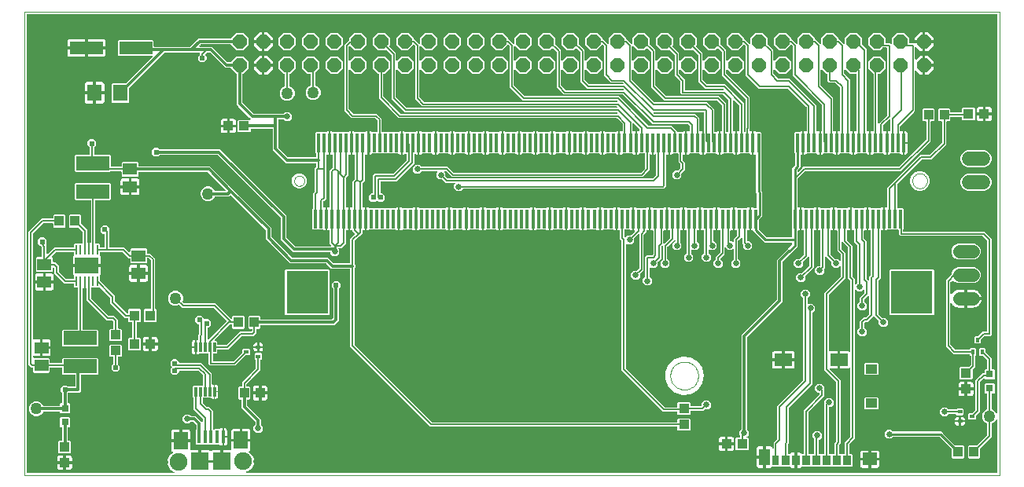
<source format=gtl>
G04 EAGLE Gerber RS-274X export*
G75*
%MOIN*%
%FSLAX34Y34*%
%LPD*%
%INTop copper*%
%IPPOS*%
%AMOC8*
5,1,8,0,0,1.08239X$1,22.5*%
G01*
%ADD10C,0.000000*%
%ADD11R,0.013780X0.078740*%
%ADD12R,0.177165X0.181102*%
%ADD13P,0.064943X8X22.500000*%
%ADD14R,0.013780X0.055118*%
%ADD15R,0.060866X0.074803*%
%ADD16R,0.074803X0.074803*%
%ADD17C,0.070866*%
%ADD18C,0.074803*%
%ADD19R,0.011811X0.040157*%
%ADD20R,0.039370X0.043307*%
%ADD21R,0.020079X0.015748*%
%ADD22C,0.050000*%
%ADD23R,0.015748X0.020079*%
%ADD24R,0.043307X0.039370*%
%ADD25R,0.031496X0.031496*%
%ADD26C,0.056000*%
%ADD27C,0.060000*%
%ADD28R,0.140000X0.055118*%
%ADD29R,0.098425X0.066929*%
%ADD30R,0.009843X0.039370*%
%ADD31R,0.062992X0.070866*%
%ADD32R,0.059055X0.051181*%
%ADD33R,0.141732X0.059055*%
%ADD34R,0.033465X0.043307*%
%ADD35R,0.029528X0.043307*%
%ADD36R,0.061024X0.053150*%
%ADD37R,0.046063X0.070866*%
%ADD38R,0.074803X0.053150*%
%ADD39R,0.047244X0.039370*%
%ADD40C,0.008000*%
%ADD41C,0.007874*%
%ADD42C,0.006000*%
%ADD43C,0.010000*%
%ADD44C,0.025780*%
%ADD45C,0.024000*%
%ADD46C,0.012000*%
%ADD47C,0.007000*%

G36*
X420Y101D02*
X420Y101D01*
X423Y101D01*
X425Y102D01*
X427Y102D01*
X430Y104D01*
X432Y105D01*
X434Y106D01*
X436Y107D01*
X438Y109D01*
X440Y111D01*
X441Y112D01*
X442Y114D01*
X443Y116D01*
X445Y119D01*
X445Y121D01*
X446Y123D01*
X446Y125D01*
X447Y128D01*
X447Y130D01*
X447Y132D01*
X446Y135D01*
X446Y137D01*
X445Y139D01*
X445Y141D01*
X443Y144D01*
X442Y146D01*
X441Y148D01*
X440Y149D01*
X438Y151D01*
X436Y153D01*
X433Y155D01*
X432Y155D01*
X432Y156D01*
X431Y156D01*
X381Y181D01*
X324Y223D01*
X273Y274D01*
X231Y332D01*
X198Y396D01*
X176Y464D01*
X168Y514D01*
X171Y516D01*
X174Y517D01*
X175Y518D01*
X175Y519D01*
X178Y522D01*
X180Y524D01*
X181Y525D01*
X181Y526D01*
X183Y530D01*
X184Y533D01*
X184Y534D01*
X185Y535D01*
X185Y541D01*
X185Y601D01*
X185Y602D01*
X185Y603D01*
X184Y606D01*
X184Y610D01*
X183Y611D01*
X183Y612D01*
X181Y615D01*
X179Y618D01*
X178Y619D01*
X178Y620D01*
X175Y622D01*
X172Y625D01*
X171Y625D01*
X170Y626D01*
X168Y627D01*
X176Y677D01*
X198Y745D01*
X231Y809D01*
X273Y867D01*
X324Y918D01*
X376Y956D01*
X378Y957D01*
X379Y959D01*
X381Y961D01*
X383Y962D01*
X384Y965D01*
X385Y967D01*
X386Y969D01*
X387Y971D01*
X387Y973D01*
X388Y976D01*
X388Y978D01*
X388Y981D01*
X387Y983D01*
X387Y985D01*
X386Y988D01*
X386Y990D01*
X385Y992D01*
X384Y994D01*
X382Y996D01*
X381Y998D01*
X379Y1000D01*
X378Y1002D01*
X374Y1004D01*
X373Y1005D01*
X354Y1016D01*
X335Y1035D01*
X322Y1058D01*
X315Y1083D01*
X315Y1411D01*
X690Y1411D01*
X691Y1411D01*
X692Y1411D01*
X696Y1412D01*
X699Y1413D01*
X700Y1413D01*
X701Y1414D01*
X705Y1416D01*
X708Y1417D01*
X709Y1418D01*
X709Y1419D01*
X712Y1422D01*
X714Y1424D01*
X715Y1425D01*
X715Y1426D01*
X717Y1430D01*
X718Y1433D01*
X718Y1434D01*
X719Y1435D01*
X719Y1441D01*
X719Y1471D01*
X721Y1471D01*
X721Y1441D01*
X721Y1440D01*
X721Y1438D01*
X722Y1435D01*
X722Y1431D01*
X723Y1430D01*
X723Y1429D01*
X725Y1426D01*
X727Y1423D01*
X728Y1422D01*
X728Y1421D01*
X731Y1419D01*
X734Y1416D01*
X735Y1416D01*
X736Y1415D01*
X739Y1414D01*
X743Y1412D01*
X744Y1412D01*
X745Y1412D01*
X750Y1411D01*
X1125Y1411D01*
X1125Y1095D01*
X1125Y1094D01*
X1125Y1093D01*
X1125Y1092D01*
X1126Y1089D01*
X1127Y1085D01*
X1127Y1084D01*
X1127Y1083D01*
X1129Y1080D01*
X1131Y1077D01*
X1132Y1076D01*
X1133Y1075D01*
X1135Y1073D01*
X1138Y1070D01*
X1139Y1070D01*
X1140Y1069D01*
X1143Y1068D01*
X1147Y1066D01*
X1148Y1066D01*
X1149Y1066D01*
X1154Y1065D01*
X1471Y1065D01*
X1471Y621D01*
X1471Y620D01*
X1471Y618D01*
X1472Y615D01*
X1472Y611D01*
X1473Y610D01*
X1473Y609D01*
X1475Y606D01*
X1477Y603D01*
X1478Y602D01*
X1478Y601D01*
X1481Y599D01*
X1484Y596D01*
X1485Y596D01*
X1486Y595D01*
X1489Y594D01*
X1493Y592D01*
X1494Y592D01*
X1495Y592D01*
X1500Y591D01*
X1531Y591D01*
X1531Y561D01*
X1531Y560D01*
X1531Y558D01*
X1532Y555D01*
X1532Y551D01*
X1533Y550D01*
X1533Y549D01*
X1535Y546D01*
X1537Y543D01*
X1538Y542D01*
X1538Y541D01*
X1541Y539D01*
X1544Y536D01*
X1545Y536D01*
X1546Y535D01*
X1549Y534D01*
X1553Y532D01*
X1554Y532D01*
X1555Y532D01*
X1560Y531D01*
X2430Y531D01*
X2431Y531D01*
X2432Y531D01*
X2436Y532D01*
X2439Y533D01*
X2440Y533D01*
X2441Y534D01*
X2445Y536D01*
X2448Y537D01*
X2449Y538D01*
X2449Y539D01*
X2452Y542D01*
X2454Y544D01*
X2455Y545D01*
X2455Y546D01*
X2457Y550D01*
X2458Y553D01*
X2458Y554D01*
X2459Y555D01*
X2459Y561D01*
X2459Y591D01*
X2490Y591D01*
X2491Y591D01*
X2492Y591D01*
X2496Y592D01*
X2499Y593D01*
X2500Y593D01*
X2501Y594D01*
X2505Y596D01*
X2508Y597D01*
X2509Y598D01*
X2509Y599D01*
X2512Y602D01*
X2514Y604D01*
X2515Y605D01*
X2515Y606D01*
X2517Y610D01*
X2518Y613D01*
X2518Y614D01*
X2519Y615D01*
X2519Y621D01*
X2519Y1065D01*
X2837Y1065D01*
X2842Y1066D01*
X2846Y1067D01*
X2847Y1067D01*
X2851Y1069D01*
X2855Y1071D01*
X2858Y1075D01*
X2861Y1078D01*
X2861Y1079D01*
X2863Y1083D01*
X2865Y1087D01*
X2866Y1092D01*
X2866Y1097D01*
X2865Y1102D01*
X2865Y1103D01*
X2865Y1431D01*
X3240Y1431D01*
X3241Y1431D01*
X3242Y1431D01*
X3246Y1432D01*
X3249Y1433D01*
X3250Y1433D01*
X3251Y1434D01*
X3255Y1436D01*
X3258Y1437D01*
X3259Y1438D01*
X3259Y1439D01*
X3262Y1442D01*
X3264Y1444D01*
X3265Y1445D01*
X3265Y1446D01*
X3267Y1450D01*
X3268Y1453D01*
X3268Y1454D01*
X3269Y1455D01*
X3269Y1461D01*
X3269Y1491D01*
X3271Y1491D01*
X3271Y1461D01*
X3271Y1460D01*
X3271Y1458D01*
X3272Y1455D01*
X3272Y1451D01*
X3273Y1450D01*
X3273Y1449D01*
X3275Y1446D01*
X3277Y1443D01*
X3278Y1442D01*
X3278Y1441D01*
X3281Y1439D01*
X3284Y1436D01*
X3285Y1436D01*
X3286Y1435D01*
X3289Y1434D01*
X3293Y1432D01*
X3294Y1432D01*
X3295Y1432D01*
X3300Y1431D01*
X3675Y1431D01*
X3675Y1103D01*
X3668Y1078D01*
X3655Y1055D01*
X3636Y1036D01*
X3617Y1025D01*
X3615Y1023D01*
X3613Y1022D01*
X3611Y1020D01*
X3609Y1019D01*
X3608Y1017D01*
X3607Y1015D01*
X3606Y1013D01*
X3604Y1010D01*
X3604Y1008D01*
X3603Y1006D01*
X3603Y1004D01*
X3602Y1001D01*
X3602Y999D01*
X3602Y996D01*
X3603Y994D01*
X3603Y992D01*
X3604Y989D01*
X3605Y987D01*
X3606Y985D01*
X3607Y983D01*
X3609Y981D01*
X3610Y979D01*
X3613Y976D01*
X3614Y976D01*
X3666Y938D01*
X3717Y887D01*
X3759Y829D01*
X3792Y765D01*
X3814Y697D01*
X3822Y647D01*
X3819Y645D01*
X3816Y644D01*
X3815Y643D01*
X3815Y642D01*
X3812Y639D01*
X3810Y637D01*
X3809Y636D01*
X3809Y635D01*
X3807Y631D01*
X3806Y628D01*
X3806Y627D01*
X3805Y626D01*
X3805Y621D01*
X3805Y561D01*
X3805Y560D01*
X3805Y558D01*
X3806Y555D01*
X3806Y551D01*
X3807Y550D01*
X3807Y549D01*
X3809Y546D01*
X3811Y543D01*
X3812Y542D01*
X3812Y541D01*
X3815Y539D01*
X3818Y536D01*
X3819Y536D01*
X3820Y535D01*
X3822Y534D01*
X3814Y484D01*
X3792Y416D01*
X3759Y352D01*
X3717Y294D01*
X3666Y243D01*
X3609Y201D01*
X3545Y169D01*
X3511Y158D01*
X3510Y158D01*
X3506Y156D01*
X3502Y153D01*
X3499Y150D01*
X3496Y147D01*
X3496Y146D01*
X3494Y142D01*
X3492Y138D01*
X3492Y137D01*
X3491Y133D01*
X3491Y128D01*
X3492Y123D01*
X3493Y119D01*
X3495Y115D01*
X3498Y111D01*
X3502Y108D01*
X3505Y105D01*
X3506Y105D01*
X3510Y103D01*
X3514Y101D01*
X3515Y101D01*
X3520Y101D01*
X35303Y101D01*
X35304Y101D01*
X35305Y101D01*
X35309Y102D01*
X35313Y102D01*
X35313Y103D01*
X35314Y103D01*
X35318Y105D01*
X35321Y107D01*
X35322Y108D01*
X35323Y108D01*
X35325Y111D01*
X35327Y114D01*
X35328Y115D01*
X35329Y116D01*
X35330Y119D01*
X35331Y123D01*
X35331Y124D01*
X35332Y125D01*
X35332Y130D01*
X35332Y2343D01*
X35332Y2347D01*
X35331Y2351D01*
X35331Y2352D01*
X35331Y2353D01*
X35329Y2356D01*
X35327Y2360D01*
X35326Y2361D01*
X35323Y2364D01*
X35321Y2367D01*
X35320Y2367D01*
X35319Y2368D01*
X35316Y2369D01*
X35312Y2371D01*
X35311Y2371D01*
X35310Y2372D01*
X35307Y2372D01*
X35303Y2372D01*
X35302Y2372D01*
X35301Y2372D01*
X35297Y2371D01*
X35293Y2371D01*
X35293Y2370D01*
X35292Y2370D01*
X35288Y2368D01*
X35285Y2366D01*
X35284Y2366D01*
X35284Y2365D01*
X35281Y2362D01*
X35279Y2359D01*
X35278Y2358D01*
X35277Y2357D01*
X35276Y2354D01*
X35263Y2324D01*
X35176Y2237D01*
X35109Y2209D01*
X35105Y2206D01*
X35101Y2204D01*
X35098Y2200D01*
X35095Y2196D01*
X35093Y2192D01*
X35091Y2187D01*
X35091Y2182D01*
X35091Y1628D01*
X34601Y1138D01*
X34598Y1135D01*
X34596Y1132D01*
X34596Y1131D01*
X34595Y1130D01*
X34594Y1126D01*
X34593Y1123D01*
X34593Y1121D01*
X34592Y1121D01*
X34593Y1120D01*
X34592Y1117D01*
X34592Y758D01*
X34557Y723D01*
X34113Y723D01*
X34077Y758D01*
X34077Y1242D01*
X34113Y1277D01*
X34471Y1277D01*
X34475Y1278D01*
X34479Y1278D01*
X34480Y1279D01*
X34481Y1279D01*
X34484Y1281D01*
X34488Y1282D01*
X34489Y1283D01*
X34490Y1284D01*
X34492Y1286D01*
X34901Y1694D01*
X34903Y1698D01*
X34905Y1701D01*
X34906Y1701D01*
X34906Y1702D01*
X34907Y1706D01*
X34909Y1710D01*
X34909Y1711D01*
X34909Y1712D01*
X34909Y1715D01*
X34909Y2182D01*
X34908Y2186D01*
X34908Y2191D01*
X34905Y2195D01*
X34903Y2200D01*
X34900Y2203D01*
X34896Y2206D01*
X34891Y2209D01*
X34824Y2237D01*
X34737Y2324D01*
X34689Y2438D01*
X34689Y2562D01*
X34737Y2676D01*
X34824Y2763D01*
X34891Y2791D01*
X34895Y2794D01*
X34899Y2796D01*
X34902Y2800D01*
X34905Y2804D01*
X34907Y2808D01*
X34909Y2813D01*
X34909Y2818D01*
X34909Y3457D01*
X34909Y3458D01*
X34909Y3459D01*
X34908Y3463D01*
X34908Y3467D01*
X34907Y3468D01*
X34907Y3469D01*
X34905Y3472D01*
X34903Y3475D01*
X34902Y3476D01*
X34902Y3477D01*
X34899Y3479D01*
X34896Y3482D01*
X34895Y3482D01*
X34894Y3483D01*
X34891Y3484D01*
X34887Y3486D01*
X34886Y3486D01*
X34885Y3486D01*
X34880Y3486D01*
X34817Y3486D01*
X34782Y3522D01*
X34782Y3887D01*
X34817Y3923D01*
X35183Y3923D01*
X35218Y3887D01*
X35218Y3522D01*
X35183Y3486D01*
X35120Y3486D01*
X35119Y3486D01*
X35118Y3486D01*
X35114Y3486D01*
X35111Y3485D01*
X35110Y3484D01*
X35109Y3484D01*
X35105Y3482D01*
X35102Y3480D01*
X35101Y3480D01*
X35101Y3479D01*
X35098Y3476D01*
X35096Y3473D01*
X35095Y3472D01*
X35093Y3468D01*
X35092Y3465D01*
X35092Y3464D01*
X35091Y3463D01*
X35091Y3457D01*
X35091Y2818D01*
X35092Y2813D01*
X35092Y2809D01*
X35095Y2805D01*
X35097Y2800D01*
X35100Y2797D01*
X35104Y2794D01*
X35109Y2791D01*
X35176Y2763D01*
X35263Y2676D01*
X35276Y2646D01*
X35278Y2642D01*
X35280Y2639D01*
X35281Y2638D01*
X35281Y2637D01*
X35284Y2635D01*
X35287Y2632D01*
X35288Y2632D01*
X35289Y2631D01*
X35292Y2630D01*
X35296Y2628D01*
X35297Y2628D01*
X35301Y2628D01*
X35305Y2628D01*
X35306Y2628D01*
X35307Y2628D01*
X35311Y2629D01*
X35314Y2630D01*
X35315Y2630D01*
X35316Y2631D01*
X35319Y2633D01*
X35323Y2635D01*
X35323Y2636D01*
X35324Y2636D01*
X35326Y2639D01*
X35329Y2642D01*
X35329Y2643D01*
X35329Y2644D01*
X35331Y2648D01*
X35332Y2651D01*
X35332Y2653D01*
X35332Y2654D01*
X35332Y2657D01*
X35332Y19555D01*
X35332Y19556D01*
X35332Y19557D01*
X35331Y19561D01*
X35331Y19564D01*
X35330Y19565D01*
X35330Y19566D01*
X35328Y19570D01*
X35326Y19573D01*
X35325Y19574D01*
X35325Y19575D01*
X35322Y19577D01*
X35319Y19579D01*
X35318Y19580D01*
X35317Y19581D01*
X35314Y19582D01*
X35310Y19583D01*
X35309Y19583D01*
X35308Y19584D01*
X35303Y19584D01*
X-5776Y19584D01*
X-5777Y19584D01*
X-5778Y19584D01*
X-5781Y19583D01*
X-5785Y19583D01*
X-5786Y19582D01*
X-5787Y19582D01*
X-5790Y19580D01*
X-5793Y19578D01*
X-5794Y19577D01*
X-5795Y19577D01*
X-5797Y19574D01*
X-5800Y19571D01*
X-5800Y19570D01*
X-5801Y19569D01*
X-5802Y19566D01*
X-5804Y19562D01*
X-5804Y19561D01*
X-5804Y19560D01*
X-5805Y19555D01*
X-5805Y130D01*
X-5805Y129D01*
X-5805Y128D01*
X-5804Y124D01*
X-5803Y121D01*
X-5803Y120D01*
X-5802Y119D01*
X-5800Y115D01*
X-5799Y112D01*
X-5798Y111D01*
X-5797Y111D01*
X-5794Y108D01*
X-5792Y106D01*
X-5791Y105D01*
X-5790Y105D01*
X-5786Y103D01*
X-5783Y102D01*
X-5782Y102D01*
X-5781Y101D01*
X-5776Y101D01*
X418Y101D01*
X420Y101D01*
G37*
%LPC*%
G36*
X12421Y12060D02*
X12421Y12060D01*
X12310Y12171D01*
X12310Y12329D01*
X12341Y12359D01*
X12343Y12362D01*
X12345Y12364D01*
X12346Y12366D01*
X12347Y12367D01*
X12348Y12370D01*
X12349Y12373D01*
X12349Y12374D01*
X12349Y12376D01*
X12349Y12379D01*
X12350Y12382D01*
X12349Y12384D01*
X12349Y12386D01*
X12348Y12389D01*
X12347Y12391D01*
X12346Y12393D01*
X12346Y12395D01*
X12344Y12397D01*
X12342Y12399D01*
X12341Y12401D01*
X12340Y12402D01*
X12337Y12404D01*
X12335Y12405D01*
X12333Y12406D01*
X12331Y12407D01*
X12329Y12408D01*
X12326Y12409D01*
X12323Y12409D01*
X12322Y12409D01*
X12320Y12409D01*
X11962Y12409D01*
X11820Y12552D01*
X11817Y12554D01*
X11814Y12557D01*
X11813Y12557D01*
X11812Y12557D01*
X11808Y12558D01*
X11805Y12560D01*
X11803Y12560D01*
X11802Y12560D01*
X11799Y12560D01*
X11671Y12560D01*
X11560Y12671D01*
X11560Y12829D01*
X11591Y12859D01*
X11593Y12862D01*
X11595Y12864D01*
X11596Y12866D01*
X11597Y12867D01*
X11598Y12870D01*
X11599Y12873D01*
X11599Y12874D01*
X11599Y12876D01*
X11599Y12879D01*
X11600Y12882D01*
X11599Y12884D01*
X11599Y12886D01*
X11598Y12889D01*
X11597Y12891D01*
X11596Y12893D01*
X11596Y12895D01*
X11594Y12897D01*
X11592Y12899D01*
X11591Y12901D01*
X11590Y12902D01*
X11587Y12904D01*
X11585Y12905D01*
X11583Y12906D01*
X11581Y12907D01*
X11579Y12908D01*
X11576Y12909D01*
X11573Y12909D01*
X11572Y12909D01*
X11570Y12909D01*
X10940Y12909D01*
X10936Y12909D01*
X10932Y12908D01*
X10931Y12908D01*
X10930Y12908D01*
X10927Y12906D01*
X10923Y12904D01*
X10922Y12903D01*
X10921Y12903D01*
X10919Y12901D01*
X10829Y12810D01*
X10671Y12810D01*
X10560Y12921D01*
X10560Y13079D01*
X10671Y13190D01*
X10829Y13190D01*
X10919Y13099D01*
X10922Y13097D01*
X10925Y13095D01*
X10926Y13094D01*
X10927Y13094D01*
X10930Y13093D01*
X10934Y13091D01*
X10935Y13091D01*
X10936Y13091D01*
X10937Y13091D01*
X10940Y13091D01*
X12038Y13091D01*
X12279Y12849D01*
X12282Y12847D01*
X12285Y12845D01*
X12286Y12844D01*
X12287Y12844D01*
X12291Y12843D01*
X12294Y12841D01*
X12295Y12841D01*
X12296Y12841D01*
X12297Y12841D01*
X12300Y12841D01*
X20200Y12841D01*
X20204Y12841D01*
X20208Y12842D01*
X20209Y12842D01*
X20210Y12842D01*
X20213Y12844D01*
X20217Y12846D01*
X20218Y12847D01*
X20219Y12847D01*
X20221Y12849D01*
X20389Y13017D01*
X20391Y13020D01*
X20394Y13024D01*
X20394Y13025D01*
X20396Y13029D01*
X20397Y13033D01*
X20397Y13034D01*
X20397Y13035D01*
X20397Y13038D01*
X20397Y13641D01*
X20397Y13643D01*
X20397Y13646D01*
X20396Y13648D01*
X20396Y13650D01*
X20394Y13653D01*
X20393Y13655D01*
X20392Y13657D01*
X20391Y13658D01*
X20389Y13660D01*
X20387Y13663D01*
X20386Y13664D01*
X20384Y13665D01*
X20382Y13666D01*
X20379Y13668D01*
X20377Y13668D01*
X20376Y13669D01*
X20373Y13669D01*
X20370Y13670D01*
X20368Y13670D01*
X20366Y13670D01*
X20363Y13669D01*
X20360Y13669D01*
X20359Y13668D01*
X20357Y13667D01*
X20354Y13666D01*
X20352Y13665D01*
X20349Y13663D01*
X20349Y13662D01*
X20348Y13662D01*
X20348Y13661D01*
X20346Y13660D01*
X20178Y13660D01*
X20175Y13659D01*
X20171Y13659D01*
X20170Y13658D01*
X20169Y13658D01*
X20166Y13656D01*
X20162Y13655D01*
X20161Y13654D01*
X20160Y13653D01*
X20158Y13651D01*
X20147Y13640D01*
X20124Y13627D01*
X20098Y13620D01*
X20049Y13620D01*
X20049Y14110D01*
X20049Y14111D01*
X20049Y14112D01*
X20049Y14113D01*
X20049Y14119D01*
X20049Y14609D01*
X20098Y14609D01*
X20124Y14602D01*
X20125Y14601D01*
X20129Y14601D01*
X20134Y14601D01*
X20139Y14602D01*
X20143Y14603D01*
X20147Y14605D01*
X20151Y14608D01*
X20154Y14611D01*
X20157Y14615D01*
X20159Y14620D01*
X20161Y14624D01*
X20161Y14630D01*
X20161Y14698D01*
X20161Y14702D01*
X20160Y14706D01*
X20160Y14707D01*
X20160Y14708D01*
X20158Y14711D01*
X20156Y14715D01*
X20155Y14716D01*
X20155Y14717D01*
X20153Y14719D01*
X19920Y14951D01*
X19918Y14953D01*
X19916Y14955D01*
X19914Y14956D01*
X19912Y14957D01*
X19910Y14958D01*
X19907Y14959D01*
X19905Y14959D01*
X19903Y14960D01*
X19900Y14960D01*
X19897Y14960D01*
X19896Y14960D01*
X19894Y14959D01*
X19891Y14958D01*
X19888Y14958D01*
X19887Y14957D01*
X19885Y14956D01*
X19883Y14954D01*
X19880Y14953D01*
X19879Y14951D01*
X19877Y14950D01*
X19876Y14947D01*
X19874Y14945D01*
X19873Y14943D01*
X19872Y14942D01*
X19872Y14939D01*
X19871Y14938D01*
X19871Y14937D01*
X19871Y14936D01*
X19871Y14933D01*
X19870Y14932D01*
X19870Y14931D01*
X19870Y14630D01*
X19871Y14625D01*
X19872Y14620D01*
X19874Y14616D01*
X19876Y14612D01*
X19880Y14609D01*
X19883Y14605D01*
X19888Y14603D01*
X19892Y14601D01*
X19897Y14601D01*
X19902Y14601D01*
X19907Y14602D01*
X19934Y14609D01*
X19982Y14609D01*
X19982Y14119D01*
X19982Y14118D01*
X19982Y14117D01*
X19983Y14115D01*
X19982Y14110D01*
X19982Y13620D01*
X19934Y13620D01*
X19908Y13627D01*
X19885Y13640D01*
X19874Y13651D01*
X19870Y13653D01*
X19867Y13656D01*
X19866Y13657D01*
X19862Y13658D01*
X19858Y13659D01*
X19857Y13659D01*
X19856Y13659D01*
X19853Y13660D01*
X19685Y13660D01*
X19682Y13663D01*
X19681Y13664D01*
X19681Y13665D01*
X19677Y13666D01*
X19674Y13669D01*
X19673Y13669D01*
X19672Y13670D01*
X19669Y13670D01*
X19665Y13671D01*
X19664Y13671D01*
X19663Y13672D01*
X19659Y13671D01*
X19656Y13671D01*
X19655Y13671D01*
X19654Y13671D01*
X19650Y13669D01*
X19647Y13668D01*
X19646Y13667D01*
X19645Y13667D01*
X19641Y13663D01*
X19637Y13660D01*
X19470Y13660D01*
X19466Y13659D01*
X19462Y13659D01*
X19461Y13658D01*
X19460Y13658D01*
X19457Y13656D01*
X19453Y13655D01*
X19452Y13654D01*
X19451Y13653D01*
X19449Y13651D01*
X19438Y13640D01*
X19415Y13627D01*
X19389Y13620D01*
X19341Y13620D01*
X19341Y14110D01*
X19341Y14111D01*
X19341Y14112D01*
X19340Y14113D01*
X19341Y14119D01*
X19341Y14609D01*
X19389Y14609D01*
X19416Y14602D01*
X19416Y14601D01*
X19420Y14601D01*
X19425Y14601D01*
X19430Y14602D01*
X19435Y14603D01*
X19439Y14605D01*
X19443Y14608D01*
X19446Y14611D01*
X19449Y14615D01*
X19450Y14620D01*
X19452Y14624D01*
X19453Y14630D01*
X19453Y14907D01*
X19452Y14911D01*
X19451Y14915D01*
X19451Y14916D01*
X19449Y14920D01*
X19447Y14924D01*
X19446Y14925D01*
X19444Y14928D01*
X19221Y15151D01*
X19218Y15153D01*
X19215Y15155D01*
X19214Y15156D01*
X19213Y15156D01*
X19209Y15157D01*
X19206Y15159D01*
X19205Y15159D01*
X19204Y15159D01*
X19203Y15159D01*
X19200Y15159D01*
X9962Y15159D01*
X9126Y15996D01*
X9126Y17023D01*
X9126Y17024D01*
X9126Y17025D01*
X9125Y17029D01*
X9124Y17033D01*
X9124Y17034D01*
X9123Y17035D01*
X9121Y17038D01*
X9120Y17041D01*
X9119Y17042D01*
X9118Y17043D01*
X9115Y17045D01*
X9113Y17048D01*
X9112Y17048D01*
X9111Y17049D01*
X9107Y17050D01*
X9104Y17052D01*
X9103Y17052D01*
X9102Y17052D01*
X9097Y17053D01*
X9067Y17053D01*
X8856Y17264D01*
X8856Y17563D01*
X9067Y17774D01*
X9366Y17774D01*
X9577Y17563D01*
X9577Y17264D01*
X9366Y17053D01*
X9337Y17053D01*
X9335Y17052D01*
X9334Y17053D01*
X9331Y17052D01*
X9327Y17051D01*
X9326Y17051D01*
X9325Y17050D01*
X9322Y17048D01*
X9319Y17047D01*
X9318Y17046D01*
X9317Y17045D01*
X9315Y17042D01*
X9312Y17040D01*
X9312Y17039D01*
X9311Y17038D01*
X9310Y17034D01*
X9308Y17031D01*
X9308Y17030D01*
X9308Y17029D01*
X9307Y17023D01*
X9307Y16083D01*
X9308Y16079D01*
X9308Y16075D01*
X9309Y16075D01*
X9309Y16074D01*
X9311Y16070D01*
X9312Y16067D01*
X9313Y16066D01*
X9313Y16065D01*
X9314Y16065D01*
X9316Y16062D01*
X10029Y15349D01*
X10032Y15347D01*
X10035Y15345D01*
X10036Y15344D01*
X10037Y15344D01*
X10041Y15343D01*
X10044Y15341D01*
X10045Y15341D01*
X10046Y15341D01*
X10047Y15341D01*
X10050Y15341D01*
X19210Y15341D01*
X19213Y15341D01*
X19216Y15341D01*
X19218Y15342D01*
X19220Y15342D01*
X19222Y15344D01*
X19225Y15345D01*
X19226Y15346D01*
X19228Y15347D01*
X19230Y15349D01*
X19232Y15351D01*
X19233Y15352D01*
X19235Y15354D01*
X19236Y15357D01*
X19237Y15359D01*
X19238Y15361D01*
X19239Y15363D01*
X19239Y15365D01*
X19240Y15368D01*
X19239Y15370D01*
X19239Y15372D01*
X19239Y15375D01*
X19238Y15378D01*
X19238Y15380D01*
X19237Y15381D01*
X19236Y15384D01*
X19234Y15387D01*
X19233Y15389D01*
X19232Y15389D01*
X19232Y15390D01*
X19231Y15391D01*
X19221Y15401D01*
X19218Y15403D01*
X19215Y15405D01*
X19214Y15406D01*
X19213Y15406D01*
X19209Y15407D01*
X19206Y15409D01*
X19205Y15409D01*
X19204Y15409D01*
X19203Y15409D01*
X19200Y15409D01*
X10212Y15409D01*
X9721Y15901D01*
X9659Y15962D01*
X9659Y17830D01*
X9659Y17834D01*
X9658Y17838D01*
X9658Y17839D01*
X9658Y17840D01*
X9656Y17843D01*
X9654Y17847D01*
X9653Y17848D01*
X9653Y17849D01*
X9651Y17851D01*
X9428Y18073D01*
X9427Y18074D01*
X9427Y18075D01*
X9423Y18077D01*
X9420Y18079D01*
X9419Y18079D01*
X9418Y18080D01*
X9415Y18081D01*
X9411Y18082D01*
X9410Y18082D01*
X9409Y18082D01*
X9405Y18082D01*
X9402Y18081D01*
X9401Y18081D01*
X9400Y18081D01*
X9396Y18079D01*
X9393Y18078D01*
X9392Y18077D01*
X9391Y18077D01*
X9387Y18073D01*
X9366Y18053D01*
X9067Y18053D01*
X8856Y18264D01*
X8856Y18563D01*
X9067Y18774D01*
X9366Y18774D01*
X9577Y18563D01*
X9577Y18264D01*
X9556Y18243D01*
X9556Y18242D01*
X9555Y18242D01*
X9553Y18238D01*
X9551Y18235D01*
X9551Y18234D01*
X9550Y18233D01*
X9549Y18230D01*
X9548Y18226D01*
X9548Y18225D01*
X9548Y18224D01*
X9548Y18220D01*
X9548Y18217D01*
X9549Y18216D01*
X9549Y18215D01*
X9551Y18211D01*
X9552Y18208D01*
X9553Y18207D01*
X9553Y18206D01*
X9556Y18202D01*
X9779Y17979D01*
X9841Y17918D01*
X9841Y17618D01*
X9841Y17616D01*
X9841Y17613D01*
X9842Y17611D01*
X9842Y17609D01*
X9844Y17606D01*
X9845Y17604D01*
X9846Y17602D01*
X9847Y17601D01*
X9849Y17599D01*
X9851Y17596D01*
X9852Y17595D01*
X9854Y17594D01*
X9857Y17593D01*
X9859Y17591D01*
X9861Y17591D01*
X9863Y17590D01*
X9865Y17590D01*
X9868Y17589D01*
X9870Y17589D01*
X9872Y17589D01*
X9875Y17590D01*
X9878Y17590D01*
X9880Y17591D01*
X9881Y17591D01*
X9884Y17593D01*
X9887Y17594D01*
X9889Y17596D01*
X9889Y17597D01*
X9890Y17597D01*
X9891Y17598D01*
X10067Y17774D01*
X10366Y17774D01*
X10577Y17563D01*
X10577Y17264D01*
X10366Y17053D01*
X10067Y17053D01*
X9891Y17229D01*
X9888Y17231D01*
X9886Y17233D01*
X9884Y17234D01*
X9883Y17235D01*
X9880Y17235D01*
X9877Y17237D01*
X9876Y17237D01*
X9874Y17237D01*
X9871Y17237D01*
X9868Y17238D01*
X9866Y17237D01*
X9864Y17237D01*
X9861Y17236D01*
X9859Y17235D01*
X9857Y17234D01*
X9855Y17234D01*
X9853Y17232D01*
X9851Y17230D01*
X9849Y17229D01*
X9848Y17228D01*
X9846Y17225D01*
X9845Y17223D01*
X9844Y17221D01*
X9843Y17219D01*
X9842Y17217D01*
X9841Y17214D01*
X9841Y17211D01*
X9841Y17210D01*
X9841Y17208D01*
X9841Y16050D01*
X9841Y16046D01*
X9842Y16042D01*
X9842Y16041D01*
X9842Y16040D01*
X9844Y16037D01*
X9846Y16033D01*
X9847Y16032D01*
X9847Y16031D01*
X9849Y16029D01*
X10279Y15599D01*
X10282Y15597D01*
X10285Y15595D01*
X10286Y15594D01*
X10287Y15594D01*
X10291Y15593D01*
X10294Y15591D01*
X10295Y15591D01*
X10296Y15591D01*
X10297Y15591D01*
X10300Y15591D01*
X19210Y15591D01*
X19213Y15591D01*
X19216Y15591D01*
X19218Y15592D01*
X19220Y15592D01*
X19222Y15594D01*
X19225Y15595D01*
X19226Y15596D01*
X19228Y15597D01*
X19230Y15599D01*
X19232Y15601D01*
X19233Y15602D01*
X19235Y15604D01*
X19236Y15607D01*
X19237Y15609D01*
X19238Y15611D01*
X19239Y15613D01*
X19239Y15615D01*
X19240Y15618D01*
X19239Y15620D01*
X19239Y15622D01*
X19239Y15625D01*
X19238Y15628D01*
X19238Y15630D01*
X19237Y15631D01*
X19236Y15634D01*
X19234Y15637D01*
X19233Y15639D01*
X19232Y15639D01*
X19232Y15640D01*
X19231Y15641D01*
X19221Y15651D01*
X19218Y15653D01*
X19215Y15655D01*
X19214Y15656D01*
X19213Y15656D01*
X19209Y15657D01*
X19206Y15659D01*
X19205Y15659D01*
X19204Y15659D01*
X19203Y15659D01*
X19200Y15659D01*
X10962Y15659D01*
X10659Y15962D01*
X10659Y18200D01*
X10659Y18204D01*
X10658Y18208D01*
X10658Y18209D01*
X10658Y18210D01*
X10656Y18213D01*
X10654Y18217D01*
X10653Y18218D01*
X10653Y18219D01*
X10651Y18221D01*
X10613Y18258D01*
X10612Y18259D01*
X10612Y18260D01*
X10608Y18262D01*
X10605Y18264D01*
X10604Y18264D01*
X10603Y18265D01*
X10600Y18266D01*
X10596Y18267D01*
X10595Y18267D01*
X10594Y18267D01*
X10590Y18267D01*
X10587Y18266D01*
X10586Y18266D01*
X10585Y18266D01*
X10581Y18264D01*
X10578Y18263D01*
X10577Y18262D01*
X10576Y18262D01*
X10572Y18258D01*
X10366Y18053D01*
X10067Y18053D01*
X9856Y18264D01*
X9856Y18563D01*
X10067Y18774D01*
X10366Y18774D01*
X10577Y18563D01*
X10577Y18533D01*
X10577Y18532D01*
X10577Y18531D01*
X10578Y18528D01*
X10579Y18524D01*
X10579Y18523D01*
X10580Y18522D01*
X10582Y18519D01*
X10583Y18516D01*
X10584Y18515D01*
X10585Y18514D01*
X10588Y18512D01*
X10590Y18509D01*
X10591Y18509D01*
X10592Y18508D01*
X10596Y18507D01*
X10599Y18505D01*
X10600Y18505D01*
X10601Y18505D01*
X10607Y18504D01*
X10624Y18504D01*
X10779Y18349D01*
X10806Y18322D01*
X10808Y18321D01*
X10810Y18319D01*
X10812Y18318D01*
X10814Y18317D01*
X10816Y18316D01*
X10819Y18315D01*
X10821Y18315D01*
X10823Y18314D01*
X10826Y18314D01*
X10829Y18314D01*
X10830Y18314D01*
X10832Y18315D01*
X10835Y18316D01*
X10838Y18316D01*
X10840Y18317D01*
X10841Y18318D01*
X10844Y18320D01*
X10846Y18321D01*
X10847Y18323D01*
X10849Y18324D01*
X10850Y18327D01*
X10852Y18329D01*
X10853Y18331D01*
X10854Y18332D01*
X10854Y18335D01*
X10855Y18338D01*
X10856Y18341D01*
X10856Y18342D01*
X10856Y18343D01*
X10856Y18563D01*
X11067Y18774D01*
X11366Y18774D01*
X11577Y18563D01*
X11577Y18264D01*
X11366Y18053D01*
X11067Y18053D01*
X10891Y18229D01*
X10888Y18231D01*
X10886Y18233D01*
X10884Y18234D01*
X10883Y18235D01*
X10880Y18235D01*
X10877Y18237D01*
X10876Y18237D01*
X10874Y18237D01*
X10871Y18237D01*
X10868Y18238D01*
X10866Y18237D01*
X10864Y18237D01*
X10861Y18236D01*
X10859Y18235D01*
X10857Y18234D01*
X10855Y18234D01*
X10853Y18232D01*
X10851Y18230D01*
X10849Y18229D01*
X10848Y18228D01*
X10846Y18225D01*
X10845Y18223D01*
X10844Y18221D01*
X10843Y18219D01*
X10842Y18217D01*
X10841Y18214D01*
X10841Y18211D01*
X10841Y18210D01*
X10841Y18208D01*
X10841Y17618D01*
X10841Y17616D01*
X10841Y17613D01*
X10842Y17611D01*
X10842Y17609D01*
X10844Y17606D01*
X10845Y17604D01*
X10846Y17602D01*
X10847Y17601D01*
X10849Y17599D01*
X10851Y17596D01*
X10852Y17595D01*
X10854Y17594D01*
X10857Y17593D01*
X10859Y17591D01*
X10861Y17591D01*
X10863Y17590D01*
X10865Y17590D01*
X10868Y17589D01*
X10870Y17589D01*
X10872Y17589D01*
X10875Y17590D01*
X10878Y17590D01*
X10880Y17591D01*
X10881Y17591D01*
X10884Y17593D01*
X10887Y17594D01*
X10889Y17596D01*
X10889Y17597D01*
X10890Y17597D01*
X10891Y17598D01*
X11067Y17774D01*
X11366Y17774D01*
X11577Y17563D01*
X11577Y17264D01*
X11366Y17053D01*
X11067Y17053D01*
X10891Y17229D01*
X10888Y17231D01*
X10886Y17233D01*
X10884Y17234D01*
X10883Y17235D01*
X10880Y17235D01*
X10877Y17237D01*
X10876Y17237D01*
X10874Y17237D01*
X10871Y17237D01*
X10868Y17238D01*
X10866Y17237D01*
X10864Y17237D01*
X10861Y17236D01*
X10859Y17235D01*
X10857Y17234D01*
X10855Y17234D01*
X10853Y17232D01*
X10851Y17230D01*
X10849Y17229D01*
X10848Y17228D01*
X10846Y17225D01*
X10845Y17223D01*
X10844Y17221D01*
X10843Y17219D01*
X10842Y17217D01*
X10841Y17214D01*
X10841Y17211D01*
X10841Y17210D01*
X10841Y17208D01*
X10841Y16050D01*
X10841Y16046D01*
X10842Y16042D01*
X10842Y16041D01*
X10842Y16040D01*
X10844Y16037D01*
X10846Y16033D01*
X10847Y16032D01*
X10847Y16031D01*
X10849Y16029D01*
X11029Y15849D01*
X11032Y15847D01*
X11035Y15845D01*
X11036Y15844D01*
X11037Y15844D01*
X11041Y15843D01*
X11044Y15841D01*
X11045Y15841D01*
X11046Y15841D01*
X11047Y15841D01*
X11050Y15841D01*
X19210Y15841D01*
X19213Y15841D01*
X19216Y15841D01*
X19218Y15842D01*
X19220Y15842D01*
X19222Y15844D01*
X19225Y15845D01*
X19226Y15846D01*
X19228Y15847D01*
X19230Y15849D01*
X19232Y15851D01*
X19233Y15852D01*
X19235Y15854D01*
X19236Y15857D01*
X19237Y15859D01*
X19238Y15861D01*
X19239Y15863D01*
X19239Y15865D01*
X19240Y15868D01*
X19239Y15870D01*
X19239Y15872D01*
X19239Y15875D01*
X19238Y15878D01*
X19238Y15880D01*
X19237Y15881D01*
X19236Y15884D01*
X19234Y15887D01*
X19233Y15889D01*
X19232Y15889D01*
X19232Y15890D01*
X19231Y15891D01*
X19221Y15901D01*
X19218Y15903D01*
X19215Y15905D01*
X19214Y15906D01*
X19213Y15906D01*
X19209Y15907D01*
X19206Y15909D01*
X19205Y15909D01*
X19204Y15909D01*
X19203Y15909D01*
X19200Y15909D01*
X15212Y15909D01*
X14659Y16462D01*
X14659Y18200D01*
X14659Y18204D01*
X14658Y18208D01*
X14658Y18209D01*
X14658Y18210D01*
X14656Y18213D01*
X14654Y18217D01*
X14653Y18218D01*
X14653Y18219D01*
X14651Y18221D01*
X14613Y18258D01*
X14612Y18259D01*
X14612Y18260D01*
X14608Y18262D01*
X14605Y18264D01*
X14604Y18264D01*
X14603Y18265D01*
X14600Y18266D01*
X14596Y18267D01*
X14595Y18267D01*
X14594Y18267D01*
X14590Y18267D01*
X14587Y18266D01*
X14586Y18266D01*
X14585Y18266D01*
X14581Y18264D01*
X14578Y18263D01*
X14577Y18262D01*
X14576Y18262D01*
X14572Y18258D01*
X14366Y18053D01*
X14067Y18053D01*
X13856Y18264D01*
X13856Y18563D01*
X14067Y18774D01*
X14366Y18774D01*
X14577Y18563D01*
X14577Y18533D01*
X14577Y18532D01*
X14577Y18531D01*
X14578Y18528D01*
X14579Y18524D01*
X14579Y18523D01*
X14580Y18522D01*
X14582Y18519D01*
X14583Y18516D01*
X14584Y18515D01*
X14585Y18514D01*
X14588Y18512D01*
X14590Y18509D01*
X14591Y18509D01*
X14592Y18508D01*
X14596Y18507D01*
X14599Y18505D01*
X14600Y18505D01*
X14601Y18505D01*
X14607Y18504D01*
X14624Y18504D01*
X14686Y18442D01*
X14806Y18322D01*
X14808Y18321D01*
X14810Y18319D01*
X14812Y18318D01*
X14814Y18317D01*
X14816Y18316D01*
X14819Y18315D01*
X14821Y18315D01*
X14823Y18314D01*
X14826Y18314D01*
X14829Y18314D01*
X14830Y18314D01*
X14832Y18315D01*
X14835Y18316D01*
X14838Y18316D01*
X14840Y18317D01*
X14841Y18318D01*
X14844Y18320D01*
X14846Y18321D01*
X14847Y18323D01*
X14849Y18324D01*
X14850Y18327D01*
X14852Y18329D01*
X14853Y18331D01*
X14854Y18332D01*
X14854Y18335D01*
X14855Y18338D01*
X14856Y18341D01*
X14856Y18342D01*
X14856Y18343D01*
X14856Y18563D01*
X15067Y18774D01*
X15366Y18774D01*
X15577Y18563D01*
X15577Y18264D01*
X15366Y18053D01*
X15067Y18053D01*
X14891Y18229D01*
X14888Y18231D01*
X14886Y18233D01*
X14884Y18234D01*
X14883Y18235D01*
X14880Y18235D01*
X14877Y18237D01*
X14876Y18237D01*
X14874Y18237D01*
X14871Y18237D01*
X14868Y18238D01*
X14866Y18237D01*
X14864Y18237D01*
X14861Y18236D01*
X14859Y18235D01*
X14857Y18234D01*
X14855Y18234D01*
X14853Y18232D01*
X14851Y18230D01*
X14849Y18229D01*
X14848Y18228D01*
X14846Y18225D01*
X14845Y18223D01*
X14844Y18221D01*
X14843Y18219D01*
X14842Y18217D01*
X14841Y18214D01*
X14841Y18211D01*
X14841Y18210D01*
X14841Y18208D01*
X14841Y17618D01*
X14841Y17616D01*
X14841Y17613D01*
X14842Y17611D01*
X14842Y17609D01*
X14844Y17606D01*
X14845Y17604D01*
X14846Y17602D01*
X14847Y17601D01*
X14849Y17599D01*
X14851Y17596D01*
X14852Y17595D01*
X14854Y17594D01*
X14857Y17593D01*
X14859Y17591D01*
X14861Y17591D01*
X14863Y17590D01*
X14865Y17590D01*
X14868Y17589D01*
X14870Y17589D01*
X14872Y17589D01*
X14875Y17590D01*
X14878Y17590D01*
X14880Y17591D01*
X14881Y17591D01*
X14884Y17593D01*
X14887Y17594D01*
X14889Y17596D01*
X14889Y17597D01*
X14890Y17597D01*
X14891Y17598D01*
X15067Y17774D01*
X15366Y17774D01*
X15577Y17563D01*
X15577Y17264D01*
X15366Y17053D01*
X15067Y17053D01*
X14891Y17229D01*
X14888Y17231D01*
X14886Y17233D01*
X14884Y17234D01*
X14883Y17235D01*
X14880Y17235D01*
X14877Y17237D01*
X14876Y17237D01*
X14874Y17237D01*
X14871Y17237D01*
X14868Y17238D01*
X14866Y17237D01*
X14864Y17237D01*
X14861Y17236D01*
X14859Y17235D01*
X14857Y17234D01*
X14855Y17234D01*
X14853Y17232D01*
X14851Y17230D01*
X14849Y17229D01*
X14848Y17228D01*
X14846Y17225D01*
X14845Y17223D01*
X14844Y17221D01*
X14843Y17219D01*
X14842Y17217D01*
X14841Y17214D01*
X14841Y17211D01*
X14841Y17210D01*
X14841Y17208D01*
X14841Y16550D01*
X14841Y16546D01*
X14842Y16542D01*
X14842Y16541D01*
X14842Y16540D01*
X14844Y16537D01*
X14846Y16533D01*
X14847Y16532D01*
X14847Y16531D01*
X14849Y16529D01*
X15279Y16099D01*
X15282Y16097D01*
X15285Y16095D01*
X15286Y16094D01*
X15287Y16094D01*
X15291Y16093D01*
X15294Y16091D01*
X15295Y16091D01*
X15296Y16091D01*
X15297Y16091D01*
X15300Y16091D01*
X19288Y16091D01*
X20529Y14849D01*
X20532Y14847D01*
X20535Y14845D01*
X20536Y14844D01*
X20537Y14844D01*
X20541Y14843D01*
X20544Y14841D01*
X20545Y14841D01*
X20546Y14841D01*
X20547Y14841D01*
X20550Y14841D01*
X21538Y14841D01*
X21760Y14618D01*
X21760Y14588D01*
X21761Y14585D01*
X21761Y14582D01*
X21761Y14580D01*
X21762Y14578D01*
X21763Y14576D01*
X21764Y14573D01*
X21765Y14572D01*
X21766Y14570D01*
X21768Y14568D01*
X21770Y14566D01*
X21772Y14565D01*
X21773Y14563D01*
X21776Y14562D01*
X21778Y14561D01*
X21780Y14560D01*
X21782Y14560D01*
X21785Y14559D01*
X21788Y14559D01*
X21790Y14559D01*
X21791Y14559D01*
X21794Y14559D01*
X21797Y14560D01*
X21799Y14560D01*
X21801Y14561D01*
X21803Y14562D01*
X21806Y14564D01*
X21808Y14566D01*
X21809Y14566D01*
X21810Y14567D01*
X21811Y14569D01*
X21979Y14569D01*
X21983Y14569D01*
X21987Y14570D01*
X21988Y14570D01*
X21992Y14572D01*
X21996Y14574D01*
X21997Y14575D01*
X22000Y14577D01*
X22011Y14588D01*
X22034Y14602D01*
X22060Y14609D01*
X22108Y14609D01*
X22108Y14119D01*
X22108Y14118D01*
X22108Y14117D01*
X22109Y14115D01*
X22108Y14110D01*
X22108Y13620D01*
X22060Y13620D01*
X22033Y13627D01*
X22028Y13627D01*
X22024Y13628D01*
X22023Y13628D01*
X22019Y13627D01*
X22014Y13626D01*
X22010Y13623D01*
X22006Y13620D01*
X22003Y13617D01*
X22000Y13613D01*
X21998Y13609D01*
X21997Y13604D01*
X21996Y13599D01*
X21996Y13394D01*
X21997Y13390D01*
X21997Y13386D01*
X21998Y13386D01*
X21998Y13385D01*
X22000Y13381D01*
X22001Y13378D01*
X22002Y13377D01*
X22002Y13376D01*
X22003Y13376D01*
X22005Y13374D01*
X22091Y13288D01*
X22091Y12962D01*
X21948Y12820D01*
X21946Y12817D01*
X21943Y12814D01*
X21943Y12813D01*
X21943Y12812D01*
X21942Y12808D01*
X21940Y12805D01*
X21940Y12803D01*
X21940Y12802D01*
X21940Y12799D01*
X21940Y12671D01*
X21829Y12560D01*
X21671Y12560D01*
X21560Y12671D01*
X21560Y12829D01*
X21671Y12940D01*
X21799Y12940D01*
X21803Y12940D01*
X21807Y12941D01*
X21808Y12941D01*
X21809Y12941D01*
X21812Y12943D01*
X21816Y12945D01*
X21817Y12945D01*
X21817Y12946D01*
X21818Y12946D01*
X21820Y12948D01*
X21901Y13029D01*
X21903Y13032D01*
X21905Y13035D01*
X21906Y13036D01*
X21906Y13037D01*
X21907Y13041D01*
X21909Y13044D01*
X21909Y13045D01*
X21909Y13046D01*
X21909Y13047D01*
X21909Y13050D01*
X21909Y13200D01*
X21909Y13204D01*
X21908Y13208D01*
X21908Y13209D01*
X21908Y13210D01*
X21906Y13213D01*
X21904Y13217D01*
X21903Y13218D01*
X21903Y13219D01*
X21901Y13221D01*
X21815Y13307D01*
X21815Y13641D01*
X21814Y13643D01*
X21814Y13646D01*
X21814Y13648D01*
X21813Y13650D01*
X21812Y13653D01*
X21811Y13655D01*
X21810Y13657D01*
X21809Y13658D01*
X21807Y13660D01*
X21805Y13663D01*
X21803Y13664D01*
X21802Y13665D01*
X21799Y13666D01*
X21796Y13668D01*
X21795Y13668D01*
X21793Y13669D01*
X21790Y13669D01*
X21787Y13670D01*
X21785Y13670D01*
X21783Y13670D01*
X21781Y13669D01*
X21778Y13669D01*
X21776Y13668D01*
X21774Y13667D01*
X21772Y13666D01*
X21769Y13665D01*
X21767Y13663D01*
X21766Y13662D01*
X21765Y13661D01*
X21763Y13660D01*
X21596Y13660D01*
X21592Y13659D01*
X21588Y13659D01*
X21587Y13658D01*
X21586Y13658D01*
X21583Y13656D01*
X21579Y13655D01*
X21578Y13654D01*
X21577Y13653D01*
X21575Y13651D01*
X21564Y13640D01*
X21541Y13627D01*
X21515Y13620D01*
X21467Y13620D01*
X21467Y14110D01*
X21467Y14111D01*
X21467Y14112D01*
X21466Y14115D01*
X21465Y14119D01*
X21465Y14120D01*
X21464Y14121D01*
X21462Y14124D01*
X21461Y14128D01*
X21460Y14128D01*
X21459Y14129D01*
X21456Y14132D01*
X21454Y14134D01*
X21453Y14135D01*
X21452Y14135D01*
X21448Y14136D01*
X21445Y14138D01*
X21444Y14138D01*
X21443Y14138D01*
X21438Y14139D01*
X21429Y14139D01*
X21428Y14139D01*
X21427Y14139D01*
X21423Y14138D01*
X21419Y14137D01*
X21418Y14137D01*
X21417Y14137D01*
X21414Y14135D01*
X21411Y14133D01*
X21410Y14132D01*
X21409Y14132D01*
X21407Y14129D01*
X21404Y14126D01*
X21404Y14125D01*
X21403Y14124D01*
X21402Y14121D01*
X21400Y14117D01*
X21400Y14116D01*
X21400Y14115D01*
X21399Y14110D01*
X21399Y13620D01*
X21351Y13620D01*
X21324Y13627D01*
X21320Y13627D01*
X21315Y13628D01*
X21310Y13627D01*
X21306Y13626D01*
X21305Y13626D01*
X21302Y13623D01*
X21297Y13620D01*
X21295Y13617D01*
X21291Y13613D01*
X21290Y13609D01*
X21288Y13604D01*
X21288Y13599D01*
X21288Y12266D01*
X21181Y12159D01*
X12690Y12159D01*
X12686Y12159D01*
X12682Y12158D01*
X12681Y12158D01*
X12680Y12158D01*
X12677Y12156D01*
X12673Y12154D01*
X12672Y12153D01*
X12671Y12153D01*
X12669Y12151D01*
X12579Y12060D01*
X12421Y12060D01*
G37*
%LPD*%
%LPC*%
G36*
X25526Y324D02*
X25526Y324D01*
X25526Y750D01*
X25526Y751D01*
X25526Y752D01*
X25525Y755D01*
X25524Y759D01*
X25524Y760D01*
X25523Y761D01*
X25521Y764D01*
X25520Y767D01*
X25519Y768D01*
X25518Y769D01*
X25515Y771D01*
X25513Y774D01*
X25512Y774D01*
X25511Y775D01*
X25507Y776D01*
X25504Y778D01*
X25503Y778D01*
X25502Y778D01*
X25497Y779D01*
X25466Y779D01*
X25466Y780D01*
X25497Y780D01*
X25498Y780D01*
X25499Y780D01*
X25502Y781D01*
X25506Y782D01*
X25507Y782D01*
X25508Y783D01*
X25511Y785D01*
X25514Y786D01*
X25515Y787D01*
X25516Y788D01*
X25518Y791D01*
X25521Y793D01*
X25521Y794D01*
X25522Y795D01*
X25523Y799D01*
X25525Y802D01*
X25525Y803D01*
X25525Y804D01*
X25526Y810D01*
X25526Y1235D01*
X25710Y1235D01*
X25736Y1228D01*
X25759Y1214D01*
X25777Y1196D01*
X25791Y1173D01*
X25795Y1158D01*
X25795Y1157D01*
X25795Y1156D01*
X25797Y1153D01*
X25799Y1149D01*
X25800Y1148D01*
X25803Y1145D01*
X25805Y1142D01*
X25806Y1142D01*
X25807Y1141D01*
X25810Y1140D01*
X25814Y1138D01*
X25815Y1138D01*
X25815Y1137D01*
X25819Y1137D01*
X25823Y1136D01*
X25824Y1137D01*
X25825Y1136D01*
X25829Y1137D01*
X25832Y1138D01*
X25833Y1138D01*
X25834Y1139D01*
X25838Y1141D01*
X25841Y1143D01*
X25842Y1143D01*
X25842Y1144D01*
X25845Y1147D01*
X25847Y1150D01*
X25848Y1151D01*
X25850Y1155D01*
X25851Y1158D01*
X25851Y1159D01*
X25852Y1160D01*
X25852Y1166D01*
X25852Y1381D01*
X26001Y1529D01*
X26003Y1532D01*
X26005Y1535D01*
X26006Y1536D01*
X26006Y1537D01*
X26007Y1541D01*
X26009Y1544D01*
X26009Y1545D01*
X26009Y1546D01*
X26009Y1547D01*
X26009Y1550D01*
X26009Y2938D01*
X27101Y4029D01*
X27102Y4031D01*
X27104Y4033D01*
X27104Y4034D01*
X27105Y4035D01*
X27106Y4036D01*
X27106Y4037D01*
X27107Y4041D01*
X27108Y4042D01*
X27109Y4044D01*
X27109Y4045D01*
X27109Y4046D01*
X27109Y4047D01*
X27109Y4050D01*
X27109Y7510D01*
X27109Y7514D01*
X27108Y7518D01*
X27108Y7519D01*
X27108Y7520D01*
X27106Y7523D01*
X27104Y7527D01*
X27103Y7528D01*
X27103Y7529D01*
X27101Y7531D01*
X27010Y7621D01*
X27010Y7779D01*
X27121Y7890D01*
X27279Y7890D01*
X27390Y7779D01*
X27390Y7621D01*
X27299Y7531D01*
X27297Y7528D01*
X27295Y7525D01*
X27294Y7524D01*
X27294Y7523D01*
X27293Y7520D01*
X27291Y7516D01*
X27291Y7515D01*
X27291Y7514D01*
X27291Y7513D01*
X27291Y7510D01*
X27291Y7311D01*
X27291Y7308D01*
X27291Y7305D01*
X27292Y7303D01*
X27292Y7301D01*
X27294Y7299D01*
X27295Y7296D01*
X27296Y7294D01*
X27297Y7293D01*
X27299Y7291D01*
X27301Y7289D01*
X27302Y7288D01*
X27304Y7286D01*
X27307Y7285D01*
X27309Y7284D01*
X27311Y7283D01*
X27313Y7282D01*
X27315Y7282D01*
X27318Y7281D01*
X27320Y7282D01*
X27322Y7281D01*
X27325Y7282D01*
X27328Y7282D01*
X27330Y7283D01*
X27331Y7284D01*
X27334Y7285D01*
X27337Y7287D01*
X27339Y7288D01*
X27339Y7289D01*
X27340Y7289D01*
X27340Y7290D01*
X27497Y7290D01*
X27609Y7179D01*
X27609Y7021D01*
X27499Y6912D01*
X27497Y6909D01*
X27495Y6906D01*
X27494Y6905D01*
X27494Y6904D01*
X27493Y6901D01*
X27491Y6897D01*
X27491Y6896D01*
X27491Y6895D01*
X27491Y6894D01*
X27491Y6892D01*
X27491Y3862D01*
X26499Y2871D01*
X26497Y2868D01*
X26496Y2866D01*
X26495Y2866D01*
X26495Y2865D01*
X26494Y2864D01*
X26494Y2863D01*
X26493Y2860D01*
X26492Y2858D01*
X26492Y2857D01*
X26491Y2856D01*
X26491Y2855D01*
X26491Y2854D01*
X26491Y2853D01*
X26491Y2850D01*
X26491Y1362D01*
X26456Y1327D01*
X26453Y1324D01*
X26451Y1321D01*
X26451Y1320D01*
X26450Y1319D01*
X26449Y1316D01*
X26448Y1312D01*
X26447Y1311D01*
X26447Y1310D01*
X26447Y1307D01*
X26447Y948D01*
X26447Y947D01*
X26447Y946D01*
X26448Y943D01*
X26449Y939D01*
X26449Y938D01*
X26449Y937D01*
X26451Y934D01*
X26453Y930D01*
X26454Y930D01*
X26454Y929D01*
X26457Y926D01*
X26460Y924D01*
X26461Y923D01*
X26462Y923D01*
X26465Y922D01*
X26469Y920D01*
X26470Y920D01*
X26471Y920D01*
X26476Y919D01*
X26528Y919D01*
X26532Y920D01*
X26536Y920D01*
X26537Y920D01*
X26538Y921D01*
X26541Y922D01*
X26545Y924D01*
X26546Y925D01*
X26547Y926D01*
X26549Y928D01*
X26560Y939D01*
X26583Y952D01*
X26609Y959D01*
X26730Y959D01*
X26730Y672D01*
X26730Y671D01*
X26730Y670D01*
X26731Y666D01*
X26732Y662D01*
X26732Y661D01*
X26732Y660D01*
X26734Y657D01*
X26736Y654D01*
X26737Y653D01*
X26738Y652D01*
X26740Y650D01*
X26743Y647D01*
X26744Y647D01*
X26745Y646D01*
X26749Y645D01*
X26752Y643D01*
X26753Y643D01*
X26754Y643D01*
X26759Y642D01*
X26819Y642D01*
X26820Y643D01*
X26821Y643D01*
X26825Y643D01*
X26829Y644D01*
X26830Y645D01*
X26831Y645D01*
X26834Y647D01*
X26837Y649D01*
X26838Y649D01*
X26839Y650D01*
X26841Y653D01*
X26844Y656D01*
X26844Y657D01*
X26845Y657D01*
X26846Y661D01*
X26848Y664D01*
X26848Y665D01*
X26848Y666D01*
X26849Y672D01*
X26849Y959D01*
X26970Y959D01*
X26996Y952D01*
X27019Y939D01*
X27030Y928D01*
X27033Y925D01*
X27036Y923D01*
X27037Y923D01*
X27038Y922D01*
X27041Y921D01*
X27045Y920D01*
X27046Y919D01*
X27047Y919D01*
X27048Y919D01*
X27051Y919D01*
X27102Y919D01*
X27103Y919D01*
X27105Y919D01*
X27108Y920D01*
X27112Y921D01*
X27113Y921D01*
X27114Y921D01*
X27117Y923D01*
X27120Y925D01*
X27121Y926D01*
X27122Y926D01*
X27124Y929D01*
X27127Y932D01*
X27127Y933D01*
X27128Y934D01*
X27129Y937D01*
X27131Y941D01*
X27131Y942D01*
X27131Y943D01*
X27132Y948D01*
X27132Y2760D01*
X27801Y3429D01*
X27803Y3432D01*
X27805Y3435D01*
X27806Y3436D01*
X27806Y3437D01*
X27807Y3441D01*
X27809Y3444D01*
X27809Y3445D01*
X27809Y3446D01*
X27809Y3447D01*
X27809Y3450D01*
X27809Y3481D01*
X27809Y3482D01*
X27809Y3483D01*
X27808Y3487D01*
X27808Y3491D01*
X27807Y3491D01*
X27807Y3493D01*
X27805Y3496D01*
X27803Y3499D01*
X27802Y3500D01*
X27802Y3501D01*
X27799Y3503D01*
X27796Y3505D01*
X27795Y3506D01*
X27794Y3507D01*
X27791Y3508D01*
X27787Y3509D01*
X27786Y3509D01*
X27785Y3510D01*
X27780Y3510D01*
X27721Y3510D01*
X27610Y3621D01*
X27610Y3779D01*
X27721Y3890D01*
X27879Y3890D01*
X27990Y3779D01*
X27990Y3651D01*
X27990Y3647D01*
X27991Y3643D01*
X27991Y3362D01*
X27322Y2693D01*
X27319Y2690D01*
X27317Y2687D01*
X27317Y2686D01*
X27316Y2686D01*
X27315Y2682D01*
X27314Y2678D01*
X27314Y2677D01*
X27313Y2676D01*
X27313Y2673D01*
X27313Y948D01*
X27313Y947D01*
X27313Y946D01*
X27314Y943D01*
X27315Y939D01*
X27315Y938D01*
X27316Y937D01*
X27318Y934D01*
X27319Y930D01*
X27320Y930D01*
X27321Y929D01*
X27324Y926D01*
X27326Y924D01*
X27327Y923D01*
X27328Y923D01*
X27332Y922D01*
X27335Y920D01*
X27336Y920D01*
X27337Y920D01*
X27342Y919D01*
X27415Y919D01*
X27418Y916D01*
X27419Y915D01*
X27420Y914D01*
X27423Y912D01*
X27426Y910D01*
X27427Y910D01*
X27428Y909D01*
X27432Y908D01*
X27435Y907D01*
X27436Y907D01*
X27437Y907D01*
X27441Y908D01*
X27445Y908D01*
X27446Y908D01*
X27447Y908D01*
X27450Y910D01*
X27454Y911D01*
X27455Y912D01*
X27456Y912D01*
X27460Y916D01*
X27463Y919D01*
X27536Y919D01*
X27537Y919D01*
X27538Y919D01*
X27541Y920D01*
X27545Y921D01*
X27546Y921D01*
X27547Y921D01*
X27550Y923D01*
X27553Y925D01*
X27554Y926D01*
X27555Y926D01*
X27557Y929D01*
X27560Y932D01*
X27560Y933D01*
X27561Y934D01*
X27562Y937D01*
X27564Y941D01*
X27564Y942D01*
X27564Y943D01*
X27565Y948D01*
X27565Y1555D01*
X27564Y1559D01*
X27564Y1563D01*
X27563Y1564D01*
X27561Y1568D01*
X27560Y1571D01*
X27559Y1572D01*
X27559Y1573D01*
X27558Y1573D01*
X27556Y1576D01*
X27510Y1621D01*
X27510Y1779D01*
X27621Y1890D01*
X27779Y1890D01*
X27890Y1779D01*
X27890Y1621D01*
X27779Y1510D01*
X27776Y1510D01*
X27774Y1510D01*
X27773Y1510D01*
X27770Y1509D01*
X27766Y1509D01*
X27765Y1508D01*
X27764Y1508D01*
X27761Y1506D01*
X27758Y1504D01*
X27757Y1503D01*
X27756Y1503D01*
X27754Y1500D01*
X27751Y1497D01*
X27751Y1496D01*
X27750Y1495D01*
X27749Y1492D01*
X27747Y1489D01*
X27747Y1487D01*
X27747Y1486D01*
X27746Y1481D01*
X27746Y948D01*
X27746Y947D01*
X27746Y946D01*
X27747Y943D01*
X27748Y939D01*
X27748Y938D01*
X27749Y937D01*
X27751Y934D01*
X27752Y930D01*
X27753Y930D01*
X27754Y929D01*
X27757Y926D01*
X27759Y924D01*
X27760Y923D01*
X27761Y923D01*
X27765Y922D01*
X27768Y920D01*
X27769Y920D01*
X27770Y920D01*
X27776Y919D01*
X27848Y919D01*
X27851Y916D01*
X27852Y915D01*
X27853Y914D01*
X27856Y912D01*
X27859Y910D01*
X27860Y910D01*
X27861Y909D01*
X27865Y908D01*
X27868Y907D01*
X27869Y907D01*
X27870Y907D01*
X27874Y908D01*
X27878Y908D01*
X27879Y908D01*
X27880Y908D01*
X27883Y910D01*
X27887Y911D01*
X27888Y912D01*
X27889Y912D01*
X27893Y916D01*
X27896Y919D01*
X27969Y919D01*
X27970Y919D01*
X27971Y919D01*
X27974Y920D01*
X27978Y921D01*
X27979Y921D01*
X27980Y921D01*
X27983Y923D01*
X27986Y925D01*
X27987Y926D01*
X27988Y926D01*
X27990Y929D01*
X27993Y932D01*
X27993Y933D01*
X27994Y934D01*
X27995Y937D01*
X27997Y941D01*
X27997Y942D01*
X27997Y943D01*
X27998Y948D01*
X27998Y1426D01*
X28001Y1429D01*
X28003Y1432D01*
X28005Y1435D01*
X28006Y1436D01*
X28006Y1437D01*
X28007Y1441D01*
X28009Y1444D01*
X28009Y1445D01*
X28009Y1446D01*
X28009Y1447D01*
X28009Y1450D01*
X28009Y3044D01*
X28010Y3045D01*
X28010Y3047D01*
X28010Y3048D01*
X28010Y3051D01*
X28010Y3179D01*
X28121Y3290D01*
X28279Y3290D01*
X28390Y3179D01*
X28390Y3021D01*
X28279Y2910D01*
X28220Y2910D01*
X28219Y2910D01*
X28218Y2910D01*
X28214Y2909D01*
X28211Y2909D01*
X28210Y2908D01*
X28209Y2908D01*
X28205Y2906D01*
X28202Y2904D01*
X28201Y2903D01*
X28198Y2900D01*
X28196Y2897D01*
X28195Y2896D01*
X28195Y2895D01*
X28193Y2892D01*
X28192Y2889D01*
X28192Y2887D01*
X28191Y2886D01*
X28191Y2881D01*
X28191Y1362D01*
X28188Y1360D01*
X28186Y1356D01*
X28183Y1353D01*
X28183Y1352D01*
X28182Y1352D01*
X28181Y1348D01*
X28180Y1344D01*
X28180Y1343D01*
X28180Y1342D01*
X28179Y1339D01*
X28179Y948D01*
X28179Y947D01*
X28179Y946D01*
X28180Y943D01*
X28181Y939D01*
X28181Y938D01*
X28182Y937D01*
X28184Y934D01*
X28185Y930D01*
X28186Y930D01*
X28187Y929D01*
X28190Y926D01*
X28192Y924D01*
X28193Y923D01*
X28194Y923D01*
X28198Y922D01*
X28201Y920D01*
X28202Y920D01*
X28203Y920D01*
X28209Y919D01*
X28281Y919D01*
X28284Y916D01*
X28285Y915D01*
X28286Y914D01*
X28289Y912D01*
X28292Y910D01*
X28293Y910D01*
X28294Y909D01*
X28298Y908D01*
X28301Y907D01*
X28302Y907D01*
X28303Y907D01*
X28307Y908D01*
X28311Y908D01*
X28312Y908D01*
X28313Y908D01*
X28316Y910D01*
X28320Y911D01*
X28321Y912D01*
X28322Y912D01*
X28326Y916D01*
X28329Y919D01*
X28402Y919D01*
X28403Y919D01*
X28404Y919D01*
X28407Y920D01*
X28411Y921D01*
X28412Y921D01*
X28413Y921D01*
X28416Y923D01*
X28420Y925D01*
X28420Y926D01*
X28421Y926D01*
X28423Y929D01*
X28426Y932D01*
X28426Y933D01*
X28427Y934D01*
X28428Y937D01*
X28430Y941D01*
X28430Y942D01*
X28430Y943D01*
X28431Y948D01*
X28431Y1359D01*
X28501Y1429D01*
X28503Y1432D01*
X28505Y1435D01*
X28506Y1436D01*
X28506Y1437D01*
X28507Y1441D01*
X28509Y1444D01*
X28509Y1445D01*
X28509Y1446D01*
X28509Y1447D01*
X28509Y1450D01*
X28509Y3950D01*
X28509Y3954D01*
X28508Y3958D01*
X28508Y3959D01*
X28508Y3960D01*
X28506Y3963D01*
X28504Y3967D01*
X28503Y3968D01*
X28503Y3969D01*
X28501Y3971D01*
X28009Y4462D01*
X28009Y7738D01*
X28701Y8429D01*
X28703Y8432D01*
X28705Y8435D01*
X28706Y8436D01*
X28706Y8437D01*
X28707Y8441D01*
X28709Y8444D01*
X28709Y8445D01*
X28709Y8446D01*
X28709Y8447D01*
X28709Y8450D01*
X28709Y8870D01*
X28709Y8873D01*
X28709Y8876D01*
X28708Y8878D01*
X28708Y8880D01*
X28706Y8882D01*
X28705Y8885D01*
X28704Y8887D01*
X28703Y8888D01*
X28701Y8890D01*
X28699Y8893D01*
X28698Y8894D01*
X28696Y8895D01*
X28693Y8896D01*
X28691Y8898D01*
X28689Y8898D01*
X28687Y8899D01*
X28685Y8899D01*
X28682Y8900D01*
X28680Y8899D01*
X28678Y8900D01*
X28675Y8899D01*
X28672Y8899D01*
X28670Y8898D01*
X28669Y8897D01*
X28666Y8896D01*
X28663Y8895D01*
X28661Y8893D01*
X28661Y8892D01*
X28660Y8892D01*
X28659Y8891D01*
X28579Y8810D01*
X28421Y8810D01*
X28310Y8921D01*
X28310Y9049D01*
X28310Y9053D01*
X28309Y9057D01*
X28309Y9058D01*
X28309Y9059D01*
X28307Y9062D01*
X28305Y9066D01*
X28305Y9067D01*
X28304Y9067D01*
X28304Y9068D01*
X28302Y9070D01*
X28136Y9235D01*
X28070Y9302D01*
X28067Y9304D01*
X28065Y9306D01*
X28064Y9306D01*
X28062Y9307D01*
X28059Y9308D01*
X28057Y9309D01*
X28055Y9310D01*
X28053Y9310D01*
X28050Y9310D01*
X28047Y9310D01*
X28045Y9310D01*
X28043Y9310D01*
X28041Y9309D01*
X28038Y9308D01*
X28036Y9307D01*
X28034Y9306D01*
X28032Y9305D01*
X28030Y9303D01*
X28028Y9302D01*
X28027Y9300D01*
X28025Y9298D01*
X28024Y9296D01*
X28023Y9294D01*
X28022Y9292D01*
X28021Y9289D01*
X28020Y9287D01*
X28020Y9284D01*
X28020Y9283D01*
X28020Y9282D01*
X28020Y9281D01*
X28020Y8792D01*
X27998Y8770D01*
X27996Y8767D01*
X27993Y8764D01*
X27993Y8763D01*
X27993Y8762D01*
X27992Y8758D01*
X27990Y8755D01*
X27990Y8753D01*
X27990Y8752D01*
X27990Y8749D01*
X27990Y8621D01*
X27879Y8510D01*
X27721Y8510D01*
X27610Y8621D01*
X27610Y8779D01*
X27721Y8890D01*
X27809Y8890D01*
X27810Y8890D01*
X27811Y8890D01*
X27815Y8891D01*
X27819Y8891D01*
X27820Y8892D01*
X27821Y8892D01*
X27824Y8894D01*
X27827Y8896D01*
X27828Y8897D01*
X27829Y8897D01*
X27831Y8900D01*
X27834Y8903D01*
X27834Y8904D01*
X27835Y8905D01*
X27836Y8908D01*
X27837Y8911D01*
X27838Y8913D01*
X27838Y8914D01*
X27838Y8919D01*
X27838Y10370D01*
X27838Y10375D01*
X27837Y10380D01*
X27835Y10384D01*
X27832Y10388D01*
X27829Y10391D01*
X27825Y10395D01*
X27821Y10397D01*
X27817Y10399D01*
X27816Y10399D01*
X27812Y10399D01*
X27807Y10399D01*
X27802Y10398D01*
X27775Y10391D01*
X27727Y10391D01*
X27727Y10881D01*
X27726Y10882D01*
X27727Y10883D01*
X27726Y10885D01*
X27727Y10890D01*
X27727Y11380D01*
X27775Y11380D01*
X27801Y11373D01*
X27824Y11360D01*
X27835Y11349D01*
X27838Y11347D01*
X27841Y11344D01*
X27842Y11344D01*
X27843Y11343D01*
X27847Y11342D01*
X27850Y11341D01*
X27851Y11341D01*
X27852Y11341D01*
X27853Y11341D01*
X27856Y11340D01*
X28023Y11340D01*
X28027Y11337D01*
X28027Y11336D01*
X28028Y11335D01*
X28031Y11334D01*
X28034Y11331D01*
X28035Y11331D01*
X28036Y11330D01*
X28040Y11330D01*
X28043Y11329D01*
X28045Y11329D01*
X28046Y11328D01*
X28049Y11329D01*
X28053Y11329D01*
X28054Y11329D01*
X28055Y11329D01*
X28058Y11331D01*
X28062Y11332D01*
X28063Y11333D01*
X28064Y11333D01*
X28068Y11337D01*
X28071Y11340D01*
X28239Y11340D01*
X28243Y11341D01*
X28247Y11341D01*
X28247Y11342D01*
X28248Y11342D01*
X28252Y11344D01*
X28255Y11345D01*
X28256Y11346D01*
X28257Y11346D01*
X28257Y11347D01*
X28260Y11349D01*
X28271Y11360D01*
X28294Y11373D01*
X28319Y11380D01*
X28368Y11380D01*
X28368Y10890D01*
X28368Y10889D01*
X28368Y10888D01*
X28368Y10887D01*
X28368Y10881D01*
X28368Y10391D01*
X28319Y10391D01*
X28293Y10398D01*
X28293Y10399D01*
X28288Y10399D01*
X28283Y10399D01*
X28279Y10398D01*
X28274Y10397D01*
X28270Y10395D01*
X28266Y10392D01*
X28263Y10389D01*
X28260Y10385D01*
X28258Y10380D01*
X28257Y10376D01*
X28256Y10370D01*
X28256Y9384D01*
X28257Y9380D01*
X28257Y9376D01*
X28258Y9376D01*
X28258Y9375D01*
X28260Y9371D01*
X28261Y9368D01*
X28262Y9367D01*
X28262Y9366D01*
X28263Y9366D01*
X28265Y9364D01*
X28430Y9198D01*
X28433Y9196D01*
X28436Y9193D01*
X28437Y9193D01*
X28438Y9193D01*
X28442Y9192D01*
X28445Y9190D01*
X28447Y9190D01*
X28448Y9190D01*
X28451Y9190D01*
X28579Y9190D01*
X28659Y9109D01*
X28662Y9107D01*
X28664Y9105D01*
X28666Y9104D01*
X28667Y9103D01*
X28670Y9102D01*
X28673Y9101D01*
X28674Y9101D01*
X28676Y9101D01*
X28679Y9101D01*
X28682Y9100D01*
X28684Y9101D01*
X28686Y9101D01*
X28689Y9102D01*
X28691Y9103D01*
X28693Y9104D01*
X28695Y9104D01*
X28697Y9106D01*
X28699Y9108D01*
X28701Y9109D01*
X28702Y9110D01*
X28704Y9113D01*
X28705Y9115D01*
X28706Y9117D01*
X28707Y9119D01*
X28708Y9121D01*
X28709Y9124D01*
X28709Y9127D01*
X28709Y9128D01*
X28709Y9130D01*
X28709Y9350D01*
X28709Y9354D01*
X28708Y9358D01*
X28708Y9359D01*
X28708Y9360D01*
X28706Y9363D01*
X28704Y9367D01*
X28703Y9368D01*
X28703Y9369D01*
X28701Y9371D01*
X28547Y9525D01*
X28547Y10370D01*
X28546Y10375D01*
X28545Y10380D01*
X28543Y10384D01*
X28541Y10388D01*
X28537Y10391D01*
X28534Y10395D01*
X28530Y10397D01*
X28525Y10399D01*
X28520Y10399D01*
X28516Y10399D01*
X28510Y10398D01*
X28484Y10391D01*
X28435Y10391D01*
X28435Y10881D01*
X28435Y10882D01*
X28435Y10883D01*
X28435Y10885D01*
X28435Y10890D01*
X28435Y11380D01*
X28484Y11380D01*
X28509Y11373D01*
X28532Y11360D01*
X28544Y11349D01*
X28547Y11347D01*
X28550Y11344D01*
X28551Y11344D01*
X28551Y11343D01*
X28555Y11342D01*
X28559Y11341D01*
X28560Y11341D01*
X28561Y11341D01*
X28564Y11340D01*
X28732Y11340D01*
X28735Y11337D01*
X28736Y11336D01*
X28737Y11335D01*
X28740Y11334D01*
X28743Y11331D01*
X28744Y11331D01*
X28745Y11330D01*
X28749Y11330D01*
X28752Y11329D01*
X28753Y11329D01*
X28754Y11328D01*
X28758Y11329D01*
X28762Y11329D01*
X28763Y11329D01*
X28764Y11329D01*
X28767Y11331D01*
X28771Y11332D01*
X28771Y11333D01*
X28772Y11333D01*
X28777Y11337D01*
X28780Y11340D01*
X28947Y11340D01*
X28951Y11341D01*
X28955Y11341D01*
X28956Y11342D01*
X28957Y11342D01*
X28960Y11344D01*
X28964Y11345D01*
X28965Y11346D01*
X28966Y11347D01*
X28968Y11349D01*
X28979Y11360D01*
X29002Y11373D01*
X29028Y11380D01*
X29077Y11380D01*
X29077Y10890D01*
X29077Y10889D01*
X29077Y10888D01*
X29077Y10887D01*
X29077Y10881D01*
X29077Y10391D01*
X29028Y10391D01*
X29002Y10398D01*
X29001Y10399D01*
X28997Y10399D01*
X28992Y10399D01*
X28987Y10398D01*
X28983Y10397D01*
X28979Y10395D01*
X28975Y10392D01*
X28972Y10389D01*
X28969Y10385D01*
X28967Y10380D01*
X28965Y10376D01*
X28965Y10370D01*
X28965Y9976D01*
X28965Y9972D01*
X28966Y9968D01*
X28966Y9967D01*
X28966Y9966D01*
X28968Y9963D01*
X28970Y9959D01*
X28971Y9958D01*
X28971Y9957D01*
X28973Y9955D01*
X29191Y9738D01*
X29191Y8450D01*
X29191Y8446D01*
X29192Y8442D01*
X29192Y8441D01*
X29192Y8440D01*
X29194Y8437D01*
X29196Y8433D01*
X29197Y8432D01*
X29197Y8431D01*
X29199Y8429D01*
X29291Y8338D01*
X29291Y8130D01*
X29291Y8127D01*
X29291Y8124D01*
X29292Y8122D01*
X29292Y8120D01*
X29294Y8118D01*
X29295Y8115D01*
X29296Y8113D01*
X29297Y8112D01*
X29299Y8110D01*
X29301Y8107D01*
X29302Y8106D01*
X29304Y8105D01*
X29307Y8104D01*
X29309Y8102D01*
X29311Y8102D01*
X29313Y8101D01*
X29315Y8101D01*
X29318Y8100D01*
X29320Y8101D01*
X29322Y8100D01*
X29325Y8101D01*
X29328Y8101D01*
X29330Y8102D01*
X29331Y8103D01*
X29334Y8104D01*
X29337Y8105D01*
X29339Y8107D01*
X29339Y8108D01*
X29340Y8108D01*
X29341Y8109D01*
X29401Y8169D01*
X29403Y8172D01*
X29405Y8175D01*
X29406Y8176D01*
X29406Y8177D01*
X29407Y8180D01*
X29409Y8184D01*
X29409Y8185D01*
X29409Y8186D01*
X29409Y8187D01*
X29409Y8190D01*
X29409Y9750D01*
X29409Y9754D01*
X29408Y9758D01*
X29408Y9759D01*
X29408Y9760D01*
X29406Y9763D01*
X29404Y9767D01*
X29403Y9768D01*
X29403Y9769D01*
X29401Y9771D01*
X29256Y9916D01*
X29256Y10370D01*
X29255Y10375D01*
X29254Y10380D01*
X29252Y10384D01*
X29250Y10388D01*
X29246Y10391D01*
X29243Y10395D01*
X29242Y10395D01*
X29238Y10397D01*
X29234Y10399D01*
X29229Y10399D01*
X29224Y10399D01*
X29219Y10398D01*
X29192Y10391D01*
X29144Y10391D01*
X29144Y10881D01*
X29144Y10882D01*
X29144Y10883D01*
X29143Y10885D01*
X29144Y10890D01*
X29144Y11380D01*
X29192Y11380D01*
X29218Y11373D01*
X29241Y11360D01*
X29252Y11349D01*
X29256Y11347D01*
X29259Y11344D01*
X29260Y11343D01*
X29264Y11342D01*
X29268Y11341D01*
X29269Y11341D01*
X29270Y11341D01*
X29273Y11340D01*
X29441Y11340D01*
X29444Y11337D01*
X29445Y11336D01*
X29445Y11335D01*
X29449Y11334D01*
X29452Y11331D01*
X29453Y11331D01*
X29454Y11330D01*
X29457Y11330D01*
X29461Y11329D01*
X29462Y11329D01*
X29463Y11328D01*
X29467Y11329D01*
X29470Y11329D01*
X29471Y11329D01*
X29472Y11329D01*
X29476Y11331D01*
X29479Y11332D01*
X29480Y11333D01*
X29481Y11333D01*
X29485Y11337D01*
X29489Y11340D01*
X29656Y11340D01*
X29660Y11341D01*
X29664Y11341D01*
X29665Y11342D01*
X29666Y11342D01*
X29669Y11344D01*
X29673Y11345D01*
X29674Y11346D01*
X29675Y11347D01*
X29677Y11349D01*
X29688Y11360D01*
X29711Y11373D01*
X29737Y11380D01*
X29785Y11380D01*
X29785Y10890D01*
X29785Y10889D01*
X29785Y10888D01*
X29786Y10887D01*
X29785Y10881D01*
X29785Y10391D01*
X29737Y10391D01*
X29710Y10398D01*
X29710Y10399D01*
X29705Y10399D01*
X29701Y10399D01*
X29696Y10398D01*
X29691Y10397D01*
X29687Y10395D01*
X29683Y10392D01*
X29680Y10389D01*
X29677Y10385D01*
X29676Y10380D01*
X29674Y10376D01*
X29673Y10370D01*
X29673Y10067D01*
X29674Y10063D01*
X29675Y10059D01*
X29675Y10058D01*
X29677Y10054D01*
X29679Y10051D01*
X29679Y10050D01*
X29680Y10049D01*
X29682Y10046D01*
X29729Y9999D01*
X29791Y9938D01*
X29791Y8350D01*
X29791Y8346D01*
X29792Y8342D01*
X29792Y8341D01*
X29792Y8340D01*
X29794Y8338D01*
X29794Y8337D01*
X29796Y8333D01*
X29797Y8332D01*
X29797Y8331D01*
X29799Y8330D01*
X29799Y8329D01*
X29829Y8299D01*
X29859Y8269D01*
X29862Y8267D01*
X29864Y8265D01*
X29866Y8265D01*
X29867Y8263D01*
X29870Y8263D01*
X29873Y8261D01*
X29874Y8261D01*
X29876Y8261D01*
X29879Y8261D01*
X29882Y8261D01*
X29884Y8261D01*
X29886Y8261D01*
X29889Y8262D01*
X29891Y8263D01*
X29893Y8264D01*
X29895Y8264D01*
X29897Y8266D01*
X29899Y8268D01*
X29901Y8269D01*
X29902Y8271D01*
X29904Y8273D01*
X29905Y8275D01*
X29906Y8277D01*
X29907Y8279D01*
X29908Y8282D01*
X29909Y8284D01*
X29909Y8287D01*
X29909Y8288D01*
X29909Y8289D01*
X29909Y8290D01*
X29909Y8438D01*
X29956Y8484D01*
X29958Y8487D01*
X29961Y8490D01*
X29961Y8491D01*
X29961Y8492D01*
X29963Y8496D01*
X29964Y8499D01*
X29964Y8501D01*
X29964Y8502D01*
X29964Y8505D01*
X29964Y10370D01*
X29964Y10375D01*
X29963Y10380D01*
X29961Y10384D01*
X29958Y10388D01*
X29955Y10391D01*
X29951Y10395D01*
X29947Y10397D01*
X29943Y10399D01*
X29942Y10399D01*
X29938Y10399D01*
X29933Y10399D01*
X29928Y10398D01*
X29901Y10391D01*
X29853Y10391D01*
X29853Y10881D01*
X29852Y10882D01*
X29853Y10883D01*
X29852Y10885D01*
X29853Y10890D01*
X29853Y11380D01*
X29901Y11380D01*
X29927Y11373D01*
X29950Y11360D01*
X29961Y11349D01*
X29964Y11347D01*
X29967Y11344D01*
X29968Y11344D01*
X29969Y11343D01*
X29973Y11342D01*
X29976Y11341D01*
X29977Y11341D01*
X29978Y11341D01*
X29979Y11341D01*
X29982Y11340D01*
X30149Y11340D01*
X30153Y11337D01*
X30153Y11336D01*
X30154Y11335D01*
X30157Y11334D01*
X30160Y11331D01*
X30161Y11331D01*
X30162Y11330D01*
X30166Y11330D01*
X30169Y11329D01*
X30171Y11329D01*
X30172Y11328D01*
X30175Y11329D01*
X30179Y11329D01*
X30180Y11329D01*
X30181Y11329D01*
X30184Y11331D01*
X30188Y11332D01*
X30189Y11333D01*
X30190Y11333D01*
X30194Y11337D01*
X30197Y11340D01*
X30365Y11340D01*
X30369Y11341D01*
X30373Y11341D01*
X30373Y11342D01*
X30374Y11342D01*
X30378Y11344D01*
X30381Y11345D01*
X30382Y11346D01*
X30383Y11346D01*
X30383Y11347D01*
X30385Y11349D01*
X30397Y11360D01*
X30420Y11373D01*
X30445Y11380D01*
X30494Y11380D01*
X30494Y10890D01*
X30494Y10889D01*
X30494Y10888D01*
X30494Y10887D01*
X30494Y10881D01*
X30494Y10391D01*
X30445Y10391D01*
X30419Y10398D01*
X30419Y10399D01*
X30414Y10399D01*
X30409Y10399D01*
X30405Y10398D01*
X30400Y10397D01*
X30396Y10395D01*
X30392Y10392D01*
X30389Y10389D01*
X30386Y10385D01*
X30384Y10380D01*
X30383Y10376D01*
X30382Y10370D01*
X30382Y8354D01*
X30299Y8271D01*
X30297Y8268D01*
X30295Y8265D01*
X30294Y8264D01*
X30294Y8263D01*
X30293Y8259D01*
X30291Y8256D01*
X30291Y8255D01*
X30291Y8254D01*
X30291Y8253D01*
X30291Y8250D01*
X30291Y6850D01*
X30291Y6846D01*
X30292Y6842D01*
X30292Y6841D01*
X30292Y6840D01*
X30294Y6837D01*
X30296Y6833D01*
X30297Y6832D01*
X30297Y6831D01*
X30299Y6829D01*
X30430Y6698D01*
X30433Y6696D01*
X30436Y6693D01*
X30437Y6693D01*
X30438Y6693D01*
X30442Y6692D01*
X30445Y6690D01*
X30447Y6690D01*
X30448Y6690D01*
X30451Y6690D01*
X30579Y6690D01*
X30690Y6579D01*
X30690Y6421D01*
X30579Y6310D01*
X30421Y6310D01*
X30310Y6421D01*
X30310Y6549D01*
X30310Y6553D01*
X30309Y6557D01*
X30309Y6558D01*
X30309Y6559D01*
X30307Y6562D01*
X30305Y6566D01*
X30305Y6567D01*
X30304Y6567D01*
X30304Y6568D01*
X30302Y6570D01*
X30171Y6701D01*
X30121Y6751D01*
X30120Y6752D01*
X30119Y6752D01*
X30116Y6754D01*
X30113Y6757D01*
X30112Y6757D01*
X30111Y6757D01*
X30107Y6758D01*
X30104Y6759D01*
X30103Y6759D01*
X30102Y6759D01*
X30098Y6759D01*
X30094Y6759D01*
X30093Y6759D01*
X30092Y6758D01*
X30089Y6757D01*
X30085Y6756D01*
X30084Y6755D01*
X30083Y6754D01*
X30079Y6751D01*
X29899Y6571D01*
X29838Y6509D01*
X29750Y6509D01*
X29746Y6509D01*
X29742Y6508D01*
X29741Y6508D01*
X29740Y6508D01*
X29737Y6506D01*
X29733Y6504D01*
X29732Y6503D01*
X29731Y6503D01*
X29729Y6501D01*
X29699Y6471D01*
X29697Y6468D01*
X29695Y6465D01*
X29694Y6464D01*
X29694Y6463D01*
X29693Y6459D01*
X29691Y6456D01*
X29691Y6455D01*
X29691Y6454D01*
X29691Y6453D01*
X29691Y6450D01*
X29691Y6290D01*
X29691Y6286D01*
X29692Y6282D01*
X29692Y6281D01*
X29692Y6280D01*
X29694Y6277D01*
X29696Y6273D01*
X29697Y6272D01*
X29697Y6271D01*
X29699Y6269D01*
X29790Y6179D01*
X29790Y6021D01*
X29679Y5910D01*
X29521Y5910D01*
X29410Y6021D01*
X29410Y6179D01*
X29501Y6269D01*
X29503Y6272D01*
X29505Y6275D01*
X29506Y6276D01*
X29506Y6277D01*
X29507Y6280D01*
X29509Y6284D01*
X29509Y6285D01*
X29509Y6286D01*
X29509Y6287D01*
X29509Y6290D01*
X29509Y6538D01*
X29662Y6691D01*
X29750Y6691D01*
X29754Y6691D01*
X29758Y6692D01*
X29759Y6692D01*
X29760Y6692D01*
X29763Y6694D01*
X29767Y6696D01*
X29768Y6697D01*
X29769Y6697D01*
X29771Y6699D01*
X29901Y6829D01*
X29903Y6832D01*
X29905Y6835D01*
X29906Y6836D01*
X29906Y6837D01*
X29907Y6841D01*
X29909Y6844D01*
X29909Y6845D01*
X29909Y6846D01*
X29909Y6847D01*
X29909Y6850D01*
X29909Y7610D01*
X29909Y7613D01*
X29909Y7616D01*
X29908Y7618D01*
X29908Y7620D01*
X29906Y7622D01*
X29905Y7625D01*
X29904Y7626D01*
X29903Y7628D01*
X29901Y7630D01*
X29899Y7632D01*
X29898Y7633D01*
X29896Y7635D01*
X29893Y7636D01*
X29891Y7637D01*
X29889Y7638D01*
X29887Y7639D01*
X29885Y7639D01*
X29882Y7639D01*
X29880Y7639D01*
X29878Y7639D01*
X29875Y7639D01*
X29872Y7638D01*
X29870Y7638D01*
X29869Y7637D01*
X29866Y7636D01*
X29863Y7634D01*
X29861Y7633D01*
X29861Y7632D01*
X29860Y7632D01*
X29859Y7631D01*
X29699Y7471D01*
X29697Y7468D01*
X29695Y7465D01*
X29694Y7464D01*
X29694Y7463D01*
X29693Y7459D01*
X29691Y7456D01*
X29691Y7455D01*
X29691Y7454D01*
X29691Y7453D01*
X29691Y7450D01*
X29691Y7390D01*
X29691Y7386D01*
X29692Y7382D01*
X29692Y7381D01*
X29692Y7380D01*
X29694Y7377D01*
X29696Y7373D01*
X29697Y7372D01*
X29697Y7371D01*
X29699Y7369D01*
X29790Y7279D01*
X29790Y7121D01*
X29679Y7010D01*
X29521Y7010D01*
X29410Y7121D01*
X29410Y7279D01*
X29501Y7369D01*
X29503Y7372D01*
X29505Y7375D01*
X29506Y7376D01*
X29506Y7377D01*
X29507Y7380D01*
X29509Y7384D01*
X29509Y7385D01*
X29509Y7386D01*
X29509Y7387D01*
X29509Y7390D01*
X29509Y7538D01*
X29701Y7729D01*
X29703Y7732D01*
X29705Y7735D01*
X29706Y7736D01*
X29706Y7737D01*
X29707Y7741D01*
X29709Y7744D01*
X29709Y7745D01*
X29709Y7746D01*
X29709Y7747D01*
X29709Y7750D01*
X29709Y7870D01*
X29709Y7873D01*
X29709Y7876D01*
X29708Y7878D01*
X29708Y7880D01*
X29706Y7882D01*
X29705Y7885D01*
X29704Y7887D01*
X29703Y7888D01*
X29701Y7890D01*
X29699Y7893D01*
X29698Y7894D01*
X29696Y7895D01*
X29693Y7896D01*
X29691Y7898D01*
X29689Y7898D01*
X29687Y7899D01*
X29685Y7899D01*
X29682Y7900D01*
X29680Y7899D01*
X29678Y7900D01*
X29675Y7899D01*
X29672Y7899D01*
X29670Y7898D01*
X29669Y7897D01*
X29666Y7896D01*
X29663Y7895D01*
X29661Y7893D01*
X29661Y7892D01*
X29660Y7892D01*
X29659Y7891D01*
X29579Y7810D01*
X29421Y7810D01*
X29341Y7891D01*
X29338Y7893D01*
X29336Y7895D01*
X29334Y7896D01*
X29333Y7897D01*
X29330Y7898D01*
X29327Y7899D01*
X29326Y7899D01*
X29324Y7899D01*
X29321Y7899D01*
X29318Y7900D01*
X29316Y7899D01*
X29314Y7899D01*
X29311Y7898D01*
X29309Y7897D01*
X29307Y7896D01*
X29305Y7896D01*
X29303Y7894D01*
X29301Y7892D01*
X29299Y7891D01*
X29298Y7890D01*
X29296Y7887D01*
X29295Y7885D01*
X29294Y7883D01*
X29293Y7881D01*
X29292Y7879D01*
X29291Y7876D01*
X29291Y7873D01*
X29291Y7872D01*
X29291Y7870D01*
X29291Y1562D01*
X29054Y1326D01*
X29052Y1322D01*
X29049Y1319D01*
X29048Y1318D01*
X29047Y1314D01*
X29046Y1310D01*
X29046Y1309D01*
X29046Y1308D01*
X29045Y1305D01*
X29045Y948D01*
X29046Y947D01*
X29046Y946D01*
X29046Y943D01*
X29047Y939D01*
X29048Y938D01*
X29048Y937D01*
X29050Y934D01*
X29052Y930D01*
X29053Y929D01*
X29056Y926D01*
X29059Y924D01*
X29060Y923D01*
X29064Y922D01*
X29067Y920D01*
X29068Y920D01*
X29069Y920D01*
X29075Y919D01*
X29147Y919D01*
X29183Y883D01*
X29183Y400D01*
X29147Y364D01*
X28762Y364D01*
X28759Y368D01*
X28758Y368D01*
X28757Y369D01*
X28754Y371D01*
X28751Y373D01*
X28750Y374D01*
X28749Y374D01*
X28746Y375D01*
X28742Y376D01*
X28741Y376D01*
X28740Y376D01*
X28736Y376D01*
X28732Y376D01*
X28731Y375D01*
X28730Y375D01*
X28727Y374D01*
X28723Y372D01*
X28722Y371D01*
X28718Y368D01*
X28714Y364D01*
X28329Y364D01*
X28326Y368D01*
X28325Y368D01*
X28324Y369D01*
X28321Y371D01*
X28318Y373D01*
X28317Y374D01*
X28316Y374D01*
X28312Y375D01*
X28309Y376D01*
X28308Y376D01*
X28307Y376D01*
X28303Y376D01*
X28299Y376D01*
X28298Y375D01*
X28297Y375D01*
X28294Y374D01*
X28290Y372D01*
X28289Y371D01*
X28284Y368D01*
X28281Y364D01*
X27896Y364D01*
X27893Y368D01*
X27892Y368D01*
X27891Y369D01*
X27888Y371D01*
X27885Y373D01*
X27884Y374D01*
X27883Y374D01*
X27879Y375D01*
X27876Y376D01*
X27875Y376D01*
X27874Y376D01*
X27870Y376D01*
X27866Y376D01*
X27865Y375D01*
X27864Y375D01*
X27861Y374D01*
X27857Y372D01*
X27856Y372D01*
X27856Y371D01*
X27851Y368D01*
X27848Y364D01*
X27463Y364D01*
X27460Y368D01*
X27459Y368D01*
X27458Y369D01*
X27455Y371D01*
X27452Y373D01*
X27451Y374D01*
X27450Y374D01*
X27446Y375D01*
X27443Y376D01*
X27442Y376D01*
X27441Y376D01*
X27437Y376D01*
X27433Y376D01*
X27432Y375D01*
X27431Y375D01*
X27428Y374D01*
X27424Y372D01*
X27423Y372D01*
X27422Y371D01*
X27418Y368D01*
X27415Y364D01*
X27051Y364D01*
X27047Y364D01*
X27043Y363D01*
X27042Y363D01*
X27041Y363D01*
X27038Y361D01*
X27034Y359D01*
X27033Y359D01*
X27033Y358D01*
X27032Y358D01*
X27030Y356D01*
X27019Y345D01*
X26996Y331D01*
X26970Y324D01*
X26849Y324D01*
X26849Y612D01*
X26848Y613D01*
X26849Y614D01*
X26848Y617D01*
X26847Y621D01*
X26847Y622D01*
X26846Y623D01*
X26844Y626D01*
X26843Y630D01*
X26842Y630D01*
X26841Y631D01*
X26838Y634D01*
X26836Y636D01*
X26835Y637D01*
X26834Y637D01*
X26830Y638D01*
X26827Y640D01*
X26826Y640D01*
X26825Y640D01*
X26819Y641D01*
X26759Y641D01*
X26758Y641D01*
X26757Y641D01*
X26754Y640D01*
X26750Y639D01*
X26749Y639D01*
X26748Y639D01*
X26745Y637D01*
X26742Y635D01*
X26741Y634D01*
X26740Y634D01*
X26738Y631D01*
X26735Y628D01*
X26735Y627D01*
X26734Y626D01*
X26733Y623D01*
X26731Y619D01*
X26731Y618D01*
X26731Y617D01*
X26730Y612D01*
X26730Y324D01*
X26609Y324D01*
X26583Y331D01*
X26560Y345D01*
X26549Y356D01*
X26546Y358D01*
X26543Y361D01*
X26542Y361D01*
X26541Y361D01*
X26537Y363D01*
X26534Y364D01*
X26532Y364D01*
X26531Y364D01*
X26528Y364D01*
X26164Y364D01*
X26160Y368D01*
X26159Y369D01*
X26156Y371D01*
X26153Y373D01*
X26152Y374D01*
X26151Y374D01*
X26147Y375D01*
X26144Y376D01*
X26142Y376D01*
X26141Y376D01*
X26138Y376D01*
X26134Y376D01*
X26133Y375D01*
X26132Y375D01*
X26129Y374D01*
X26125Y372D01*
X26124Y372D01*
X26123Y371D01*
X26119Y368D01*
X26116Y364D01*
X25791Y364D01*
X25787Y364D01*
X25783Y363D01*
X25782Y363D01*
X25781Y363D01*
X25778Y361D01*
X25774Y359D01*
X25773Y359D01*
X25773Y358D01*
X25772Y358D01*
X25770Y356D01*
X25759Y345D01*
X25736Y331D01*
X25710Y324D01*
X25526Y324D01*
G37*
%LPD*%
%LPC*%
G36*
X24894Y13620D02*
X24894Y13620D01*
X24869Y13627D01*
X24846Y13640D01*
X24834Y13651D01*
X24831Y13653D01*
X24828Y13656D01*
X24827Y13656D01*
X24827Y13657D01*
X24823Y13658D01*
X24819Y13659D01*
X24818Y13659D01*
X24817Y13659D01*
X24814Y13660D01*
X24646Y13660D01*
X24643Y13663D01*
X24642Y13664D01*
X24641Y13665D01*
X24638Y13666D01*
X24635Y13669D01*
X24634Y13669D01*
X24633Y13670D01*
X24629Y13670D01*
X24626Y13671D01*
X24625Y13671D01*
X24624Y13672D01*
X24620Y13671D01*
X24616Y13671D01*
X24615Y13671D01*
X24614Y13671D01*
X24611Y13669D01*
X24607Y13668D01*
X24606Y13667D01*
X24601Y13663D01*
X24598Y13660D01*
X24430Y13660D01*
X24427Y13659D01*
X24423Y13659D01*
X24422Y13658D01*
X24421Y13658D01*
X24418Y13656D01*
X24414Y13655D01*
X24413Y13654D01*
X24412Y13653D01*
X24410Y13651D01*
X24398Y13640D01*
X24376Y13627D01*
X24350Y13620D01*
X24301Y13620D01*
X24301Y14110D01*
X24301Y14111D01*
X24301Y14112D01*
X24301Y14113D01*
X24301Y14119D01*
X24301Y14609D01*
X24350Y14609D01*
X24372Y14603D01*
X24373Y14603D01*
X24377Y14602D01*
X24382Y14602D01*
X24387Y14603D01*
X24391Y14604D01*
X24395Y14606D01*
X24399Y14609D01*
X24402Y14613D01*
X24405Y14616D01*
X24407Y14621D01*
X24409Y14625D01*
X24409Y14631D01*
X24409Y15700D01*
X24409Y15704D01*
X24408Y15708D01*
X24408Y15709D01*
X24408Y15710D01*
X24406Y15713D01*
X24404Y15717D01*
X24403Y15718D01*
X24403Y15719D01*
X24401Y15721D01*
X24172Y15949D01*
X24170Y15951D01*
X24168Y15953D01*
X24166Y15954D01*
X24164Y15955D01*
X24162Y15956D01*
X24159Y15957D01*
X24157Y15957D01*
X24155Y15958D01*
X24152Y15958D01*
X24149Y15958D01*
X24148Y15958D01*
X24146Y15957D01*
X24143Y15956D01*
X24140Y15956D01*
X24139Y15955D01*
X24137Y15954D01*
X24134Y15952D01*
X24132Y15951D01*
X24131Y15949D01*
X24129Y15948D01*
X24128Y15945D01*
X24126Y15943D01*
X24125Y15941D01*
X24124Y15940D01*
X24124Y15937D01*
X24123Y15934D01*
X24122Y15931D01*
X24122Y15930D01*
X24122Y15929D01*
X24122Y14630D01*
X24123Y14625D01*
X24124Y14620D01*
X24126Y14616D01*
X24128Y14612D01*
X24132Y14609D01*
X24135Y14605D01*
X24140Y14603D01*
X24144Y14601D01*
X24149Y14601D01*
X24154Y14601D01*
X24159Y14602D01*
X24186Y14609D01*
X24234Y14609D01*
X24234Y14119D01*
X24234Y14118D01*
X24234Y14117D01*
X24234Y14115D01*
X24234Y14110D01*
X24234Y13620D01*
X24186Y13620D01*
X24160Y13627D01*
X24137Y13640D01*
X24126Y13651D01*
X24122Y13653D01*
X24119Y13656D01*
X24118Y13657D01*
X24114Y13658D01*
X24110Y13659D01*
X24109Y13659D01*
X24108Y13659D01*
X24105Y13660D01*
X23937Y13660D01*
X23934Y13663D01*
X23933Y13664D01*
X23933Y13665D01*
X23929Y13666D01*
X23926Y13669D01*
X23925Y13669D01*
X23924Y13670D01*
X23921Y13670D01*
X23917Y13671D01*
X23916Y13671D01*
X23915Y13672D01*
X23911Y13671D01*
X23908Y13671D01*
X23907Y13671D01*
X23906Y13671D01*
X23902Y13669D01*
X23899Y13668D01*
X23898Y13667D01*
X23897Y13667D01*
X23893Y13663D01*
X23889Y13660D01*
X23722Y13660D01*
X23718Y13659D01*
X23714Y13659D01*
X23713Y13658D01*
X23712Y13658D01*
X23709Y13656D01*
X23705Y13655D01*
X23704Y13654D01*
X23703Y13653D01*
X23701Y13651D01*
X23690Y13640D01*
X23667Y13627D01*
X23641Y13620D01*
X23593Y13620D01*
X23593Y14110D01*
X23593Y14111D01*
X23593Y14112D01*
X23592Y14113D01*
X23593Y14119D01*
X23593Y14609D01*
X23630Y14609D01*
X23631Y14609D01*
X23632Y14609D01*
X23636Y14610D01*
X23639Y14610D01*
X23640Y14611D01*
X23641Y14611D01*
X23645Y14613D01*
X23648Y14615D01*
X23649Y14615D01*
X23649Y14616D01*
X23652Y14619D01*
X23654Y14622D01*
X23655Y14623D01*
X23655Y14624D01*
X23657Y14627D01*
X23658Y14630D01*
X23658Y14631D01*
X23659Y14632D01*
X23659Y14638D01*
X23659Y15700D01*
X23659Y15704D01*
X23658Y15708D01*
X23658Y15709D01*
X23658Y15710D01*
X23656Y15713D01*
X23654Y15717D01*
X23653Y15718D01*
X23653Y15719D01*
X23651Y15721D01*
X23471Y15901D01*
X23468Y15903D01*
X23465Y15905D01*
X23464Y15906D01*
X23463Y15906D01*
X23459Y15907D01*
X23456Y15909D01*
X23455Y15909D01*
X23454Y15909D01*
X23453Y15909D01*
X23450Y15909D01*
X21212Y15909D01*
X20659Y16462D01*
X20659Y17950D01*
X20659Y17954D01*
X20658Y17958D01*
X20658Y17959D01*
X20658Y17960D01*
X20656Y17963D01*
X20654Y17967D01*
X20653Y17968D01*
X20653Y17969D01*
X20651Y17971D01*
X20488Y18133D01*
X20487Y18134D01*
X20487Y18135D01*
X20483Y18137D01*
X20480Y18139D01*
X20479Y18139D01*
X20478Y18140D01*
X20475Y18141D01*
X20471Y18142D01*
X20470Y18142D01*
X20469Y18142D01*
X20465Y18142D01*
X20462Y18141D01*
X20461Y18141D01*
X20460Y18141D01*
X20456Y18139D01*
X20453Y18138D01*
X20452Y18137D01*
X20451Y18137D01*
X20447Y18133D01*
X20366Y18053D01*
X20067Y18053D01*
X19891Y18229D01*
X19888Y18231D01*
X19886Y18233D01*
X19884Y18234D01*
X19883Y18235D01*
X19880Y18235D01*
X19877Y18237D01*
X19876Y18237D01*
X19874Y18237D01*
X19871Y18237D01*
X19868Y18238D01*
X19866Y18237D01*
X19864Y18237D01*
X19861Y18236D01*
X19859Y18235D01*
X19857Y18234D01*
X19855Y18234D01*
X19853Y18232D01*
X19851Y18230D01*
X19849Y18229D01*
X19848Y18228D01*
X19846Y18225D01*
X19845Y18223D01*
X19844Y18221D01*
X19843Y18219D01*
X19842Y18217D01*
X19841Y18214D01*
X19841Y18211D01*
X19841Y18210D01*
X19841Y18208D01*
X19841Y17618D01*
X19841Y17616D01*
X19841Y17613D01*
X19842Y17611D01*
X19842Y17609D01*
X19844Y17606D01*
X19845Y17604D01*
X19846Y17602D01*
X19847Y17601D01*
X19849Y17599D01*
X19851Y17596D01*
X19852Y17595D01*
X19854Y17594D01*
X19857Y17593D01*
X19859Y17591D01*
X19861Y17591D01*
X19863Y17590D01*
X19865Y17590D01*
X19868Y17589D01*
X19870Y17589D01*
X19872Y17589D01*
X19875Y17590D01*
X19878Y17590D01*
X19880Y17591D01*
X19881Y17591D01*
X19884Y17593D01*
X19887Y17594D01*
X19889Y17596D01*
X19889Y17597D01*
X19890Y17597D01*
X19891Y17598D01*
X20067Y17774D01*
X20366Y17774D01*
X20577Y17563D01*
X20577Y17264D01*
X20366Y17053D01*
X20067Y17053D01*
X19891Y17229D01*
X19888Y17231D01*
X19886Y17233D01*
X19884Y17234D01*
X19883Y17235D01*
X19880Y17235D01*
X19877Y17237D01*
X19876Y17237D01*
X19874Y17237D01*
X19871Y17237D01*
X19868Y17238D01*
X19866Y17237D01*
X19864Y17237D01*
X19861Y17236D01*
X19859Y17235D01*
X19857Y17234D01*
X19855Y17234D01*
X19853Y17232D01*
X19851Y17230D01*
X19849Y17229D01*
X19848Y17228D01*
X19846Y17225D01*
X19845Y17223D01*
X19844Y17221D01*
X19843Y17219D01*
X19842Y17217D01*
X19841Y17214D01*
X19841Y17211D01*
X19841Y17210D01*
X19841Y17208D01*
X19841Y16800D01*
X19841Y16796D01*
X19842Y16792D01*
X19842Y16791D01*
X19842Y16790D01*
X19844Y16787D01*
X19846Y16783D01*
X19847Y16782D01*
X19847Y16781D01*
X19849Y16779D01*
X20779Y15849D01*
X20782Y15847D01*
X20785Y15845D01*
X20786Y15844D01*
X20787Y15844D01*
X20791Y15843D01*
X20794Y15841D01*
X20795Y15841D01*
X20796Y15841D01*
X20797Y15841D01*
X20800Y15841D01*
X23038Y15841D01*
X23341Y15538D01*
X23341Y14598D01*
X23341Y14597D01*
X23341Y14596D01*
X23342Y14592D01*
X23342Y14588D01*
X23343Y14588D01*
X23343Y14586D01*
X23345Y14583D01*
X23347Y14580D01*
X23348Y14579D01*
X23348Y14578D01*
X23351Y14576D01*
X23354Y14573D01*
X23355Y14573D01*
X23356Y14572D01*
X23359Y14571D01*
X23363Y14570D01*
X23364Y14569D01*
X23365Y14569D01*
X23370Y14569D01*
X23396Y14569D01*
X23400Y14569D01*
X23404Y14570D01*
X23405Y14570D01*
X23406Y14570D01*
X23409Y14572D01*
X23413Y14574D01*
X23414Y14574D01*
X23414Y14575D01*
X23415Y14575D01*
X23417Y14577D01*
X23428Y14588D01*
X23451Y14602D01*
X23477Y14609D01*
X23525Y14609D01*
X23525Y14119D01*
X23526Y14118D01*
X23525Y14117D01*
X23526Y14115D01*
X23525Y14110D01*
X23525Y13620D01*
X23477Y13620D01*
X23451Y13627D01*
X23428Y13640D01*
X23417Y13651D01*
X23414Y13653D01*
X23411Y13656D01*
X23410Y13656D01*
X23409Y13657D01*
X23405Y13658D01*
X23402Y13659D01*
X23401Y13659D01*
X23400Y13659D01*
X23399Y13659D01*
X23396Y13660D01*
X23229Y13660D01*
X23225Y13663D01*
X23225Y13664D01*
X23224Y13665D01*
X23221Y13666D01*
X23218Y13669D01*
X23217Y13669D01*
X23216Y13670D01*
X23212Y13670D01*
X23208Y13671D01*
X23207Y13671D01*
X23206Y13672D01*
X23203Y13671D01*
X23199Y13671D01*
X23198Y13671D01*
X23197Y13671D01*
X23193Y13669D01*
X23190Y13668D01*
X23189Y13667D01*
X23188Y13667D01*
X23184Y13663D01*
X23181Y13660D01*
X23013Y13660D01*
X23009Y13659D01*
X23005Y13659D01*
X23005Y13658D01*
X23004Y13658D01*
X23000Y13656D01*
X22997Y13655D01*
X22996Y13654D01*
X22995Y13654D01*
X22995Y13653D01*
X22992Y13651D01*
X22981Y13640D01*
X22958Y13627D01*
X22933Y13620D01*
X22884Y13620D01*
X22884Y14110D01*
X22884Y14111D01*
X22884Y14112D01*
X22884Y14113D01*
X22884Y14119D01*
X22884Y14609D01*
X22886Y14610D01*
X22889Y14610D01*
X22890Y14611D01*
X22891Y14611D01*
X22895Y14613D01*
X22898Y14615D01*
X22899Y14615D01*
X22899Y14616D01*
X22902Y14619D01*
X22904Y14622D01*
X22905Y14623D01*
X22905Y14624D01*
X22907Y14627D01*
X22908Y14630D01*
X22908Y14631D01*
X22909Y14632D01*
X22909Y14638D01*
X22909Y15380D01*
X22909Y15381D01*
X22909Y15382D01*
X22908Y15386D01*
X22908Y15389D01*
X22907Y15390D01*
X22907Y15391D01*
X22905Y15395D01*
X22903Y15398D01*
X22902Y15399D01*
X22899Y15402D01*
X22896Y15404D01*
X22895Y15405D01*
X22894Y15405D01*
X22891Y15407D01*
X22887Y15408D01*
X22886Y15408D01*
X22885Y15409D01*
X22880Y15409D01*
X20790Y15409D01*
X20787Y15409D01*
X20784Y15409D01*
X20782Y15408D01*
X20780Y15408D01*
X20778Y15406D01*
X20775Y15405D01*
X20774Y15404D01*
X20772Y15403D01*
X20770Y15401D01*
X20768Y15399D01*
X20767Y15398D01*
X20765Y15396D01*
X20764Y15393D01*
X20763Y15391D01*
X20762Y15389D01*
X20761Y15387D01*
X20761Y15385D01*
X20760Y15382D01*
X20761Y15380D01*
X20761Y15378D01*
X20761Y15375D01*
X20762Y15372D01*
X20762Y15370D01*
X20763Y15369D01*
X20764Y15366D01*
X20766Y15363D01*
X20767Y15361D01*
X20768Y15361D01*
X20768Y15360D01*
X20769Y15359D01*
X20779Y15349D01*
X20782Y15347D01*
X20785Y15345D01*
X20786Y15344D01*
X20787Y15344D01*
X20791Y15343D01*
X20794Y15341D01*
X20795Y15341D01*
X20796Y15341D01*
X20797Y15341D01*
X20800Y15341D01*
X22538Y15341D01*
X22705Y15173D01*
X22705Y14630D01*
X22706Y14625D01*
X22706Y14620D01*
X22707Y14620D01*
X22709Y14616D01*
X22711Y14612D01*
X22714Y14609D01*
X22718Y14605D01*
X22722Y14603D01*
X22727Y14601D01*
X22732Y14601D01*
X22736Y14601D01*
X22742Y14602D01*
X22768Y14609D01*
X22817Y14609D01*
X22817Y14119D01*
X22817Y14118D01*
X22817Y14117D01*
X22817Y14115D01*
X22817Y14110D01*
X22817Y13620D01*
X22768Y13620D01*
X22743Y13627D01*
X22720Y13640D01*
X22708Y13651D01*
X22705Y13653D01*
X22702Y13656D01*
X22701Y13656D01*
X22701Y13657D01*
X22697Y13658D01*
X22693Y13659D01*
X22692Y13659D01*
X22691Y13659D01*
X22688Y13660D01*
X22520Y13660D01*
X22517Y13663D01*
X22516Y13664D01*
X22515Y13665D01*
X22512Y13666D01*
X22509Y13669D01*
X22508Y13669D01*
X22507Y13670D01*
X22503Y13670D01*
X22500Y13671D01*
X22499Y13671D01*
X22498Y13672D01*
X22494Y13671D01*
X22490Y13671D01*
X22489Y13671D01*
X22488Y13671D01*
X22485Y13669D01*
X22481Y13668D01*
X22480Y13667D01*
X22475Y13663D01*
X22472Y13660D01*
X22304Y13660D01*
X22301Y13659D01*
X22297Y13659D01*
X22296Y13658D01*
X22295Y13658D01*
X22292Y13656D01*
X22288Y13655D01*
X22287Y13654D01*
X22286Y13653D01*
X22284Y13651D01*
X22272Y13640D01*
X22250Y13627D01*
X22224Y13620D01*
X22175Y13620D01*
X22175Y14110D01*
X22175Y14111D01*
X22175Y14112D01*
X22175Y14113D01*
X22175Y14119D01*
X22175Y14609D01*
X22224Y14609D01*
X22250Y14602D01*
X22251Y14601D01*
X22255Y14601D01*
X22260Y14601D01*
X22265Y14602D01*
X22269Y14603D01*
X22273Y14605D01*
X22277Y14608D01*
X22280Y14611D01*
X22283Y14615D01*
X22285Y14620D01*
X22287Y14624D01*
X22287Y14630D01*
X22287Y14822D01*
X22287Y14826D01*
X22286Y14830D01*
X22286Y14831D01*
X22286Y14832D01*
X22284Y14835D01*
X22282Y14839D01*
X22281Y14840D01*
X22281Y14841D01*
X22279Y14843D01*
X22221Y14901D01*
X22218Y14903D01*
X22215Y14905D01*
X22214Y14906D01*
X22213Y14906D01*
X22209Y14907D01*
X22206Y14909D01*
X22205Y14909D01*
X22204Y14909D01*
X22203Y14909D01*
X22200Y14909D01*
X20712Y14909D01*
X19471Y16151D01*
X19468Y16153D01*
X19465Y16155D01*
X19464Y16156D01*
X19463Y16156D01*
X19459Y16157D01*
X19456Y16159D01*
X19455Y16159D01*
X19454Y16159D01*
X19453Y16159D01*
X19450Y16159D01*
X16962Y16159D01*
X16659Y16462D01*
X16659Y17950D01*
X16659Y17954D01*
X16658Y17958D01*
X16658Y17959D01*
X16658Y17960D01*
X16656Y17963D01*
X16654Y17967D01*
X16653Y17968D01*
X16653Y17969D01*
X16651Y17971D01*
X16488Y18133D01*
X16487Y18134D01*
X16487Y18135D01*
X16483Y18137D01*
X16480Y18139D01*
X16479Y18139D01*
X16478Y18140D01*
X16475Y18141D01*
X16471Y18142D01*
X16470Y18142D01*
X16469Y18142D01*
X16465Y18142D01*
X16462Y18141D01*
X16461Y18141D01*
X16460Y18141D01*
X16456Y18139D01*
X16453Y18138D01*
X16452Y18137D01*
X16451Y18137D01*
X16447Y18133D01*
X16366Y18053D01*
X16067Y18053D01*
X15856Y18264D01*
X15856Y18563D01*
X16067Y18774D01*
X16366Y18774D01*
X16577Y18563D01*
X16577Y18313D01*
X16578Y18309D01*
X16578Y18305D01*
X16579Y18305D01*
X16579Y18304D01*
X16581Y18300D01*
X16582Y18297D01*
X16583Y18296D01*
X16583Y18295D01*
X16584Y18295D01*
X16586Y18292D01*
X16841Y18038D01*
X16841Y17618D01*
X16841Y17616D01*
X16841Y17613D01*
X16842Y17611D01*
X16842Y17609D01*
X16844Y17606D01*
X16845Y17604D01*
X16846Y17602D01*
X16847Y17601D01*
X16849Y17599D01*
X16851Y17596D01*
X16852Y17595D01*
X16854Y17594D01*
X16857Y17593D01*
X16859Y17591D01*
X16861Y17591D01*
X16863Y17590D01*
X16865Y17590D01*
X16868Y17589D01*
X16870Y17589D01*
X16872Y17589D01*
X16875Y17590D01*
X16878Y17590D01*
X16880Y17591D01*
X16881Y17591D01*
X16884Y17593D01*
X16887Y17594D01*
X16889Y17596D01*
X16889Y17597D01*
X16890Y17597D01*
X16891Y17598D01*
X17067Y17774D01*
X17366Y17774D01*
X17577Y17563D01*
X17577Y17264D01*
X17366Y17053D01*
X17067Y17053D01*
X16891Y17229D01*
X16888Y17231D01*
X16886Y17233D01*
X16884Y17234D01*
X16883Y17235D01*
X16880Y17235D01*
X16877Y17237D01*
X16876Y17237D01*
X16874Y17237D01*
X16871Y17237D01*
X16868Y17238D01*
X16866Y17237D01*
X16864Y17237D01*
X16861Y17236D01*
X16859Y17235D01*
X16857Y17234D01*
X16855Y17234D01*
X16853Y17232D01*
X16851Y17230D01*
X16849Y17229D01*
X16848Y17228D01*
X16846Y17225D01*
X16845Y17223D01*
X16844Y17221D01*
X16843Y17219D01*
X16842Y17217D01*
X16841Y17214D01*
X16841Y17211D01*
X16841Y17210D01*
X16841Y17208D01*
X16841Y16550D01*
X16841Y16546D01*
X16842Y16542D01*
X16842Y16541D01*
X16842Y16540D01*
X16844Y16537D01*
X16846Y16533D01*
X16847Y16532D01*
X16847Y16531D01*
X16849Y16529D01*
X17029Y16349D01*
X17032Y16347D01*
X17035Y16345D01*
X17036Y16344D01*
X17037Y16344D01*
X17041Y16343D01*
X17044Y16341D01*
X17045Y16341D01*
X17046Y16341D01*
X17047Y16341D01*
X17050Y16341D01*
X19460Y16341D01*
X19463Y16341D01*
X19466Y16341D01*
X19468Y16342D01*
X19470Y16342D01*
X19472Y16344D01*
X19475Y16345D01*
X19476Y16346D01*
X19478Y16347D01*
X19480Y16349D01*
X19482Y16351D01*
X19483Y16352D01*
X19485Y16354D01*
X19486Y16357D01*
X19487Y16359D01*
X19488Y16361D01*
X19489Y16363D01*
X19489Y16365D01*
X19490Y16368D01*
X19489Y16370D01*
X19489Y16372D01*
X19489Y16375D01*
X19488Y16378D01*
X19488Y16380D01*
X19487Y16381D01*
X19486Y16384D01*
X19484Y16387D01*
X19483Y16389D01*
X19482Y16389D01*
X19482Y16390D01*
X19481Y16391D01*
X19471Y16401D01*
X19468Y16403D01*
X19465Y16405D01*
X19464Y16406D01*
X19463Y16406D01*
X19459Y16407D01*
X19456Y16409D01*
X19455Y16409D01*
X19454Y16409D01*
X19453Y16409D01*
X19450Y16409D01*
X17962Y16409D01*
X17659Y16712D01*
X17659Y17950D01*
X17659Y17954D01*
X17658Y17958D01*
X17658Y17959D01*
X17658Y17960D01*
X17656Y17963D01*
X17654Y17967D01*
X17653Y17968D01*
X17653Y17969D01*
X17651Y17971D01*
X17488Y18133D01*
X17487Y18134D01*
X17487Y18135D01*
X17483Y18137D01*
X17480Y18139D01*
X17479Y18139D01*
X17478Y18140D01*
X17475Y18141D01*
X17471Y18142D01*
X17470Y18142D01*
X17469Y18142D01*
X17465Y18142D01*
X17462Y18141D01*
X17461Y18141D01*
X17460Y18141D01*
X17456Y18139D01*
X17453Y18138D01*
X17452Y18137D01*
X17451Y18137D01*
X17447Y18133D01*
X17366Y18053D01*
X17067Y18053D01*
X16856Y18264D01*
X16856Y18563D01*
X17067Y18774D01*
X17366Y18774D01*
X17577Y18563D01*
X17577Y18313D01*
X17578Y18309D01*
X17578Y18305D01*
X17579Y18305D01*
X17579Y18304D01*
X17581Y18300D01*
X17582Y18297D01*
X17583Y18296D01*
X17583Y18295D01*
X17584Y18295D01*
X17586Y18292D01*
X17841Y18038D01*
X17841Y17618D01*
X17841Y17616D01*
X17841Y17613D01*
X17842Y17611D01*
X17842Y17609D01*
X17844Y17606D01*
X17845Y17604D01*
X17846Y17602D01*
X17847Y17601D01*
X17849Y17599D01*
X17851Y17596D01*
X17852Y17595D01*
X17854Y17594D01*
X17857Y17593D01*
X17859Y17591D01*
X17861Y17591D01*
X17863Y17590D01*
X17865Y17590D01*
X17868Y17589D01*
X17870Y17589D01*
X17872Y17589D01*
X17875Y17590D01*
X17878Y17590D01*
X17880Y17591D01*
X17881Y17591D01*
X17884Y17593D01*
X17887Y17594D01*
X17889Y17596D01*
X17889Y17597D01*
X17890Y17597D01*
X17891Y17598D01*
X18067Y17774D01*
X18366Y17774D01*
X18577Y17563D01*
X18577Y17264D01*
X18366Y17053D01*
X18067Y17053D01*
X17891Y17229D01*
X17888Y17231D01*
X17886Y17233D01*
X17884Y17234D01*
X17883Y17235D01*
X17880Y17235D01*
X17877Y17237D01*
X17876Y17237D01*
X17874Y17237D01*
X17871Y17237D01*
X17868Y17238D01*
X17866Y17237D01*
X17864Y17237D01*
X17861Y17236D01*
X17859Y17235D01*
X17857Y17234D01*
X17855Y17234D01*
X17853Y17232D01*
X17851Y17230D01*
X17849Y17229D01*
X17848Y17228D01*
X17846Y17225D01*
X17845Y17223D01*
X17844Y17221D01*
X17843Y17219D01*
X17842Y17217D01*
X17841Y17214D01*
X17841Y17211D01*
X17841Y17210D01*
X17841Y17208D01*
X17841Y16800D01*
X17841Y16796D01*
X17842Y16792D01*
X17842Y16791D01*
X17842Y16790D01*
X17844Y16787D01*
X17846Y16783D01*
X17847Y16782D01*
X17847Y16781D01*
X17849Y16779D01*
X18029Y16599D01*
X18032Y16597D01*
X18035Y16595D01*
X18036Y16594D01*
X18037Y16594D01*
X18041Y16593D01*
X18044Y16591D01*
X18045Y16591D01*
X18046Y16591D01*
X18047Y16591D01*
X18050Y16591D01*
X19460Y16591D01*
X19463Y16591D01*
X19466Y16591D01*
X19468Y16592D01*
X19470Y16592D01*
X19472Y16594D01*
X19475Y16595D01*
X19476Y16596D01*
X19478Y16597D01*
X19480Y16599D01*
X19482Y16601D01*
X19483Y16602D01*
X19485Y16604D01*
X19486Y16607D01*
X19487Y16609D01*
X19488Y16611D01*
X19489Y16613D01*
X19489Y16615D01*
X19490Y16618D01*
X19489Y16620D01*
X19489Y16622D01*
X19489Y16625D01*
X19488Y16628D01*
X19488Y16630D01*
X19487Y16631D01*
X19486Y16634D01*
X19484Y16637D01*
X19483Y16639D01*
X19482Y16639D01*
X19482Y16640D01*
X19481Y16641D01*
X19471Y16651D01*
X19468Y16653D01*
X19465Y16655D01*
X19464Y16656D01*
X19463Y16656D01*
X19459Y16657D01*
X19456Y16659D01*
X19455Y16659D01*
X19454Y16659D01*
X19453Y16659D01*
X19450Y16659D01*
X18962Y16659D01*
X18659Y16962D01*
X18659Y18200D01*
X18659Y18204D01*
X18658Y18208D01*
X18658Y18209D01*
X18658Y18210D01*
X18656Y18213D01*
X18654Y18217D01*
X18653Y18218D01*
X18653Y18219D01*
X18651Y18221D01*
X18613Y18258D01*
X18612Y18259D01*
X18612Y18260D01*
X18608Y18262D01*
X18605Y18264D01*
X18604Y18264D01*
X18603Y18265D01*
X18600Y18266D01*
X18596Y18267D01*
X18595Y18267D01*
X18594Y18267D01*
X18590Y18267D01*
X18587Y18266D01*
X18586Y18266D01*
X18585Y18266D01*
X18581Y18264D01*
X18578Y18263D01*
X18577Y18262D01*
X18576Y18262D01*
X18572Y18258D01*
X18366Y18053D01*
X18067Y18053D01*
X17856Y18264D01*
X17856Y18563D01*
X18067Y18774D01*
X18366Y18774D01*
X18577Y18563D01*
X18577Y18533D01*
X18577Y18532D01*
X18577Y18531D01*
X18578Y18528D01*
X18579Y18524D01*
X18579Y18523D01*
X18580Y18522D01*
X18582Y18519D01*
X18583Y18516D01*
X18584Y18515D01*
X18585Y18514D01*
X18588Y18512D01*
X18590Y18509D01*
X18591Y18509D01*
X18592Y18508D01*
X18596Y18507D01*
X18599Y18505D01*
X18600Y18505D01*
X18601Y18505D01*
X18607Y18504D01*
X18624Y18504D01*
X18686Y18442D01*
X18806Y18322D01*
X18808Y18321D01*
X18810Y18319D01*
X18812Y18318D01*
X18814Y18317D01*
X18816Y18316D01*
X18819Y18315D01*
X18821Y18315D01*
X18823Y18314D01*
X18826Y18314D01*
X18829Y18314D01*
X18830Y18314D01*
X18832Y18315D01*
X18835Y18316D01*
X18838Y18316D01*
X18840Y18317D01*
X18841Y18318D01*
X18844Y18320D01*
X18846Y18321D01*
X18847Y18323D01*
X18849Y18324D01*
X18850Y18327D01*
X18852Y18329D01*
X18853Y18331D01*
X18854Y18332D01*
X18854Y18335D01*
X18855Y18338D01*
X18856Y18341D01*
X18856Y18342D01*
X18856Y18343D01*
X18856Y18563D01*
X19067Y18774D01*
X19366Y18774D01*
X19577Y18563D01*
X19577Y18533D01*
X19577Y18532D01*
X19577Y18531D01*
X19578Y18528D01*
X19579Y18524D01*
X19579Y18523D01*
X19580Y18522D01*
X19582Y18519D01*
X19583Y18516D01*
X19584Y18515D01*
X19585Y18514D01*
X19588Y18512D01*
X19590Y18509D01*
X19591Y18509D01*
X19592Y18508D01*
X19596Y18507D01*
X19599Y18505D01*
X19600Y18505D01*
X19601Y18505D01*
X19607Y18504D01*
X19624Y18504D01*
X19686Y18442D01*
X19806Y18322D01*
X19808Y18321D01*
X19810Y18319D01*
X19812Y18318D01*
X19814Y18317D01*
X19816Y18316D01*
X19819Y18315D01*
X19821Y18315D01*
X19823Y18314D01*
X19826Y18314D01*
X19829Y18314D01*
X19830Y18314D01*
X19832Y18315D01*
X19835Y18316D01*
X19838Y18316D01*
X19840Y18317D01*
X19841Y18318D01*
X19844Y18320D01*
X19846Y18321D01*
X19847Y18323D01*
X19849Y18324D01*
X19850Y18327D01*
X19852Y18329D01*
X19853Y18331D01*
X19854Y18332D01*
X19854Y18335D01*
X19855Y18338D01*
X19856Y18341D01*
X19856Y18342D01*
X19856Y18343D01*
X19856Y18563D01*
X20067Y18774D01*
X20366Y18774D01*
X20577Y18563D01*
X20577Y18313D01*
X20578Y18309D01*
X20578Y18305D01*
X20579Y18305D01*
X20579Y18304D01*
X20581Y18300D01*
X20582Y18297D01*
X20583Y18296D01*
X20583Y18295D01*
X20584Y18295D01*
X20586Y18292D01*
X20841Y18038D01*
X20841Y17618D01*
X20841Y17616D01*
X20841Y17613D01*
X20842Y17611D01*
X20842Y17609D01*
X20844Y17606D01*
X20845Y17604D01*
X20846Y17602D01*
X20847Y17601D01*
X20849Y17599D01*
X20851Y17596D01*
X20852Y17595D01*
X20854Y17594D01*
X20857Y17593D01*
X20859Y17591D01*
X20861Y17591D01*
X20863Y17590D01*
X20865Y17590D01*
X20868Y17589D01*
X20870Y17589D01*
X20872Y17589D01*
X20875Y17590D01*
X20878Y17590D01*
X20880Y17591D01*
X20881Y17591D01*
X20884Y17593D01*
X20887Y17594D01*
X20889Y17596D01*
X20889Y17597D01*
X20890Y17597D01*
X20891Y17598D01*
X21067Y17774D01*
X21366Y17774D01*
X21577Y17563D01*
X21577Y17264D01*
X21366Y17053D01*
X21067Y17053D01*
X20891Y17229D01*
X20888Y17231D01*
X20886Y17233D01*
X20884Y17234D01*
X20883Y17235D01*
X20880Y17235D01*
X20877Y17237D01*
X20876Y17237D01*
X20874Y17237D01*
X20871Y17237D01*
X20868Y17238D01*
X20866Y17237D01*
X20864Y17237D01*
X20861Y17236D01*
X20859Y17235D01*
X20857Y17234D01*
X20855Y17234D01*
X20853Y17232D01*
X20851Y17230D01*
X20849Y17229D01*
X20848Y17228D01*
X20846Y17225D01*
X20845Y17223D01*
X20844Y17221D01*
X20843Y17219D01*
X20842Y17217D01*
X20841Y17214D01*
X20841Y17211D01*
X20841Y17210D01*
X20841Y17208D01*
X20841Y16550D01*
X20841Y16546D01*
X20842Y16542D01*
X20842Y16541D01*
X20842Y16540D01*
X20844Y16537D01*
X20846Y16533D01*
X20847Y16532D01*
X20847Y16531D01*
X20849Y16529D01*
X21279Y16099D01*
X21282Y16097D01*
X21285Y16095D01*
X21286Y16094D01*
X21287Y16094D01*
X21291Y16093D01*
X21294Y16091D01*
X21295Y16091D01*
X21296Y16091D01*
X21297Y16091D01*
X21300Y16091D01*
X23538Y16091D01*
X23841Y15788D01*
X23841Y14598D01*
X23841Y14597D01*
X23841Y14596D01*
X23842Y14592D01*
X23842Y14588D01*
X23843Y14588D01*
X23843Y14586D01*
X23845Y14583D01*
X23847Y14580D01*
X23848Y14579D01*
X23848Y14578D01*
X23851Y14576D01*
X23854Y14573D01*
X23855Y14573D01*
X23856Y14572D01*
X23859Y14571D01*
X23863Y14570D01*
X23864Y14569D01*
X23865Y14569D01*
X23870Y14569D01*
X23889Y14569D01*
X23891Y14567D01*
X23893Y14565D01*
X23895Y14563D01*
X23897Y14563D01*
X23899Y14562D01*
X23901Y14561D01*
X23904Y14560D01*
X23906Y14559D01*
X23908Y14559D01*
X23911Y14559D01*
X23914Y14559D01*
X23915Y14559D01*
X23917Y14559D01*
X23920Y14560D01*
X23923Y14561D01*
X23924Y14562D01*
X23926Y14563D01*
X23929Y14564D01*
X23931Y14566D01*
X23932Y14567D01*
X23934Y14569D01*
X23935Y14571D01*
X23937Y14573D01*
X23938Y14575D01*
X23939Y14577D01*
X23939Y14580D01*
X23940Y14582D01*
X23941Y14585D01*
X23941Y14586D01*
X23941Y14587D01*
X23941Y14588D01*
X23941Y15919D01*
X23940Y15923D01*
X23940Y15927D01*
X23939Y15927D01*
X23939Y15928D01*
X23937Y15932D01*
X23936Y15935D01*
X23935Y15936D01*
X23935Y15937D01*
X23934Y15937D01*
X23932Y15939D01*
X23721Y16151D01*
X23718Y16153D01*
X23715Y16155D01*
X23714Y16156D01*
X23713Y16156D01*
X23709Y16157D01*
X23706Y16159D01*
X23705Y16159D01*
X23704Y16159D01*
X23703Y16159D01*
X23700Y16159D01*
X21962Y16159D01*
X21909Y16212D01*
X21909Y16700D01*
X21909Y16704D01*
X21908Y16708D01*
X21908Y16709D01*
X21908Y16710D01*
X21906Y16713D01*
X21904Y16717D01*
X21903Y16718D01*
X21903Y16719D01*
X21901Y16721D01*
X21659Y16962D01*
X21659Y17830D01*
X21659Y17834D01*
X21658Y17838D01*
X21658Y17839D01*
X21658Y17840D01*
X21656Y17843D01*
X21654Y17847D01*
X21653Y17848D01*
X21653Y17849D01*
X21651Y17851D01*
X21428Y18073D01*
X21427Y18074D01*
X21427Y18075D01*
X21423Y18077D01*
X21420Y18079D01*
X21419Y18079D01*
X21418Y18080D01*
X21415Y18081D01*
X21411Y18082D01*
X21410Y18082D01*
X21409Y18082D01*
X21405Y18082D01*
X21402Y18081D01*
X21401Y18081D01*
X21400Y18081D01*
X21396Y18079D01*
X21393Y18078D01*
X21392Y18077D01*
X21391Y18077D01*
X21387Y18073D01*
X21366Y18053D01*
X21067Y18053D01*
X20856Y18264D01*
X20856Y18563D01*
X21067Y18774D01*
X21366Y18774D01*
X21577Y18563D01*
X21577Y18264D01*
X21556Y18243D01*
X21556Y18242D01*
X21555Y18242D01*
X21553Y18238D01*
X21551Y18235D01*
X21551Y18234D01*
X21550Y18233D01*
X21549Y18230D01*
X21548Y18226D01*
X21548Y18225D01*
X21548Y18224D01*
X21548Y18220D01*
X21548Y18217D01*
X21549Y18216D01*
X21549Y18215D01*
X21551Y18211D01*
X21552Y18208D01*
X21553Y18207D01*
X21553Y18206D01*
X21556Y18202D01*
X21841Y17918D01*
X21841Y17618D01*
X21841Y17616D01*
X21841Y17613D01*
X21842Y17611D01*
X21842Y17609D01*
X21844Y17606D01*
X21845Y17604D01*
X21846Y17602D01*
X21847Y17601D01*
X21849Y17599D01*
X21851Y17596D01*
X21852Y17595D01*
X21854Y17594D01*
X21857Y17593D01*
X21859Y17591D01*
X21861Y17591D01*
X21863Y17590D01*
X21865Y17590D01*
X21868Y17589D01*
X21870Y17589D01*
X21872Y17589D01*
X21875Y17590D01*
X21878Y17590D01*
X21880Y17591D01*
X21881Y17591D01*
X21884Y17593D01*
X21887Y17594D01*
X21889Y17596D01*
X21889Y17597D01*
X21890Y17597D01*
X21891Y17598D01*
X22067Y17774D01*
X22366Y17774D01*
X22577Y17563D01*
X22577Y17264D01*
X22366Y17053D01*
X22067Y17053D01*
X21891Y17229D01*
X21888Y17231D01*
X21886Y17233D01*
X21884Y17234D01*
X21883Y17235D01*
X21880Y17235D01*
X21877Y17237D01*
X21876Y17237D01*
X21874Y17237D01*
X21871Y17237D01*
X21868Y17238D01*
X21866Y17237D01*
X21864Y17237D01*
X21861Y17236D01*
X21859Y17235D01*
X21857Y17234D01*
X21855Y17234D01*
X21853Y17232D01*
X21851Y17230D01*
X21849Y17229D01*
X21848Y17228D01*
X21846Y17225D01*
X21845Y17223D01*
X21844Y17221D01*
X21843Y17219D01*
X21842Y17217D01*
X21841Y17214D01*
X21841Y17211D01*
X21841Y17210D01*
X21841Y17208D01*
X21841Y17050D01*
X21841Y17046D01*
X21842Y17042D01*
X21842Y17041D01*
X21842Y17040D01*
X21844Y17037D01*
X21846Y17033D01*
X21847Y17032D01*
X21847Y17031D01*
X21849Y17029D01*
X22091Y16788D01*
X22091Y16370D01*
X22091Y16369D01*
X22091Y16368D01*
X22092Y16364D01*
X22092Y16361D01*
X22093Y16360D01*
X22093Y16359D01*
X22095Y16355D01*
X22097Y16352D01*
X22098Y16351D01*
X22101Y16348D01*
X22104Y16346D01*
X22105Y16345D01*
X22106Y16345D01*
X22109Y16343D01*
X22113Y16342D01*
X22114Y16342D01*
X22115Y16341D01*
X22120Y16341D01*
X23710Y16341D01*
X23713Y16341D01*
X23716Y16341D01*
X23718Y16342D01*
X23720Y16342D01*
X23722Y16344D01*
X23725Y16345D01*
X23726Y16346D01*
X23728Y16347D01*
X23730Y16349D01*
X23732Y16351D01*
X23733Y16352D01*
X23735Y16354D01*
X23736Y16357D01*
X23737Y16359D01*
X23738Y16361D01*
X23739Y16363D01*
X23739Y16365D01*
X23740Y16368D01*
X23739Y16370D01*
X23739Y16372D01*
X23739Y16375D01*
X23738Y16378D01*
X23738Y16380D01*
X23737Y16381D01*
X23736Y16384D01*
X23734Y16387D01*
X23733Y16389D01*
X23732Y16389D01*
X23732Y16390D01*
X23731Y16391D01*
X23721Y16401D01*
X23718Y16403D01*
X23715Y16405D01*
X23714Y16406D01*
X23713Y16406D01*
X23709Y16407D01*
X23706Y16409D01*
X23705Y16409D01*
X23704Y16409D01*
X23703Y16409D01*
X23700Y16409D01*
X22962Y16409D01*
X22659Y16712D01*
X22659Y17830D01*
X22659Y17834D01*
X22658Y17838D01*
X22658Y17839D01*
X22658Y17840D01*
X22656Y17843D01*
X22654Y17847D01*
X22653Y17848D01*
X22653Y17849D01*
X22651Y17851D01*
X22428Y18073D01*
X22427Y18074D01*
X22427Y18075D01*
X22423Y18077D01*
X22420Y18079D01*
X22419Y18079D01*
X22418Y18080D01*
X22415Y18081D01*
X22411Y18082D01*
X22410Y18082D01*
X22409Y18082D01*
X22405Y18082D01*
X22402Y18081D01*
X22401Y18081D01*
X22400Y18081D01*
X22396Y18079D01*
X22393Y18078D01*
X22392Y18077D01*
X22391Y18077D01*
X22387Y18073D01*
X22366Y18053D01*
X22067Y18053D01*
X21856Y18264D01*
X21856Y18563D01*
X22067Y18774D01*
X22366Y18774D01*
X22577Y18563D01*
X22577Y18264D01*
X22556Y18243D01*
X22556Y18242D01*
X22555Y18242D01*
X22553Y18238D01*
X22551Y18235D01*
X22551Y18234D01*
X22550Y18233D01*
X22549Y18230D01*
X22548Y18226D01*
X22548Y18225D01*
X22548Y18224D01*
X22548Y18220D01*
X22548Y18217D01*
X22549Y18216D01*
X22549Y18215D01*
X22551Y18211D01*
X22552Y18208D01*
X22553Y18207D01*
X22553Y18206D01*
X22556Y18202D01*
X22779Y17979D01*
X22841Y17918D01*
X22841Y17618D01*
X22841Y17616D01*
X22841Y17613D01*
X22842Y17611D01*
X22842Y17609D01*
X22844Y17606D01*
X22845Y17604D01*
X22846Y17602D01*
X22847Y17601D01*
X22849Y17599D01*
X22851Y17596D01*
X22852Y17595D01*
X22854Y17594D01*
X22857Y17593D01*
X22859Y17591D01*
X22861Y17591D01*
X22863Y17590D01*
X22865Y17590D01*
X22868Y17589D01*
X22870Y17589D01*
X22872Y17589D01*
X22875Y17590D01*
X22878Y17590D01*
X22880Y17591D01*
X22881Y17591D01*
X22884Y17593D01*
X22887Y17594D01*
X22889Y17596D01*
X22889Y17597D01*
X22890Y17597D01*
X22891Y17598D01*
X23067Y17774D01*
X23366Y17774D01*
X23577Y17563D01*
X23577Y17264D01*
X23366Y17053D01*
X23067Y17053D01*
X22891Y17229D01*
X22888Y17231D01*
X22886Y17233D01*
X22884Y17234D01*
X22883Y17235D01*
X22880Y17235D01*
X22877Y17237D01*
X22876Y17237D01*
X22874Y17237D01*
X22871Y17237D01*
X22868Y17238D01*
X22866Y17237D01*
X22864Y17237D01*
X22861Y17236D01*
X22859Y17235D01*
X22857Y17234D01*
X22855Y17234D01*
X22853Y17232D01*
X22851Y17230D01*
X22849Y17229D01*
X22848Y17228D01*
X22846Y17225D01*
X22845Y17223D01*
X22844Y17221D01*
X22843Y17219D01*
X22842Y17217D01*
X22841Y17214D01*
X22841Y17211D01*
X22841Y17210D01*
X22841Y17208D01*
X22841Y16800D01*
X22841Y16796D01*
X22842Y16792D01*
X22842Y16791D01*
X22842Y16790D01*
X22844Y16787D01*
X22846Y16783D01*
X22847Y16782D01*
X22847Y16781D01*
X22849Y16779D01*
X23029Y16599D01*
X23032Y16597D01*
X23035Y16595D01*
X23036Y16594D01*
X23037Y16594D01*
X23041Y16593D01*
X23044Y16591D01*
X23045Y16591D01*
X23046Y16591D01*
X23047Y16591D01*
X23050Y16591D01*
X23788Y16591D01*
X24591Y15788D01*
X24591Y14588D01*
X24591Y14584D01*
X24592Y14580D01*
X24592Y14579D01*
X24594Y14575D01*
X24596Y14572D01*
X24597Y14571D01*
X24597Y14570D01*
X24599Y14567D01*
X24602Y14565D01*
X24604Y14563D01*
X24606Y14563D01*
X24607Y14562D01*
X24610Y14561D01*
X24613Y14560D01*
X24615Y14559D01*
X24616Y14559D01*
X24619Y14559D01*
X24622Y14559D01*
X24624Y14559D01*
X24626Y14559D01*
X24629Y14560D01*
X24632Y14561D01*
X24633Y14562D01*
X24635Y14563D01*
X24637Y14564D01*
X24640Y14566D01*
X24641Y14567D01*
X24642Y14569D01*
X24644Y14571D01*
X24646Y14573D01*
X24646Y14575D01*
X24647Y14577D01*
X24648Y14580D01*
X24649Y14582D01*
X24649Y14585D01*
X24649Y14586D01*
X24649Y14587D01*
X24649Y14588D01*
X24649Y14778D01*
X24651Y14779D01*
X24653Y14782D01*
X24655Y14785D01*
X24656Y14786D01*
X24656Y14787D01*
X24657Y14791D01*
X24659Y14794D01*
X24659Y14795D01*
X24659Y14796D01*
X24659Y14797D01*
X24659Y14800D01*
X24659Y15950D01*
X24659Y15954D01*
X24658Y15958D01*
X24658Y15959D01*
X24658Y15960D01*
X24656Y15963D01*
X24654Y15967D01*
X24653Y15968D01*
X24653Y15969D01*
X24651Y15971D01*
X23659Y16962D01*
X23659Y17950D01*
X23659Y17954D01*
X23658Y17958D01*
X23658Y17959D01*
X23658Y17960D01*
X23656Y17963D01*
X23654Y17967D01*
X23653Y17968D01*
X23653Y17969D01*
X23651Y17971D01*
X23488Y18133D01*
X23487Y18134D01*
X23487Y18135D01*
X23483Y18137D01*
X23480Y18139D01*
X23479Y18139D01*
X23478Y18140D01*
X23475Y18141D01*
X23471Y18142D01*
X23470Y18142D01*
X23469Y18142D01*
X23465Y18142D01*
X23462Y18141D01*
X23461Y18141D01*
X23460Y18141D01*
X23456Y18139D01*
X23453Y18138D01*
X23452Y18137D01*
X23451Y18137D01*
X23447Y18133D01*
X23366Y18053D01*
X23067Y18053D01*
X22856Y18264D01*
X22856Y18563D01*
X23067Y18774D01*
X23366Y18774D01*
X23577Y18563D01*
X23577Y18313D01*
X23578Y18309D01*
X23578Y18305D01*
X23579Y18305D01*
X23579Y18304D01*
X23581Y18300D01*
X23582Y18297D01*
X23583Y18296D01*
X23583Y18295D01*
X23584Y18295D01*
X23586Y18292D01*
X23841Y18038D01*
X23841Y17618D01*
X23841Y17616D01*
X23841Y17613D01*
X23842Y17611D01*
X23842Y17609D01*
X23844Y17606D01*
X23845Y17604D01*
X23846Y17602D01*
X23847Y17601D01*
X23849Y17599D01*
X23851Y17596D01*
X23852Y17595D01*
X23854Y17594D01*
X23857Y17593D01*
X23859Y17591D01*
X23861Y17591D01*
X23863Y17590D01*
X23865Y17590D01*
X23868Y17589D01*
X23870Y17589D01*
X23872Y17589D01*
X23875Y17590D01*
X23878Y17590D01*
X23880Y17591D01*
X23881Y17591D01*
X23884Y17593D01*
X23887Y17594D01*
X23889Y17596D01*
X23889Y17597D01*
X23890Y17597D01*
X23891Y17598D01*
X24067Y17774D01*
X24366Y17774D01*
X24577Y17563D01*
X24577Y17264D01*
X24366Y17053D01*
X24067Y17053D01*
X23891Y17229D01*
X23888Y17231D01*
X23886Y17233D01*
X23884Y17234D01*
X23883Y17235D01*
X23880Y17235D01*
X23877Y17237D01*
X23876Y17237D01*
X23874Y17237D01*
X23871Y17237D01*
X23868Y17238D01*
X23866Y17237D01*
X23864Y17237D01*
X23861Y17236D01*
X23859Y17235D01*
X23857Y17234D01*
X23855Y17234D01*
X23853Y17232D01*
X23851Y17230D01*
X23849Y17229D01*
X23848Y17228D01*
X23846Y17225D01*
X23845Y17223D01*
X23844Y17221D01*
X23843Y17219D01*
X23842Y17217D01*
X23841Y17214D01*
X23841Y17211D01*
X23841Y17210D01*
X23841Y17208D01*
X23841Y17050D01*
X23841Y17046D01*
X23842Y17042D01*
X23842Y17041D01*
X23842Y17040D01*
X23844Y17037D01*
X23846Y17033D01*
X23847Y17032D01*
X23847Y17031D01*
X23849Y17029D01*
X24841Y16038D01*
X24841Y14712D01*
X24839Y14711D01*
X24837Y14708D01*
X24835Y14705D01*
X24834Y14704D01*
X24834Y14703D01*
X24833Y14700D01*
X24831Y14696D01*
X24831Y14695D01*
X24831Y14694D01*
X24831Y14693D01*
X24831Y14690D01*
X24831Y14630D01*
X24832Y14625D01*
X24832Y14620D01*
X24833Y14620D01*
X24835Y14616D01*
X24837Y14612D01*
X24840Y14609D01*
X24844Y14605D01*
X24848Y14603D01*
X24853Y14601D01*
X24858Y14601D01*
X24862Y14601D01*
X24868Y14602D01*
X24894Y14609D01*
X24943Y14609D01*
X24943Y14119D01*
X24943Y14118D01*
X24943Y14117D01*
X24943Y14115D01*
X24943Y14110D01*
X24943Y13620D01*
X24894Y13620D01*
G37*
%LPD*%
%LPC*%
G36*
X21808Y1908D02*
X21808Y1908D01*
X21773Y1943D01*
X21773Y2045D01*
X21773Y2046D01*
X21773Y2047D01*
X21772Y2051D01*
X21771Y2055D01*
X21771Y2056D01*
X21770Y2057D01*
X21768Y2060D01*
X21767Y2063D01*
X21766Y2064D01*
X21765Y2065D01*
X21762Y2067D01*
X21760Y2070D01*
X21759Y2070D01*
X21758Y2071D01*
X21754Y2072D01*
X21751Y2074D01*
X21750Y2074D01*
X21749Y2074D01*
X21743Y2075D01*
X11297Y2075D01*
X11235Y2136D01*
X7909Y5462D01*
X7909Y8736D01*
X7909Y8737D01*
X7909Y8738D01*
X7908Y8742D01*
X7908Y8745D01*
X7907Y8746D01*
X7907Y8747D01*
X7905Y8750D01*
X7903Y8754D01*
X7902Y8754D01*
X7902Y8755D01*
X7899Y8758D01*
X7896Y8760D01*
X7895Y8761D01*
X7894Y8761D01*
X7891Y8763D01*
X7887Y8764D01*
X7886Y8764D01*
X7885Y8765D01*
X7880Y8765D01*
X7107Y8765D01*
X6884Y8989D01*
X6881Y8991D01*
X6877Y8994D01*
X6876Y8994D01*
X6872Y8996D01*
X6868Y8997D01*
X6867Y8997D01*
X6866Y8997D01*
X6863Y8997D01*
X5348Y8997D01*
X4328Y10017D01*
X4328Y10398D01*
X4327Y10402D01*
X4327Y10406D01*
X4327Y10407D01*
X4327Y10408D01*
X4325Y10411D01*
X4323Y10415D01*
X4322Y10416D01*
X4321Y10417D01*
X4320Y10419D01*
X2861Y11877D01*
X2860Y11878D01*
X2860Y11879D01*
X2857Y11881D01*
X2853Y11883D01*
X2852Y11883D01*
X2852Y11884D01*
X2848Y11885D01*
X2844Y11886D01*
X2843Y11886D01*
X2842Y11886D01*
X2838Y11886D01*
X2835Y11885D01*
X2834Y11885D01*
X2833Y11885D01*
X2829Y11883D01*
X2826Y11882D01*
X2825Y11881D01*
X2824Y11881D01*
X2820Y11877D01*
X2774Y11832D01*
X2180Y11832D01*
X2175Y11831D01*
X2170Y11830D01*
X2166Y11828D01*
X2162Y11826D01*
X2159Y11822D01*
X2156Y11819D01*
X2155Y11819D01*
X2153Y11814D01*
X2137Y11777D01*
X2050Y11689D01*
X1936Y11642D01*
X1812Y11642D01*
X1698Y11689D01*
X1611Y11777D01*
X1563Y11891D01*
X1563Y12015D01*
X1611Y12129D01*
X1698Y12216D01*
X1812Y12264D01*
X1936Y12264D01*
X2050Y12216D01*
X2137Y12129D01*
X2153Y12092D01*
X2153Y12091D01*
X2155Y12087D01*
X2158Y12083D01*
X2162Y12080D01*
X2165Y12077D01*
X2166Y12077D01*
X2170Y12076D01*
X2174Y12074D01*
X2175Y12074D01*
X2180Y12074D01*
X2595Y12074D01*
X2597Y12074D01*
X2600Y12074D01*
X2602Y12075D01*
X2604Y12075D01*
X2607Y12076D01*
X2609Y12077D01*
X2611Y12079D01*
X2612Y12080D01*
X2614Y12082D01*
X2617Y12084D01*
X2618Y12085D01*
X2619Y12087D01*
X2620Y12089D01*
X2622Y12092D01*
X2622Y12094D01*
X2623Y12095D01*
X2623Y12098D01*
X2624Y12101D01*
X2624Y12103D01*
X2624Y12105D01*
X2623Y12108D01*
X2623Y12111D01*
X2622Y12112D01*
X2621Y12114D01*
X2620Y12117D01*
X2619Y12119D01*
X2617Y12122D01*
X2616Y12122D01*
X2616Y12123D01*
X2615Y12123D01*
X1872Y12867D01*
X1869Y12869D01*
X1866Y12872D01*
X1865Y12872D01*
X1864Y12872D01*
X1860Y12873D01*
X1857Y12875D01*
X1856Y12875D01*
X1855Y12875D01*
X1854Y12875D01*
X1851Y12875D01*
X-1044Y12875D01*
X-1045Y12875D01*
X-1046Y12875D01*
X-1050Y12874D01*
X-1053Y12874D01*
X-1054Y12873D01*
X-1055Y12873D01*
X-1058Y12871D01*
X-1062Y12869D01*
X-1062Y12868D01*
X-1063Y12868D01*
X-1066Y12865D01*
X-1068Y12862D01*
X-1069Y12861D01*
X-1069Y12860D01*
X-1071Y12857D01*
X-1072Y12853D01*
X-1072Y12852D01*
X-1073Y12851D01*
X-1073Y12846D01*
X-1073Y12715D01*
X-1109Y12679D01*
X-1750Y12679D01*
X-1785Y12715D01*
X-1785Y12866D01*
X-1785Y12867D01*
X-1785Y12868D01*
X-1786Y12872D01*
X-1787Y12876D01*
X-1787Y12877D01*
X-1789Y12881D01*
X-1791Y12884D01*
X-1792Y12885D01*
X-1793Y12886D01*
X-1796Y12888D01*
X-1798Y12890D01*
X-1799Y12891D01*
X-1800Y12892D01*
X-1804Y12893D01*
X-1807Y12894D01*
X-1808Y12894D01*
X-1809Y12895D01*
X-1814Y12895D01*
X-2245Y12895D01*
X-2249Y12895D01*
X-2253Y12894D01*
X-2254Y12894D01*
X-2258Y12892D01*
X-2261Y12890D01*
X-2262Y12890D01*
X-3730Y12890D01*
X-3765Y12926D01*
X-3765Y13567D01*
X-3730Y13602D01*
X-3173Y13602D01*
X-3172Y13602D01*
X-3171Y13602D01*
X-3168Y13603D01*
X-3164Y13604D01*
X-3163Y13604D01*
X-3162Y13604D01*
X-3159Y13606D01*
X-3155Y13608D01*
X-3155Y13609D01*
X-3154Y13610D01*
X-3151Y13612D01*
X-3149Y13615D01*
X-3148Y13616D01*
X-3148Y13617D01*
X-3147Y13620D01*
X-3145Y13624D01*
X-3145Y13625D01*
X-3145Y13626D01*
X-3144Y13631D01*
X-3144Y13916D01*
X-3145Y13920D01*
X-3145Y13924D01*
X-3146Y13925D01*
X-3148Y13929D01*
X-3149Y13932D01*
X-3150Y13933D01*
X-3150Y13934D01*
X-3151Y13934D01*
X-3153Y13936D01*
X-3224Y14008D01*
X-3224Y14158D01*
X-3118Y14263D01*
X-2968Y14263D01*
X-2863Y14158D01*
X-2863Y14008D01*
X-2934Y13936D01*
X-2936Y13933D01*
X-2939Y13930D01*
X-2939Y13929D01*
X-2940Y13929D01*
X-2941Y13925D01*
X-2942Y13921D01*
X-2942Y13920D01*
X-2942Y13919D01*
X-2943Y13916D01*
X-2943Y13631D01*
X-2942Y13630D01*
X-2942Y13629D01*
X-2942Y13626D01*
X-2941Y13622D01*
X-2940Y13621D01*
X-2940Y13620D01*
X-2938Y13617D01*
X-2936Y13613D01*
X-2935Y13612D01*
X-2932Y13610D01*
X-2929Y13607D01*
X-2928Y13607D01*
X-2928Y13606D01*
X-2924Y13605D01*
X-2921Y13603D01*
X-2920Y13603D01*
X-2919Y13603D01*
X-2913Y13602D01*
X-2262Y13602D01*
X-2227Y13567D01*
X-2227Y13126D01*
X-2226Y13125D01*
X-2227Y13124D01*
X-2226Y13120D01*
X-2225Y13117D01*
X-2225Y13116D01*
X-2224Y13115D01*
X-2222Y13112D01*
X-2221Y13108D01*
X-2220Y13107D01*
X-2219Y13107D01*
X-2216Y13104D01*
X-2214Y13102D01*
X-2213Y13101D01*
X-2212Y13101D01*
X-2208Y13099D01*
X-2205Y13098D01*
X-2204Y13098D01*
X-2203Y13097D01*
X-2197Y13097D01*
X-1814Y13097D01*
X-1813Y13097D01*
X-1812Y13097D01*
X-1809Y13098D01*
X-1805Y13098D01*
X-1804Y13099D01*
X-1803Y13099D01*
X-1800Y13101D01*
X-1797Y13103D01*
X-1796Y13104D01*
X-1795Y13104D01*
X-1793Y13107D01*
X-1790Y13110D01*
X-1790Y13111D01*
X-1789Y13112D01*
X-1788Y13115D01*
X-1786Y13119D01*
X-1786Y13120D01*
X-1786Y13121D01*
X-1785Y13126D01*
X-1785Y13277D01*
X-1750Y13313D01*
X-1109Y13313D01*
X-1073Y13277D01*
X-1073Y13146D01*
X-1073Y13145D01*
X-1073Y13144D01*
X-1072Y13140D01*
X-1072Y13137D01*
X-1071Y13136D01*
X-1071Y13135D01*
X-1069Y13132D01*
X-1067Y13128D01*
X-1066Y13127D01*
X-1063Y13124D01*
X-1060Y13122D01*
X-1059Y13121D01*
X-1058Y13121D01*
X-1055Y13119D01*
X-1051Y13118D01*
X-1050Y13118D01*
X-1049Y13117D01*
X-1044Y13117D01*
X1963Y13117D01*
X4570Y10511D01*
X4570Y10129D01*
X4570Y10125D01*
X4571Y10121D01*
X4571Y10120D01*
X4573Y10116D01*
X4575Y10113D01*
X4575Y10112D01*
X4576Y10111D01*
X4578Y10108D01*
X5439Y9247D01*
X5442Y9245D01*
X5445Y9243D01*
X5446Y9242D01*
X5447Y9242D01*
X5451Y9241D01*
X5454Y9239D01*
X5456Y9239D01*
X5457Y9239D01*
X5460Y9239D01*
X6975Y9239D01*
X7199Y9015D01*
X7202Y9013D01*
X7205Y9010D01*
X7206Y9010D01*
X7207Y9010D01*
X7211Y9008D01*
X7214Y9007D01*
X7215Y9007D01*
X7216Y9007D01*
X7217Y9007D01*
X7220Y9007D01*
X7880Y9007D01*
X7881Y9007D01*
X7882Y9007D01*
X7886Y9008D01*
X7889Y9008D01*
X7890Y9009D01*
X7891Y9009D01*
X7895Y9011D01*
X7898Y9013D01*
X7899Y9013D01*
X7899Y9014D01*
X7902Y9017D01*
X7904Y9020D01*
X7905Y9021D01*
X7907Y9025D01*
X7908Y9028D01*
X7908Y9029D01*
X7909Y9030D01*
X7909Y9036D01*
X7909Y10038D01*
X7971Y10099D01*
X8101Y10229D01*
X8102Y10230D01*
X8102Y10231D01*
X8104Y10234D01*
X8107Y10237D01*
X8107Y10238D01*
X8107Y10239D01*
X8108Y10243D01*
X8109Y10246D01*
X8109Y10247D01*
X8109Y10248D01*
X8109Y10252D01*
X8109Y10253D01*
X8109Y10256D01*
X8109Y10257D01*
X8108Y10258D01*
X8107Y10261D01*
X8107Y10262D01*
X8106Y10263D01*
X8106Y10265D01*
X8105Y10266D01*
X8104Y10267D01*
X8102Y10269D01*
X8102Y10270D01*
X8101Y10271D01*
X7995Y10377D01*
X7994Y10380D01*
X7992Y10384D01*
X7990Y10388D01*
X7986Y10391D01*
X7983Y10395D01*
X7978Y10397D01*
X7974Y10399D01*
X7969Y10399D01*
X7965Y10399D01*
X7964Y10399D01*
X7959Y10398D01*
X7933Y10391D01*
X7884Y10391D01*
X7884Y10881D01*
X7884Y10882D01*
X7884Y10883D01*
X7884Y10885D01*
X7884Y10890D01*
X7884Y11380D01*
X7933Y11380D01*
X7949Y11376D01*
X7954Y11375D01*
X7959Y11375D01*
X7963Y11376D01*
X7968Y11377D01*
X7972Y11380D01*
X7976Y11382D01*
X7979Y11386D01*
X7982Y11390D01*
X7984Y11394D01*
X7985Y11399D01*
X7986Y11404D01*
X7986Y12469D01*
X8095Y12578D01*
X8098Y12582D01*
X8100Y12585D01*
X8100Y12586D01*
X8101Y12586D01*
X8102Y12590D01*
X8103Y12594D01*
X8104Y12595D01*
X8104Y12596D01*
X8104Y12599D01*
X8104Y13596D01*
X8103Y13601D01*
X8102Y13605D01*
X8100Y13610D01*
X8098Y13614D01*
X8094Y13617D01*
X8091Y13620D01*
X8086Y13622D01*
X8082Y13624D01*
X8077Y13625D01*
X8073Y13625D01*
X8072Y13625D01*
X8067Y13624D01*
X8051Y13620D01*
X8002Y13620D01*
X8002Y14110D01*
X8002Y14111D01*
X8002Y14112D01*
X8002Y14113D01*
X8002Y14119D01*
X8002Y14609D01*
X8051Y14609D01*
X8076Y14602D01*
X8099Y14588D01*
X8111Y14577D01*
X8114Y14575D01*
X8117Y14572D01*
X8118Y14572D01*
X8122Y14570D01*
X8126Y14569D01*
X8127Y14569D01*
X8128Y14569D01*
X8131Y14569D01*
X8299Y14569D01*
X8302Y14565D01*
X8303Y14565D01*
X8304Y14564D01*
X8307Y14562D01*
X8310Y14560D01*
X8311Y14559D01*
X8312Y14559D01*
X8316Y14558D01*
X8319Y14557D01*
X8320Y14557D01*
X8321Y14557D01*
X8325Y14557D01*
X8329Y14557D01*
X8330Y14558D01*
X8331Y14558D01*
X8334Y14559D01*
X8338Y14561D01*
X8339Y14562D01*
X8344Y14565D01*
X8347Y14569D01*
X8514Y14569D01*
X8518Y14569D01*
X8522Y14570D01*
X8523Y14570D01*
X8524Y14570D01*
X8527Y14572D01*
X8531Y14574D01*
X8532Y14574D01*
X8532Y14575D01*
X8533Y14575D01*
X8535Y14577D01*
X8546Y14588D01*
X8569Y14602D01*
X8595Y14609D01*
X8643Y14609D01*
X8643Y14119D01*
X8644Y14118D01*
X8644Y14117D01*
X8644Y14115D01*
X8643Y14110D01*
X8643Y13620D01*
X8595Y13620D01*
X8579Y13624D01*
X8578Y13624D01*
X8574Y13625D01*
X8569Y13625D01*
X8564Y13624D01*
X8560Y13623D01*
X8556Y13620D01*
X8552Y13618D01*
X8551Y13618D01*
X8549Y13614D01*
X8546Y13610D01*
X8545Y13610D01*
X8544Y13606D01*
X8542Y13601D01*
X8542Y13596D01*
X8542Y12504D01*
X8432Y12394D01*
X8430Y12391D01*
X8427Y12388D01*
X8427Y12387D01*
X8427Y12386D01*
X8425Y12382D01*
X8424Y12379D01*
X8424Y12378D01*
X8424Y12377D01*
X8424Y12376D01*
X8424Y12373D01*
X8424Y11404D01*
X8424Y11399D01*
X8425Y11395D01*
X8427Y11390D01*
X8430Y11386D01*
X8433Y11383D01*
X8437Y11380D01*
X8441Y11378D01*
X8445Y11376D01*
X8446Y11376D01*
X8450Y11375D01*
X8455Y11375D01*
X8460Y11376D01*
X8477Y11380D01*
X8525Y11380D01*
X8525Y10890D01*
X8526Y10889D01*
X8525Y10888D01*
X8526Y10887D01*
X8525Y10881D01*
X8525Y10391D01*
X8477Y10391D01*
X8450Y10398D01*
X8450Y10399D01*
X8446Y10399D01*
X8441Y10399D01*
X8436Y10398D01*
X8432Y10397D01*
X8431Y10397D01*
X8428Y10395D01*
X8423Y10392D01*
X8421Y10389D01*
X8417Y10385D01*
X8416Y10380D01*
X8414Y10376D01*
X8414Y10370D01*
X8414Y10285D01*
X8279Y10151D01*
X8099Y9971D01*
X8097Y9968D01*
X8095Y9965D01*
X8094Y9964D01*
X8094Y9963D01*
X8093Y9959D01*
X8091Y9956D01*
X8091Y9955D01*
X8091Y9954D01*
X8091Y9953D01*
X8091Y9950D01*
X8091Y8978D01*
X8091Y8974D01*
X8092Y8970D01*
X8092Y8969D01*
X8094Y8965D01*
X8096Y8961D01*
X8097Y8961D01*
X8097Y8960D01*
X8099Y8957D01*
X8121Y8936D01*
X8121Y8836D01*
X8099Y8814D01*
X8097Y8811D01*
X8095Y8808D01*
X8094Y8807D01*
X8093Y8803D01*
X8091Y8799D01*
X8091Y8798D01*
X8091Y8797D01*
X8091Y8794D01*
X8091Y5550D01*
X8091Y5546D01*
X8092Y5542D01*
X8092Y5541D01*
X8092Y5540D01*
X8094Y5537D01*
X8096Y5533D01*
X8097Y5532D01*
X8097Y5531D01*
X8099Y5529D01*
X11364Y2265D01*
X11367Y2262D01*
X11370Y2260D01*
X11371Y2260D01*
X11371Y2259D01*
X11375Y2258D01*
X11379Y2257D01*
X11380Y2256D01*
X11381Y2256D01*
X11384Y2256D01*
X21743Y2256D01*
X21745Y2256D01*
X21746Y2256D01*
X21749Y2257D01*
X21753Y2258D01*
X21754Y2258D01*
X21755Y2258D01*
X21758Y2260D01*
X21761Y2262D01*
X21762Y2263D01*
X21763Y2264D01*
X21765Y2266D01*
X21768Y2269D01*
X21768Y2270D01*
X21769Y2271D01*
X21770Y2275D01*
X21772Y2278D01*
X21772Y2279D01*
X21772Y2280D01*
X21773Y2285D01*
X21773Y2387D01*
X21808Y2423D01*
X22292Y2423D01*
X22327Y2387D01*
X22327Y1943D01*
X22292Y1908D01*
X21808Y1908D01*
G37*
%LPD*%
%LPC*%
G36*
X29855Y13620D02*
X29855Y13620D01*
X29829Y13627D01*
X29806Y13640D01*
X29795Y13651D01*
X29792Y13653D01*
X29789Y13656D01*
X29788Y13656D01*
X29787Y13657D01*
X29783Y13658D01*
X29780Y13659D01*
X29779Y13659D01*
X29778Y13659D01*
X29777Y13659D01*
X29774Y13660D01*
X29607Y13660D01*
X29603Y13663D01*
X29602Y13664D01*
X29602Y13665D01*
X29599Y13666D01*
X29596Y13669D01*
X29595Y13669D01*
X29594Y13670D01*
X29590Y13670D01*
X29586Y13671D01*
X29585Y13671D01*
X29584Y13672D01*
X29581Y13671D01*
X29577Y13671D01*
X29576Y13671D01*
X29575Y13671D01*
X29571Y13669D01*
X29568Y13668D01*
X29567Y13667D01*
X29566Y13667D01*
X29562Y13663D01*
X29559Y13660D01*
X29391Y13660D01*
X29387Y13659D01*
X29383Y13659D01*
X29382Y13658D01*
X29378Y13656D01*
X29375Y13655D01*
X29374Y13654D01*
X29373Y13654D01*
X29373Y13653D01*
X29370Y13651D01*
X29359Y13640D01*
X29336Y13627D01*
X29311Y13620D01*
X29262Y13620D01*
X29262Y14110D01*
X29262Y14111D01*
X29262Y14112D01*
X29262Y14113D01*
X29262Y14119D01*
X29262Y14609D01*
X29311Y14609D01*
X29337Y14602D01*
X29337Y14601D01*
X29342Y14601D01*
X29347Y14601D01*
X29351Y14602D01*
X29356Y14603D01*
X29360Y14605D01*
X29364Y14608D01*
X29367Y14611D01*
X29370Y14615D01*
X29372Y14620D01*
X29373Y14624D01*
X29374Y14630D01*
X29374Y17023D01*
X29374Y17024D01*
X29374Y17025D01*
X29373Y17029D01*
X29372Y17033D01*
X29372Y17034D01*
X29372Y17035D01*
X29370Y17038D01*
X29368Y17041D01*
X29367Y17042D01*
X29366Y17043D01*
X29363Y17045D01*
X29361Y17048D01*
X29360Y17048D01*
X29359Y17049D01*
X29355Y17050D01*
X29352Y17052D01*
X29351Y17052D01*
X29350Y17052D01*
X29345Y17053D01*
X29067Y17053D01*
X28891Y17229D01*
X28888Y17231D01*
X28886Y17233D01*
X28884Y17234D01*
X28883Y17235D01*
X28880Y17235D01*
X28877Y17237D01*
X28876Y17237D01*
X28874Y17237D01*
X28871Y17237D01*
X28868Y17238D01*
X28866Y17237D01*
X28864Y17237D01*
X28861Y17236D01*
X28859Y17235D01*
X28857Y17234D01*
X28855Y17234D01*
X28853Y17232D01*
X28851Y17230D01*
X28849Y17229D01*
X28848Y17228D01*
X28846Y17225D01*
X28845Y17223D01*
X28844Y17221D01*
X28843Y17219D01*
X28842Y17217D01*
X28841Y17214D01*
X28841Y17211D01*
X28841Y17210D01*
X28841Y17208D01*
X28841Y17050D01*
X28841Y17046D01*
X28842Y17042D01*
X28842Y17041D01*
X28842Y17040D01*
X28844Y17037D01*
X28846Y17033D01*
X28847Y17032D01*
X28847Y17031D01*
X28849Y17029D01*
X29091Y16788D01*
X29091Y16712D01*
X29089Y16710D01*
X29087Y16707D01*
X29086Y16706D01*
X29086Y16705D01*
X29085Y16702D01*
X29083Y16698D01*
X29083Y16697D01*
X29083Y16696D01*
X29083Y16695D01*
X29083Y16692D01*
X29083Y14630D01*
X29084Y14625D01*
X29084Y14620D01*
X29087Y14616D01*
X29089Y14612D01*
X29092Y14609D01*
X29096Y14605D01*
X29100Y14603D01*
X29105Y14601D01*
X29110Y14601D01*
X29114Y14601D01*
X29120Y14602D01*
X29146Y14609D01*
X29195Y14609D01*
X29195Y14119D01*
X29195Y14118D01*
X29195Y14117D01*
X29195Y14115D01*
X29195Y14110D01*
X29195Y13620D01*
X29146Y13620D01*
X29121Y13627D01*
X29098Y13640D01*
X29086Y13651D01*
X29083Y13653D01*
X29080Y13656D01*
X29079Y13656D01*
X29079Y13657D01*
X29075Y13658D01*
X29071Y13659D01*
X29070Y13659D01*
X29069Y13659D01*
X29066Y13660D01*
X28898Y13660D01*
X28895Y13663D01*
X28894Y13664D01*
X28893Y13665D01*
X28890Y13666D01*
X28887Y13669D01*
X28886Y13669D01*
X28885Y13670D01*
X28881Y13670D01*
X28878Y13671D01*
X28877Y13671D01*
X28876Y13672D01*
X28872Y13671D01*
X28868Y13671D01*
X28867Y13671D01*
X28866Y13671D01*
X28863Y13669D01*
X28859Y13668D01*
X28858Y13667D01*
X28857Y13667D01*
X28853Y13663D01*
X28850Y13660D01*
X28682Y13660D01*
X28679Y13659D01*
X28675Y13659D01*
X28674Y13658D01*
X28673Y13658D01*
X28669Y13656D01*
X28666Y13655D01*
X28665Y13654D01*
X28664Y13653D01*
X28662Y13651D01*
X28650Y13640D01*
X28627Y13627D01*
X28602Y13620D01*
X28553Y13620D01*
X28553Y14110D01*
X28553Y14111D01*
X28553Y14112D01*
X28553Y14113D01*
X28553Y14119D01*
X28553Y14609D01*
X28602Y14609D01*
X28622Y14603D01*
X28623Y14603D01*
X28627Y14603D01*
X28632Y14602D01*
X28637Y14603D01*
X28641Y14604D01*
X28645Y14607D01*
X28649Y14609D01*
X28649Y14610D01*
X28652Y14613D01*
X28655Y14617D01*
X28657Y14621D01*
X28659Y14626D01*
X28659Y14631D01*
X28659Y16450D01*
X28659Y16454D01*
X28658Y16458D01*
X28658Y16459D01*
X28658Y16460D01*
X28656Y16463D01*
X28654Y16467D01*
X28653Y16468D01*
X28653Y16469D01*
X28651Y16471D01*
X28471Y16651D01*
X28468Y16653D01*
X28465Y16655D01*
X28464Y16656D01*
X28463Y16656D01*
X28459Y16657D01*
X28456Y16659D01*
X28455Y16659D01*
X28454Y16659D01*
X28453Y16659D01*
X28450Y16659D01*
X28212Y16659D01*
X28188Y16684D01*
X28126Y16746D01*
X28126Y17023D01*
X28126Y17024D01*
X28126Y17025D01*
X28125Y17029D01*
X28124Y17033D01*
X28124Y17034D01*
X28123Y17035D01*
X28121Y17038D01*
X28120Y17041D01*
X28119Y17042D01*
X28118Y17043D01*
X28115Y17045D01*
X28113Y17048D01*
X28112Y17048D01*
X28111Y17049D01*
X28107Y17050D01*
X28104Y17052D01*
X28103Y17052D01*
X28102Y17052D01*
X28097Y17053D01*
X28067Y17053D01*
X27891Y17229D01*
X27888Y17231D01*
X27886Y17233D01*
X27884Y17234D01*
X27883Y17235D01*
X27880Y17235D01*
X27877Y17237D01*
X27876Y17237D01*
X27874Y17237D01*
X27871Y17237D01*
X27868Y17238D01*
X27866Y17237D01*
X27864Y17237D01*
X27861Y17236D01*
X27859Y17235D01*
X27857Y17234D01*
X27855Y17234D01*
X27853Y17232D01*
X27851Y17230D01*
X27849Y17229D01*
X27848Y17228D01*
X27846Y17225D01*
X27845Y17223D01*
X27844Y17221D01*
X27843Y17219D01*
X27842Y17217D01*
X27841Y17214D01*
X27841Y17211D01*
X27841Y17210D01*
X27841Y17208D01*
X27841Y16550D01*
X27841Y16546D01*
X27842Y16542D01*
X27842Y16541D01*
X27842Y16540D01*
X27844Y16537D01*
X27846Y16533D01*
X27847Y16532D01*
X27847Y16531D01*
X27849Y16529D01*
X28374Y16004D01*
X28374Y14630D01*
X28375Y14625D01*
X28376Y14620D01*
X28378Y14616D01*
X28380Y14612D01*
X28384Y14609D01*
X28387Y14605D01*
X28392Y14603D01*
X28396Y14601D01*
X28401Y14601D01*
X28406Y14601D01*
X28411Y14602D01*
X28438Y14609D01*
X28486Y14609D01*
X28486Y14119D01*
X28486Y14118D01*
X28486Y14117D01*
X28486Y14115D01*
X28486Y14110D01*
X28486Y13620D01*
X28438Y13620D01*
X28412Y13627D01*
X28389Y13640D01*
X28378Y13651D01*
X28374Y13653D01*
X28371Y13656D01*
X28370Y13657D01*
X28366Y13658D01*
X28362Y13659D01*
X28361Y13659D01*
X28360Y13659D01*
X28357Y13660D01*
X28189Y13660D01*
X28186Y13663D01*
X28185Y13664D01*
X28185Y13665D01*
X28181Y13666D01*
X28178Y13669D01*
X28177Y13669D01*
X28176Y13670D01*
X28173Y13670D01*
X28169Y13671D01*
X28168Y13671D01*
X28167Y13672D01*
X28163Y13671D01*
X28160Y13671D01*
X28159Y13671D01*
X28157Y13671D01*
X28154Y13669D01*
X28151Y13668D01*
X28150Y13667D01*
X28149Y13667D01*
X28145Y13663D01*
X28141Y13660D01*
X27974Y13660D01*
X27970Y13659D01*
X27966Y13659D01*
X27965Y13658D01*
X27964Y13658D01*
X27961Y13656D01*
X27957Y13655D01*
X27956Y13654D01*
X27955Y13653D01*
X27953Y13651D01*
X27942Y13640D01*
X27919Y13627D01*
X27893Y13620D01*
X27845Y13620D01*
X27845Y14110D01*
X27845Y14111D01*
X27845Y14112D01*
X27844Y14113D01*
X27845Y14119D01*
X27845Y14609D01*
X27880Y14609D01*
X27881Y14609D01*
X27882Y14609D01*
X27886Y14610D01*
X27889Y14610D01*
X27890Y14611D01*
X27891Y14611D01*
X27895Y14613D01*
X27898Y14615D01*
X27899Y14615D01*
X27899Y14616D01*
X27902Y14619D01*
X27904Y14622D01*
X27905Y14623D01*
X27905Y14624D01*
X27907Y14627D01*
X27908Y14630D01*
X27908Y14631D01*
X27909Y14632D01*
X27909Y14638D01*
X27909Y15700D01*
X27909Y15704D01*
X27908Y15708D01*
X27908Y15709D01*
X27908Y15710D01*
X27906Y15713D01*
X27904Y15717D01*
X27903Y15718D01*
X27903Y15719D01*
X27901Y15721D01*
X26659Y16962D01*
X26659Y18200D01*
X26659Y18204D01*
X26658Y18208D01*
X26658Y18209D01*
X26658Y18210D01*
X26656Y18213D01*
X26654Y18217D01*
X26653Y18218D01*
X26653Y18219D01*
X26651Y18221D01*
X26613Y18258D01*
X26612Y18259D01*
X26612Y18260D01*
X26608Y18262D01*
X26605Y18264D01*
X26604Y18264D01*
X26603Y18265D01*
X26600Y18266D01*
X26596Y18267D01*
X26595Y18267D01*
X26594Y18267D01*
X26590Y18267D01*
X26587Y18266D01*
X26586Y18266D01*
X26585Y18266D01*
X26581Y18264D01*
X26578Y18263D01*
X26577Y18262D01*
X26576Y18262D01*
X26572Y18258D01*
X26366Y18053D01*
X26067Y18053D01*
X25856Y18264D01*
X25856Y18563D01*
X26067Y18774D01*
X26366Y18774D01*
X26577Y18563D01*
X26577Y18533D01*
X26577Y18532D01*
X26577Y18531D01*
X26578Y18528D01*
X26579Y18524D01*
X26579Y18523D01*
X26580Y18522D01*
X26582Y18519D01*
X26583Y18516D01*
X26584Y18515D01*
X26585Y18514D01*
X26588Y18512D01*
X26590Y18509D01*
X26591Y18509D01*
X26592Y18508D01*
X26596Y18507D01*
X26599Y18505D01*
X26600Y18505D01*
X26601Y18505D01*
X26607Y18504D01*
X26624Y18504D01*
X26686Y18442D01*
X26806Y18322D01*
X26808Y18321D01*
X26810Y18319D01*
X26812Y18318D01*
X26814Y18317D01*
X26816Y18316D01*
X26819Y18315D01*
X26821Y18315D01*
X26823Y18314D01*
X26826Y18314D01*
X26829Y18314D01*
X26830Y18314D01*
X26832Y18315D01*
X26835Y18316D01*
X26838Y18316D01*
X26840Y18317D01*
X26841Y18318D01*
X26844Y18320D01*
X26846Y18321D01*
X26847Y18323D01*
X26849Y18324D01*
X26850Y18327D01*
X26852Y18329D01*
X26853Y18331D01*
X26854Y18332D01*
X26854Y18335D01*
X26855Y18338D01*
X26856Y18341D01*
X26856Y18342D01*
X26856Y18343D01*
X26856Y18563D01*
X27067Y18774D01*
X27366Y18774D01*
X27577Y18563D01*
X27577Y18533D01*
X27577Y18532D01*
X27577Y18531D01*
X27578Y18528D01*
X27579Y18524D01*
X27579Y18523D01*
X27580Y18522D01*
X27582Y18519D01*
X27583Y18516D01*
X27584Y18515D01*
X27585Y18514D01*
X27588Y18512D01*
X27590Y18509D01*
X27591Y18509D01*
X27592Y18508D01*
X27596Y18507D01*
X27599Y18505D01*
X27600Y18505D01*
X27601Y18505D01*
X27607Y18504D01*
X27624Y18504D01*
X27686Y18442D01*
X27806Y18322D01*
X27808Y18321D01*
X27810Y18319D01*
X27812Y18318D01*
X27814Y18317D01*
X27816Y18316D01*
X27819Y18315D01*
X27821Y18315D01*
X27823Y18314D01*
X27826Y18314D01*
X27829Y18314D01*
X27830Y18314D01*
X27832Y18315D01*
X27835Y18316D01*
X27838Y18316D01*
X27840Y18317D01*
X27841Y18318D01*
X27844Y18320D01*
X27846Y18321D01*
X27847Y18323D01*
X27849Y18324D01*
X27850Y18327D01*
X27852Y18329D01*
X27853Y18331D01*
X27854Y18332D01*
X27854Y18335D01*
X27855Y18338D01*
X27856Y18341D01*
X27856Y18342D01*
X27856Y18343D01*
X27856Y18563D01*
X28067Y18774D01*
X28366Y18774D01*
X28577Y18563D01*
X28577Y18533D01*
X28577Y18532D01*
X28577Y18531D01*
X28578Y18528D01*
X28579Y18524D01*
X28579Y18523D01*
X28580Y18522D01*
X28582Y18519D01*
X28583Y18516D01*
X28584Y18515D01*
X28585Y18514D01*
X28588Y18512D01*
X28590Y18509D01*
X28591Y18509D01*
X28592Y18508D01*
X28596Y18507D01*
X28599Y18505D01*
X28600Y18505D01*
X28601Y18505D01*
X28607Y18504D01*
X28624Y18504D01*
X28686Y18442D01*
X28806Y18322D01*
X28808Y18321D01*
X28810Y18319D01*
X28812Y18318D01*
X28814Y18317D01*
X28816Y18316D01*
X28819Y18315D01*
X28821Y18315D01*
X28823Y18314D01*
X28826Y18314D01*
X28829Y18314D01*
X28830Y18314D01*
X28832Y18315D01*
X28835Y18316D01*
X28838Y18316D01*
X28840Y18317D01*
X28841Y18318D01*
X28844Y18320D01*
X28846Y18321D01*
X28847Y18323D01*
X28849Y18324D01*
X28850Y18327D01*
X28852Y18329D01*
X28853Y18331D01*
X28854Y18332D01*
X28854Y18335D01*
X28855Y18338D01*
X28856Y18341D01*
X28856Y18342D01*
X28856Y18343D01*
X28856Y18563D01*
X29067Y18774D01*
X29366Y18774D01*
X29577Y18563D01*
X29577Y18313D01*
X29578Y18309D01*
X29578Y18305D01*
X29579Y18305D01*
X29579Y18304D01*
X29581Y18300D01*
X29582Y18297D01*
X29583Y18296D01*
X29583Y18295D01*
X29584Y18295D01*
X29586Y18292D01*
X29792Y18087D01*
X29792Y14630D01*
X29792Y14625D01*
X29793Y14620D01*
X29795Y14616D01*
X29798Y14612D01*
X29801Y14609D01*
X29805Y14605D01*
X29809Y14603D01*
X29813Y14601D01*
X29814Y14601D01*
X29818Y14601D01*
X29823Y14601D01*
X29828Y14602D01*
X29855Y14609D01*
X29903Y14609D01*
X29903Y14119D01*
X29903Y14118D01*
X29903Y14117D01*
X29904Y14115D01*
X29903Y14110D01*
X29903Y13620D01*
X29855Y13620D01*
G37*
%LPD*%
%LPC*%
G36*
X-1482Y5317D02*
X-1482Y5317D01*
X-1517Y5353D01*
X-1517Y5797D01*
X-1482Y5832D01*
X-1360Y5832D01*
X-1359Y5833D01*
X-1358Y5832D01*
X-1354Y5833D01*
X-1351Y5834D01*
X-1350Y5834D01*
X-1349Y5835D01*
X-1346Y5837D01*
X-1342Y5838D01*
X-1342Y5839D01*
X-1341Y5840D01*
X-1338Y5843D01*
X-1336Y5845D01*
X-1335Y5846D01*
X-1335Y5847D01*
X-1333Y5851D01*
X-1332Y5854D01*
X-1332Y5855D01*
X-1331Y5856D01*
X-1331Y5862D01*
X-1331Y6477D01*
X-1331Y6478D01*
X-1331Y6479D01*
X-1332Y6483D01*
X-1332Y6486D01*
X-1333Y6487D01*
X-1333Y6488D01*
X-1335Y6491D01*
X-1337Y6495D01*
X-1338Y6496D01*
X-1341Y6499D01*
X-1344Y6501D01*
X-1345Y6502D01*
X-1346Y6502D01*
X-1349Y6504D01*
X-1353Y6505D01*
X-1354Y6505D01*
X-1355Y6506D01*
X-1360Y6506D01*
X-1462Y6506D01*
X-1498Y6542D01*
X-1498Y6653D01*
X-1498Y6654D01*
X-1498Y6655D01*
X-1498Y6656D01*
X-1499Y6659D01*
X-1499Y6663D01*
X-1500Y6664D01*
X-1500Y6665D01*
X-1502Y6668D01*
X-1504Y6671D01*
X-1505Y6672D01*
X-1505Y6673D01*
X-1508Y6675D01*
X-1511Y6678D01*
X-1512Y6678D01*
X-1513Y6679D01*
X-1516Y6680D01*
X-1520Y6682D01*
X-1521Y6682D01*
X-1522Y6682D01*
X-1527Y6683D01*
X-1648Y6683D01*
X-2258Y7293D01*
X-2258Y7523D01*
X-2259Y7527D01*
X-2259Y7531D01*
X-2260Y7532D01*
X-2262Y7536D01*
X-2263Y7539D01*
X-2264Y7540D01*
X-2264Y7541D01*
X-2265Y7541D01*
X-2267Y7544D01*
X-2701Y7978D01*
X-2702Y7979D01*
X-2703Y7980D01*
X-2706Y7982D01*
X-2709Y7984D01*
X-2710Y7984D01*
X-2711Y7985D01*
X-2715Y7986D01*
X-2718Y7987D01*
X-2719Y7987D01*
X-2721Y7987D01*
X-2724Y7986D01*
X-2728Y7986D01*
X-2729Y7986D01*
X-2730Y7986D01*
X-2733Y7984D01*
X-2737Y7983D01*
X-2738Y7982D01*
X-2739Y7982D01*
X-2742Y7979D01*
X-2895Y7979D01*
X-2898Y7979D01*
X-2902Y7980D01*
X-2903Y7980D01*
X-2904Y7981D01*
X-2908Y7980D01*
X-2911Y7980D01*
X-2912Y7980D01*
X-2913Y7980D01*
X-2916Y7979D01*
X-3041Y7979D01*
X-3042Y7978D01*
X-3043Y7979D01*
X-3047Y7978D01*
X-3051Y7977D01*
X-3052Y7977D01*
X-3053Y7976D01*
X-3056Y7974D01*
X-3059Y7973D01*
X-3060Y7972D01*
X-3061Y7971D01*
X-3063Y7968D01*
X-3066Y7966D01*
X-3066Y7965D01*
X-3067Y7964D01*
X-3068Y7960D01*
X-3070Y7957D01*
X-3070Y7956D01*
X-3070Y7955D01*
X-3071Y7949D01*
X-3071Y7532D01*
X-3070Y7528D01*
X-3069Y7524D01*
X-3069Y7523D01*
X-3067Y7519D01*
X-3065Y7516D01*
X-3065Y7515D01*
X-3064Y7514D01*
X-3062Y7512D01*
X-2325Y6775D01*
X-2322Y6772D01*
X-2319Y6770D01*
X-2318Y6770D01*
X-2317Y6769D01*
X-2314Y6768D01*
X-2310Y6767D01*
X-2309Y6766D01*
X-2308Y6766D01*
X-2307Y6766D01*
X-2304Y6766D01*
X-2096Y6766D01*
X-2028Y6699D01*
X-2002Y6672D01*
X-1935Y6605D01*
X-1935Y6251D01*
X-1935Y6250D01*
X-1935Y6249D01*
X-1934Y6246D01*
X-1933Y6242D01*
X-1933Y6241D01*
X-1932Y6240D01*
X-1930Y6237D01*
X-1929Y6234D01*
X-1928Y6233D01*
X-1927Y6232D01*
X-1924Y6230D01*
X-1922Y6227D01*
X-1921Y6227D01*
X-1920Y6226D01*
X-1916Y6225D01*
X-1913Y6223D01*
X-1912Y6223D01*
X-1911Y6223D01*
X-1905Y6222D01*
X-1794Y6222D01*
X-1758Y6187D01*
X-1758Y5743D01*
X-1794Y5707D01*
X-2277Y5707D01*
X-2313Y5743D01*
X-2313Y6187D01*
X-2277Y6222D01*
X-2165Y6222D01*
X-2164Y6222D01*
X-2163Y6222D01*
X-2160Y6223D01*
X-2156Y6224D01*
X-2155Y6224D01*
X-2154Y6224D01*
X-2151Y6226D01*
X-2148Y6228D01*
X-2147Y6229D01*
X-2146Y6230D01*
X-2144Y6233D01*
X-2141Y6235D01*
X-2141Y6236D01*
X-2140Y6237D01*
X-2139Y6241D01*
X-2137Y6244D01*
X-2137Y6245D01*
X-2137Y6246D01*
X-2136Y6251D01*
X-2136Y6509D01*
X-2137Y6513D01*
X-2137Y6517D01*
X-2138Y6518D01*
X-2138Y6519D01*
X-2140Y6522D01*
X-2141Y6526D01*
X-2142Y6527D01*
X-2143Y6528D01*
X-2145Y6530D01*
X-2171Y6556D01*
X-2174Y6558D01*
X-2177Y6561D01*
X-2178Y6561D01*
X-2179Y6562D01*
X-2183Y6563D01*
X-2186Y6564D01*
X-2187Y6564D01*
X-2188Y6564D01*
X-2189Y6564D01*
X-2192Y6565D01*
X-2400Y6565D01*
X-2468Y6632D01*
X-3204Y7369D01*
X-3272Y7437D01*
X-3272Y7909D01*
X-3272Y7910D01*
X-3272Y7911D01*
X-3273Y7915D01*
X-3274Y7919D01*
X-3274Y7920D01*
X-3274Y7921D01*
X-3276Y7924D01*
X-3278Y7927D01*
X-3279Y7928D01*
X-3279Y7929D01*
X-3282Y7931D01*
X-3285Y7934D01*
X-3286Y7934D01*
X-3287Y7935D01*
X-3290Y7936D01*
X-3294Y7938D01*
X-3295Y7938D01*
X-3296Y7938D01*
X-3301Y7939D01*
X-3319Y7939D01*
X-3319Y8236D01*
X-3319Y8237D01*
X-3319Y8238D01*
X-3320Y8242D01*
X-3321Y8246D01*
X-3321Y8247D01*
X-3321Y8248D01*
X-3323Y8251D01*
X-3325Y8254D01*
X-3326Y8255D01*
X-3327Y8256D01*
X-3330Y8258D01*
X-3332Y8261D01*
X-3333Y8261D01*
X-3334Y8262D01*
X-3338Y8263D01*
X-3341Y8264D01*
X-3342Y8265D01*
X-3343Y8265D01*
X-3348Y8265D01*
X-3349Y8265D01*
X-3351Y8265D01*
X-3354Y8265D01*
X-3358Y8264D01*
X-3359Y8263D01*
X-3360Y8263D01*
X-3363Y8261D01*
X-3366Y8259D01*
X-3367Y8259D01*
X-3368Y8258D01*
X-3370Y8255D01*
X-3373Y8252D01*
X-3373Y8251D01*
X-3374Y8251D01*
X-3375Y8247D01*
X-3377Y8244D01*
X-3377Y8243D01*
X-3377Y8242D01*
X-3378Y8236D01*
X-3378Y7939D01*
X-3415Y7939D01*
X-3417Y7939D01*
X-3418Y7939D01*
X-3422Y7938D01*
X-3427Y7937D01*
X-3427Y7936D01*
X-3431Y7934D01*
X-3435Y7931D01*
X-3438Y7928D01*
X-3441Y7924D01*
X-3442Y7920D01*
X-3444Y7915D01*
X-3445Y7910D01*
X-3445Y6218D01*
X-3445Y6217D01*
X-3445Y6216D01*
X-3444Y6212D01*
X-3443Y6209D01*
X-3443Y6208D01*
X-3442Y6207D01*
X-3440Y6203D01*
X-3439Y6200D01*
X-3438Y6199D01*
X-3437Y6198D01*
X-3434Y6196D01*
X-3432Y6194D01*
X-3431Y6193D01*
X-3430Y6192D01*
X-3426Y6191D01*
X-3423Y6190D01*
X-3422Y6190D01*
X-3421Y6189D01*
X-3415Y6189D01*
X-2802Y6189D01*
X-2766Y6153D01*
X-2766Y5512D01*
X-2802Y5477D01*
X-4269Y5477D01*
X-4305Y5512D01*
X-4305Y6153D01*
X-4269Y6189D01*
X-3655Y6189D01*
X-3654Y6189D01*
X-3653Y6189D01*
X-3650Y6190D01*
X-3646Y6190D01*
X-3645Y6191D01*
X-3644Y6191D01*
X-3641Y6193D01*
X-3638Y6195D01*
X-3637Y6196D01*
X-3636Y6196D01*
X-3634Y6199D01*
X-3631Y6202D01*
X-3631Y6203D01*
X-3630Y6204D01*
X-3629Y6207D01*
X-3627Y6211D01*
X-3627Y6212D01*
X-3627Y6213D01*
X-3626Y6218D01*
X-3626Y7949D01*
X-3626Y7950D01*
X-3626Y7951D01*
X-3627Y7955D01*
X-3628Y7959D01*
X-3628Y7960D01*
X-3628Y7961D01*
X-3630Y7964D01*
X-3632Y7967D01*
X-3633Y7968D01*
X-3634Y7969D01*
X-3637Y7971D01*
X-3639Y7974D01*
X-3640Y7974D01*
X-3641Y7975D01*
X-3645Y7976D01*
X-3648Y7978D01*
X-3649Y7978D01*
X-3650Y7978D01*
X-3655Y7979D01*
X-3777Y7979D01*
X-3813Y8014D01*
X-3813Y8106D01*
X-3813Y8107D01*
X-3813Y8108D01*
X-3814Y8112D01*
X-3814Y8116D01*
X-3815Y8117D01*
X-3815Y8118D01*
X-3817Y8121D01*
X-3819Y8124D01*
X-3820Y8125D01*
X-3820Y8126D01*
X-3823Y8128D01*
X-3826Y8131D01*
X-3827Y8131D01*
X-3828Y8132D01*
X-3831Y8133D01*
X-3835Y8135D01*
X-3836Y8135D01*
X-3837Y8135D01*
X-3842Y8135D01*
X-4215Y8135D01*
X-4573Y8493D01*
X-4632Y8552D01*
X-4632Y8553D01*
X-4633Y8553D01*
X-4636Y8555D01*
X-4639Y8558D01*
X-4640Y8558D01*
X-4640Y8797D01*
X-4641Y8800D01*
X-4641Y8804D01*
X-4642Y8805D01*
X-4642Y8806D01*
X-4644Y8809D01*
X-4645Y8813D01*
X-4646Y8814D01*
X-4647Y8815D01*
X-4649Y8817D01*
X-4653Y8822D01*
X-4655Y8823D01*
X-4658Y8825D01*
X-4659Y8826D01*
X-4661Y8827D01*
X-4664Y8828D01*
X-4666Y8829D01*
X-4668Y8829D01*
X-4670Y8830D01*
X-4673Y8830D01*
X-4676Y8830D01*
X-4678Y8830D01*
X-4680Y8830D01*
X-4682Y8829D01*
X-4685Y8828D01*
X-4687Y8827D01*
X-4689Y8826D01*
X-4691Y8824D01*
X-4693Y8823D01*
X-4694Y8821D01*
X-4696Y8820D01*
X-4697Y8818D01*
X-4699Y8815D01*
X-4700Y8814D01*
X-4701Y8812D01*
X-4702Y8809D01*
X-4703Y8806D01*
X-4703Y8803D01*
X-4703Y8802D01*
X-4703Y8801D01*
X-4703Y8676D01*
X-4739Y8640D01*
X-5379Y8640D01*
X-5415Y8676D01*
X-5415Y9238D01*
X-5379Y9273D01*
X-5189Y9273D01*
X-5188Y9274D01*
X-5187Y9273D01*
X-5183Y9274D01*
X-5180Y9275D01*
X-5179Y9275D01*
X-5178Y9276D01*
X-5174Y9278D01*
X-5171Y9279D01*
X-5170Y9280D01*
X-5170Y9281D01*
X-5167Y9284D01*
X-5165Y9286D01*
X-5164Y9287D01*
X-5164Y9288D01*
X-5162Y9292D01*
X-5161Y9295D01*
X-5161Y9296D01*
X-5160Y9297D01*
X-5160Y9303D01*
X-5160Y9671D01*
X-5160Y9674D01*
X-5161Y9678D01*
X-5161Y9679D01*
X-5161Y9680D01*
X-5163Y9684D01*
X-5165Y9687D01*
X-5166Y9688D01*
X-5167Y9689D01*
X-5168Y9691D01*
X-5205Y9728D01*
X-5208Y9730D01*
X-5211Y9733D01*
X-5212Y9733D01*
X-5213Y9734D01*
X-5217Y9735D01*
X-5220Y9736D01*
X-5222Y9736D01*
X-5223Y9736D01*
X-5224Y9736D01*
X-5330Y9842D01*
X-5330Y9992D01*
X-5224Y10098D01*
X-5075Y10098D01*
X-4969Y9992D01*
X-4969Y9842D01*
X-4981Y9830D01*
X-4982Y9829D01*
X-4984Y9826D01*
X-4987Y9822D01*
X-4987Y9821D01*
X-4988Y9817D01*
X-4989Y9813D01*
X-4989Y9812D01*
X-4990Y9811D01*
X-4989Y9808D01*
X-4989Y9804D01*
X-4989Y9803D01*
X-4989Y9802D01*
X-4987Y9798D01*
X-4986Y9795D01*
X-4985Y9794D01*
X-4985Y9793D01*
X-4981Y9789D01*
X-4958Y9766D01*
X-4958Y9436D01*
X-4958Y9433D01*
X-4958Y9430D01*
X-4957Y9428D01*
X-4957Y9426D01*
X-4955Y9424D01*
X-4954Y9421D01*
X-4953Y9420D01*
X-4952Y9418D01*
X-4950Y9416D01*
X-4948Y9414D01*
X-4947Y9413D01*
X-4945Y9412D01*
X-4943Y9410D01*
X-4940Y9409D01*
X-4938Y9408D01*
X-4936Y9408D01*
X-4934Y9407D01*
X-4931Y9407D01*
X-4929Y9407D01*
X-4927Y9407D01*
X-4924Y9407D01*
X-4921Y9408D01*
X-4919Y9409D01*
X-4918Y9409D01*
X-4915Y9411D01*
X-4913Y9412D01*
X-4910Y9414D01*
X-4909Y9414D01*
X-4908Y9415D01*
X-4648Y9676D01*
X-3842Y9676D01*
X-3841Y9676D01*
X-3840Y9676D01*
X-3836Y9677D01*
X-3833Y9677D01*
X-3832Y9678D01*
X-3831Y9678D01*
X-3827Y9680D01*
X-3824Y9682D01*
X-3823Y9682D01*
X-3822Y9683D01*
X-3820Y9686D01*
X-3818Y9689D01*
X-3817Y9690D01*
X-3816Y9690D01*
X-3815Y9694D01*
X-3814Y9697D01*
X-3814Y9698D01*
X-3813Y9699D01*
X-3813Y9705D01*
X-3813Y9797D01*
X-3777Y9832D01*
X-3625Y9832D01*
X-3621Y9832D01*
X-3618Y9831D01*
X-3617Y9831D01*
X-3616Y9830D01*
X-3612Y9831D01*
X-3608Y9831D01*
X-3607Y9831D01*
X-3606Y9831D01*
X-3604Y9832D01*
X-3478Y9832D01*
X-3477Y9833D01*
X-3476Y9832D01*
X-3473Y9833D01*
X-3469Y9834D01*
X-3468Y9834D01*
X-3467Y9835D01*
X-3464Y9837D01*
X-3461Y9838D01*
X-3460Y9839D01*
X-3459Y9840D01*
X-3457Y9843D01*
X-3454Y9845D01*
X-3454Y9846D01*
X-3453Y9847D01*
X-3452Y9851D01*
X-3450Y9854D01*
X-3450Y9855D01*
X-3450Y9856D01*
X-3449Y9862D01*
X-3449Y10330D01*
X-3450Y10334D01*
X-3450Y10338D01*
X-3451Y10339D01*
X-3453Y10343D01*
X-3454Y10347D01*
X-3455Y10347D01*
X-3455Y10348D01*
X-3456Y10348D01*
X-3458Y10351D01*
X-3616Y10509D01*
X-3620Y10512D01*
X-3623Y10514D01*
X-3624Y10515D01*
X-3628Y10516D01*
X-3632Y10517D01*
X-3633Y10518D01*
X-3634Y10518D01*
X-3637Y10518D01*
X-3982Y10518D01*
X-4017Y10554D01*
X-4017Y11037D01*
X-3982Y11073D01*
X-3538Y11073D01*
X-3502Y11037D01*
X-3502Y10692D01*
X-3502Y10688D01*
X-3501Y10684D01*
X-3501Y10683D01*
X-3499Y10679D01*
X-3497Y10676D01*
X-3496Y10675D01*
X-3496Y10674D01*
X-3494Y10672D01*
X-3248Y10426D01*
X-3248Y9902D01*
X-3248Y9901D01*
X-3248Y9900D01*
X-3247Y9896D01*
X-3246Y9892D01*
X-3246Y9891D01*
X-3245Y9890D01*
X-3243Y9887D01*
X-3242Y9884D01*
X-3241Y9883D01*
X-3240Y9882D01*
X-3237Y9880D01*
X-3235Y9877D01*
X-3234Y9877D01*
X-3233Y9876D01*
X-3229Y9875D01*
X-3226Y9873D01*
X-3225Y9873D01*
X-3224Y9873D01*
X-3218Y9872D01*
X-3201Y9872D01*
X-3201Y9575D01*
X-3200Y9574D01*
X-3200Y9573D01*
X-3200Y9569D01*
X-3199Y9565D01*
X-3198Y9564D01*
X-3198Y9563D01*
X-3196Y9560D01*
X-3194Y9557D01*
X-3194Y9556D01*
X-3193Y9555D01*
X-3190Y9553D01*
X-3187Y9550D01*
X-3186Y9550D01*
X-3186Y9549D01*
X-3182Y9548D01*
X-3179Y9547D01*
X-3178Y9546D01*
X-3177Y9546D01*
X-3171Y9546D01*
X-3170Y9546D01*
X-3169Y9546D01*
X-3166Y9547D01*
X-3162Y9547D01*
X-3161Y9548D01*
X-3160Y9548D01*
X-3157Y9550D01*
X-3153Y9552D01*
X-3152Y9553D01*
X-3149Y9556D01*
X-3147Y9559D01*
X-3146Y9560D01*
X-3144Y9564D01*
X-3143Y9567D01*
X-3143Y9568D01*
X-3143Y9569D01*
X-3142Y9575D01*
X-3142Y9872D01*
X-3114Y9872D01*
X-3113Y9873D01*
X-3112Y9872D01*
X-3108Y9873D01*
X-3105Y9874D01*
X-3104Y9874D01*
X-3103Y9875D01*
X-3100Y9877D01*
X-3096Y9878D01*
X-3096Y9879D01*
X-3095Y9880D01*
X-3092Y9883D01*
X-3090Y9885D01*
X-3089Y9886D01*
X-3089Y9887D01*
X-3087Y9891D01*
X-3086Y9894D01*
X-3086Y9895D01*
X-3085Y9896D01*
X-3085Y9902D01*
X-3085Y11660D01*
X-3085Y11661D01*
X-3085Y11662D01*
X-3086Y11666D01*
X-3086Y11669D01*
X-3087Y11670D01*
X-3087Y11671D01*
X-3089Y11675D01*
X-3091Y11678D01*
X-3092Y11679D01*
X-3095Y11682D01*
X-3098Y11684D01*
X-3099Y11685D01*
X-3100Y11685D01*
X-3103Y11687D01*
X-3107Y11688D01*
X-3108Y11688D01*
X-3109Y11689D01*
X-3114Y11689D01*
X-3730Y11689D01*
X-3765Y11725D01*
X-3765Y12366D01*
X-3730Y12401D01*
X-2262Y12401D01*
X-2227Y12366D01*
X-2227Y11725D01*
X-2262Y11689D01*
X-2874Y11689D01*
X-2875Y11689D01*
X-2876Y11689D01*
X-2880Y11688D01*
X-2884Y11688D01*
X-2884Y11687D01*
X-2885Y11687D01*
X-2889Y11685D01*
X-2892Y11683D01*
X-2893Y11682D01*
X-2894Y11682D01*
X-2896Y11679D01*
X-2898Y11676D01*
X-2899Y11675D01*
X-2900Y11674D01*
X-2901Y11671D01*
X-2902Y11667D01*
X-2902Y11666D01*
X-2903Y11665D01*
X-2903Y11660D01*
X-2903Y9862D01*
X-2903Y9861D01*
X-2903Y9860D01*
X-2902Y9856D01*
X-2902Y9852D01*
X-2901Y9851D01*
X-2901Y9850D01*
X-2899Y9847D01*
X-2897Y9844D01*
X-2896Y9843D01*
X-2896Y9842D01*
X-2893Y9840D01*
X-2890Y9837D01*
X-2889Y9837D01*
X-2888Y9836D01*
X-2885Y9835D01*
X-2882Y9833D01*
X-2880Y9833D01*
X-2879Y9833D01*
X-2874Y9832D01*
X-2743Y9832D01*
X-2707Y9797D01*
X-2707Y9704D01*
X-2707Y9703D01*
X-2707Y9702D01*
X-2706Y9698D01*
X-2705Y9695D01*
X-2705Y9694D01*
X-2705Y9693D01*
X-2703Y9690D01*
X-2701Y9686D01*
X-2700Y9686D01*
X-2700Y9685D01*
X-2697Y9682D01*
X-2694Y9680D01*
X-2693Y9679D01*
X-2692Y9679D01*
X-2689Y9677D01*
X-2685Y9676D01*
X-2684Y9676D01*
X-2683Y9675D01*
X-2678Y9675D01*
X-2535Y9675D01*
X-2534Y9675D01*
X-2533Y9675D01*
X-2529Y9676D01*
X-2525Y9676D01*
X-2525Y9677D01*
X-2523Y9677D01*
X-2520Y9679D01*
X-2517Y9681D01*
X-2516Y9682D01*
X-2515Y9682D01*
X-2513Y9685D01*
X-2510Y9688D01*
X-2510Y9689D01*
X-2509Y9690D01*
X-2508Y9693D01*
X-2507Y9697D01*
X-2506Y9698D01*
X-2506Y9699D01*
X-2506Y9704D01*
X-2506Y10219D01*
X-2506Y10220D01*
X-2506Y10221D01*
X-2507Y10225D01*
X-2507Y10229D01*
X-2508Y10230D01*
X-2508Y10231D01*
X-2510Y10234D01*
X-2512Y10237D01*
X-2512Y10238D01*
X-2513Y10239D01*
X-2516Y10241D01*
X-2519Y10244D01*
X-2520Y10244D01*
X-2521Y10245D01*
X-2524Y10246D01*
X-2527Y10247D01*
X-2529Y10248D01*
X-2530Y10248D01*
X-2535Y10248D01*
X-2579Y10248D01*
X-2685Y10354D01*
X-2685Y10504D01*
X-2579Y10610D01*
X-2429Y10610D01*
X-2323Y10504D01*
X-2323Y10402D01*
X-2323Y10398D01*
X-2322Y10394D01*
X-2322Y10393D01*
X-2320Y10389D01*
X-2318Y10386D01*
X-2317Y10385D01*
X-2317Y10384D01*
X-2316Y10384D01*
X-2315Y10381D01*
X-2305Y10372D01*
X-2305Y9704D01*
X-2305Y9703D01*
X-2305Y9702D01*
X-2304Y9698D01*
X-2304Y9695D01*
X-2303Y9694D01*
X-2303Y9693D01*
X-2301Y9690D01*
X-2299Y9686D01*
X-2298Y9685D01*
X-2295Y9682D01*
X-2292Y9680D01*
X-2291Y9679D01*
X-2287Y9677D01*
X-2284Y9676D01*
X-2283Y9676D01*
X-2282Y9675D01*
X-2276Y9675D01*
X-1659Y9675D01*
X-1473Y9488D01*
X-1471Y9487D01*
X-1468Y9485D01*
X-1467Y9484D01*
X-1465Y9483D01*
X-1462Y9482D01*
X-1460Y9481D01*
X-1458Y9481D01*
X-1456Y9480D01*
X-1453Y9480D01*
X-1450Y9480D01*
X-1448Y9480D01*
X-1446Y9481D01*
X-1444Y9482D01*
X-1441Y9482D01*
X-1439Y9483D01*
X-1437Y9484D01*
X-1435Y9486D01*
X-1433Y9487D01*
X-1432Y9489D01*
X-1430Y9490D01*
X-1429Y9493D01*
X-1427Y9495D01*
X-1426Y9497D01*
X-1425Y9498D01*
X-1424Y9501D01*
X-1423Y9504D01*
X-1423Y9507D01*
X-1423Y9508D01*
X-1423Y9509D01*
X-1423Y9604D01*
X-1387Y9639D01*
X-746Y9639D01*
X-711Y9604D01*
X-711Y9443D01*
X-711Y9442D01*
X-711Y9441D01*
X-710Y9437D01*
X-709Y9433D01*
X-709Y9432D01*
X-709Y9431D01*
X-707Y9428D01*
X-705Y9425D01*
X-704Y9424D01*
X-703Y9423D01*
X-701Y9421D01*
X-698Y9418D01*
X-697Y9418D01*
X-696Y9417D01*
X-693Y9416D01*
X-689Y9415D01*
X-688Y9414D01*
X-687Y9414D01*
X-682Y9414D01*
X-573Y9414D01*
X-362Y9203D01*
X-362Y7086D01*
X-361Y7082D01*
X-361Y7078D01*
X-361Y7077D01*
X-360Y7077D01*
X-359Y7073D01*
X-357Y7069D01*
X-356Y7069D01*
X-356Y7068D01*
X-355Y7068D01*
X-353Y7065D01*
X-313Y7025D01*
X-313Y6542D01*
X-349Y6506D01*
X-793Y6506D01*
X-828Y6542D01*
X-828Y7025D01*
X-793Y7061D01*
X-573Y7061D01*
X-572Y7061D01*
X-571Y7061D01*
X-567Y7062D01*
X-563Y7062D01*
X-562Y7063D01*
X-561Y7063D01*
X-558Y7065D01*
X-555Y7067D01*
X-554Y7068D01*
X-553Y7068D01*
X-551Y7071D01*
X-548Y7074D01*
X-548Y7075D01*
X-547Y7076D01*
X-546Y7079D01*
X-544Y7083D01*
X-544Y7084D01*
X-544Y7085D01*
X-544Y7090D01*
X-544Y9116D01*
X-544Y9120D01*
X-545Y9124D01*
X-545Y9125D01*
X-547Y9129D01*
X-549Y9132D01*
X-549Y9133D01*
X-550Y9134D01*
X-552Y9136D01*
X-639Y9224D01*
X-642Y9226D01*
X-646Y9228D01*
X-646Y9229D01*
X-647Y9229D01*
X-651Y9230D01*
X-655Y9232D01*
X-656Y9232D01*
X-657Y9232D01*
X-660Y9232D01*
X-682Y9232D01*
X-683Y9232D01*
X-684Y9232D01*
X-687Y9231D01*
X-691Y9231D01*
X-692Y9230D01*
X-693Y9230D01*
X-696Y9228D01*
X-700Y9226D01*
X-700Y9225D01*
X-701Y9225D01*
X-703Y9222D01*
X-706Y9219D01*
X-706Y9218D01*
X-707Y9217D01*
X-708Y9214D01*
X-710Y9210D01*
X-710Y9209D01*
X-710Y9208D01*
X-711Y9203D01*
X-711Y9042D01*
X-746Y9006D01*
X-1387Y9006D01*
X-1423Y9042D01*
X-1423Y9193D01*
X-1423Y9195D01*
X-1423Y9196D01*
X-1424Y9199D01*
X-1425Y9203D01*
X-1425Y9204D01*
X-1425Y9205D01*
X-1427Y9208D01*
X-1429Y9211D01*
X-1430Y9212D01*
X-1430Y9213D01*
X-1433Y9215D01*
X-1436Y9218D01*
X-1437Y9218D01*
X-1438Y9219D01*
X-1441Y9220D01*
X-1445Y9222D01*
X-1446Y9222D01*
X-1447Y9222D01*
X-1452Y9223D01*
X-1490Y9223D01*
X-1734Y9466D01*
X-1737Y9468D01*
X-1740Y9471D01*
X-1741Y9471D01*
X-1741Y9472D01*
X-1745Y9473D01*
X-1749Y9474D01*
X-1750Y9474D01*
X-1751Y9474D01*
X-1754Y9475D01*
X-2678Y9475D01*
X-2679Y9475D01*
X-2680Y9475D01*
X-2683Y9474D01*
X-2687Y9473D01*
X-2688Y9473D01*
X-2689Y9472D01*
X-2692Y9470D01*
X-2696Y9469D01*
X-2696Y9468D01*
X-2697Y9467D01*
X-2700Y9464D01*
X-2702Y9462D01*
X-2703Y9461D01*
X-2703Y9460D01*
X-2704Y9456D01*
X-2706Y9453D01*
X-2706Y9452D01*
X-2706Y9451D01*
X-2707Y9445D01*
X-2707Y9351D01*
X-2707Y9350D01*
X-2708Y9349D01*
X-2708Y9348D01*
X-2709Y9345D01*
X-2710Y9341D01*
X-2710Y9340D01*
X-2710Y9339D01*
X-2710Y9335D01*
X-2710Y9332D01*
X-2709Y9331D01*
X-2709Y9329D01*
X-2708Y9326D01*
X-2706Y9323D01*
X-2706Y9322D01*
X-2705Y9321D01*
X-2702Y9317D01*
X-2687Y9302D01*
X-2674Y9279D01*
X-2667Y9253D01*
X-2667Y8965D01*
X-3230Y8965D01*
X-3231Y8965D01*
X-3232Y8965D01*
X-3236Y8964D01*
X-3239Y8963D01*
X-3240Y8963D01*
X-3241Y8962D01*
X-3244Y8960D01*
X-3248Y8959D01*
X-3248Y8958D01*
X-3249Y8957D01*
X-3252Y8954D01*
X-3254Y8952D01*
X-3255Y8951D01*
X-3255Y8950D01*
X-3257Y8946D01*
X-3258Y8943D01*
X-3258Y8942D01*
X-3259Y8941D01*
X-3259Y8936D01*
X-3259Y8876D01*
X-3259Y8874D01*
X-3259Y8873D01*
X-3258Y8870D01*
X-3258Y8866D01*
X-3257Y8865D01*
X-3257Y8864D01*
X-3255Y8861D01*
X-3253Y8858D01*
X-3252Y8857D01*
X-3252Y8856D01*
X-3249Y8854D01*
X-3246Y8851D01*
X-3245Y8851D01*
X-3244Y8850D01*
X-3241Y8849D01*
X-3237Y8847D01*
X-3236Y8847D01*
X-3235Y8847D01*
X-3230Y8846D01*
X-2667Y8846D01*
X-2667Y8558D01*
X-2674Y8532D01*
X-2687Y8509D01*
X-2702Y8494D01*
X-2703Y8493D01*
X-2705Y8490D01*
X-2707Y8487D01*
X-2708Y8486D01*
X-2708Y8485D01*
X-2709Y8481D01*
X-2710Y8477D01*
X-2710Y8476D01*
X-2710Y8475D01*
X-2710Y8472D01*
X-2710Y8468D01*
X-2709Y8467D01*
X-2709Y8466D01*
X-2708Y8462D01*
X-2707Y8461D01*
X-2707Y8281D01*
X-2706Y8277D01*
X-2706Y8273D01*
X-2706Y8272D01*
X-2705Y8271D01*
X-2704Y8268D01*
X-2702Y8264D01*
X-2701Y8263D01*
X-2700Y8262D01*
X-2698Y8260D01*
X-2057Y7619D01*
X-2057Y7388D01*
X-2056Y7385D01*
X-2056Y7381D01*
X-2055Y7380D01*
X-2055Y7379D01*
X-2053Y7376D01*
X-2052Y7372D01*
X-2051Y7371D01*
X-2050Y7370D01*
X-2048Y7368D01*
X-1573Y6893D01*
X-1570Y6890D01*
X-1567Y6888D01*
X-1566Y6888D01*
X-1565Y6887D01*
X-1562Y6886D01*
X-1558Y6885D01*
X-1557Y6885D01*
X-1556Y6884D01*
X-1555Y6884D01*
X-1552Y6884D01*
X-1527Y6884D01*
X-1526Y6884D01*
X-1525Y6884D01*
X-1521Y6885D01*
X-1518Y6886D01*
X-1517Y6886D01*
X-1516Y6887D01*
X-1512Y6889D01*
X-1509Y6890D01*
X-1508Y6891D01*
X-1508Y6892D01*
X-1505Y6895D01*
X-1503Y6897D01*
X-1502Y6898D01*
X-1502Y6899D01*
X-1500Y6903D01*
X-1499Y6906D01*
X-1499Y6907D01*
X-1498Y6908D01*
X-1498Y6913D01*
X-1498Y7025D01*
X-1462Y7061D01*
X-1018Y7061D01*
X-983Y7025D01*
X-983Y6542D01*
X-1018Y6506D01*
X-1120Y6506D01*
X-1121Y6506D01*
X-1122Y6506D01*
X-1126Y6505D01*
X-1130Y6505D01*
X-1131Y6504D01*
X-1132Y6504D01*
X-1135Y6502D01*
X-1138Y6500D01*
X-1139Y6499D01*
X-1140Y6499D01*
X-1142Y6496D01*
X-1145Y6493D01*
X-1145Y6492D01*
X-1146Y6491D01*
X-1147Y6488D01*
X-1148Y6484D01*
X-1149Y6483D01*
X-1149Y6482D01*
X-1149Y6477D01*
X-1149Y5862D01*
X-1149Y5861D01*
X-1149Y5860D01*
X-1148Y5856D01*
X-1148Y5852D01*
X-1147Y5851D01*
X-1147Y5850D01*
X-1145Y5847D01*
X-1143Y5844D01*
X-1143Y5843D01*
X-1142Y5842D01*
X-1139Y5840D01*
X-1136Y5837D01*
X-1135Y5837D01*
X-1135Y5836D01*
X-1131Y5835D01*
X-1128Y5833D01*
X-1127Y5833D01*
X-1126Y5833D01*
X-1120Y5832D01*
X-998Y5832D01*
X-963Y5797D01*
X-963Y5353D01*
X-998Y5317D01*
X-1482Y5317D01*
G37*
%LPD*%
%LPC*%
G36*
X6823Y10391D02*
X6823Y10391D01*
X6798Y10398D01*
X6775Y10412D01*
X6763Y10423D01*
X6760Y10425D01*
X6757Y10428D01*
X6756Y10428D01*
X6752Y10430D01*
X6748Y10431D01*
X6747Y10431D01*
X6746Y10431D01*
X6743Y10431D01*
X6575Y10431D01*
X6572Y10435D01*
X6571Y10435D01*
X6570Y10436D01*
X6567Y10438D01*
X6564Y10440D01*
X6563Y10441D01*
X6562Y10441D01*
X6559Y10442D01*
X6555Y10443D01*
X6554Y10443D01*
X6553Y10443D01*
X6549Y10443D01*
X6545Y10443D01*
X6544Y10442D01*
X6543Y10442D01*
X6540Y10441D01*
X6536Y10439D01*
X6535Y10438D01*
X6530Y10435D01*
X6527Y10431D01*
X6339Y10431D01*
X6303Y10467D01*
X6303Y11305D01*
X6324Y11325D01*
X6326Y11328D01*
X6329Y11331D01*
X6329Y11332D01*
X6329Y11333D01*
X6330Y11337D01*
X6332Y11340D01*
X6332Y11341D01*
X6332Y11342D01*
X6332Y11343D01*
X6332Y11346D01*
X6332Y11975D01*
X6391Y12033D01*
X6393Y12036D01*
X6395Y12039D01*
X6396Y12040D01*
X6396Y12041D01*
X6397Y12045D01*
X6399Y12048D01*
X6399Y12050D01*
X6399Y12051D01*
X6399Y12054D01*
X6399Y13042D01*
X6442Y13084D01*
X6444Y13088D01*
X6447Y13091D01*
X6447Y13092D01*
X6449Y13096D01*
X6450Y13100D01*
X6450Y13101D01*
X6450Y13102D01*
X6450Y13105D01*
X6450Y13224D01*
X6450Y13225D01*
X6450Y13226D01*
X6449Y13230D01*
X6449Y13233D01*
X6448Y13234D01*
X6448Y13235D01*
X6446Y13239D01*
X6444Y13242D01*
X6444Y13243D01*
X6443Y13243D01*
X6440Y13246D01*
X6437Y13248D01*
X6436Y13249D01*
X6432Y13251D01*
X6429Y13252D01*
X6428Y13252D01*
X6427Y13253D01*
X6421Y13253D01*
X5178Y13253D01*
X5099Y13333D01*
X4695Y13737D01*
X4615Y13816D01*
X4615Y14681D01*
X4615Y14682D01*
X4615Y14683D01*
X4615Y14686D01*
X4614Y14690D01*
X4613Y14691D01*
X4613Y14692D01*
X4611Y14695D01*
X4609Y14699D01*
X4608Y14700D01*
X4605Y14703D01*
X4602Y14705D01*
X4601Y14706D01*
X4597Y14707D01*
X4594Y14709D01*
X4593Y14709D01*
X4592Y14709D01*
X4586Y14710D01*
X3716Y14710D01*
X3715Y14710D01*
X3714Y14710D01*
X3710Y14709D01*
X3707Y14708D01*
X3706Y14708D01*
X3705Y14708D01*
X3701Y14706D01*
X3698Y14704D01*
X3697Y14703D01*
X3694Y14700D01*
X3692Y14697D01*
X3691Y14696D01*
X3691Y14695D01*
X3689Y14692D01*
X3688Y14688D01*
X3688Y14687D01*
X3687Y14686D01*
X3687Y14681D01*
X3687Y14609D01*
X3651Y14573D01*
X3168Y14573D01*
X3132Y14609D01*
X3132Y15053D01*
X3168Y15088D01*
X3662Y15088D01*
X3665Y15089D01*
X3668Y15089D01*
X3670Y15090D01*
X3672Y15090D01*
X3674Y15091D01*
X3677Y15092D01*
X3679Y15094D01*
X3680Y15094D01*
X3682Y15097D01*
X3685Y15098D01*
X3686Y15100D01*
X3687Y15101D01*
X3688Y15104D01*
X3690Y15107D01*
X3690Y15108D01*
X3691Y15110D01*
X3691Y15113D01*
X3692Y15116D01*
X3691Y15118D01*
X3692Y15120D01*
X3691Y15123D01*
X3691Y15125D01*
X3690Y15127D01*
X3689Y15129D01*
X3688Y15131D01*
X3687Y15134D01*
X3685Y15136D01*
X3684Y15137D01*
X3683Y15138D01*
X3631Y15190D01*
X3175Y15646D01*
X3096Y15726D01*
X3096Y17023D01*
X3096Y17024D01*
X3096Y17025D01*
X3095Y17029D01*
X3094Y17033D01*
X3094Y17034D01*
X3093Y17035D01*
X3091Y17038D01*
X3090Y17041D01*
X3089Y17042D01*
X3088Y17043D01*
X3085Y17045D01*
X3083Y17048D01*
X3082Y17048D01*
X3081Y17049D01*
X3077Y17050D01*
X3074Y17052D01*
X3073Y17052D01*
X3072Y17052D01*
X3067Y17053D01*
X2856Y17264D01*
X2856Y17265D01*
X2855Y17269D01*
X2854Y17273D01*
X2854Y17274D01*
X2853Y17275D01*
X2851Y17278D01*
X2850Y17281D01*
X2849Y17282D01*
X2848Y17283D01*
X2845Y17285D01*
X2843Y17288D01*
X2842Y17288D01*
X2841Y17289D01*
X2837Y17290D01*
X2834Y17292D01*
X2833Y17292D01*
X2832Y17292D01*
X2827Y17293D01*
X2611Y17293D01*
X1966Y17938D01*
X1963Y17940D01*
X1960Y17942D01*
X1959Y17943D01*
X1955Y17944D01*
X1951Y17946D01*
X1950Y17946D01*
X1949Y17946D01*
X1946Y17946D01*
X1845Y17946D01*
X1841Y17946D01*
X1837Y17945D01*
X1836Y17945D01*
X1835Y17945D01*
X1832Y17943D01*
X1828Y17941D01*
X1827Y17940D01*
X1826Y17939D01*
X1824Y17938D01*
X1763Y17876D01*
X1762Y17876D01*
X1762Y17875D01*
X1760Y17872D01*
X1757Y17869D01*
X1757Y17868D01*
X1757Y17867D01*
X1756Y17863D01*
X1755Y17860D01*
X1755Y17858D01*
X1755Y17857D01*
X1755Y17854D01*
X1755Y17850D01*
X1755Y17849D01*
X1756Y17848D01*
X1757Y17845D01*
X1757Y17844D01*
X1758Y17841D01*
X1759Y17840D01*
X1760Y17839D01*
X1762Y17836D01*
X1763Y17836D01*
X1763Y17835D01*
X1815Y17784D01*
X1815Y17634D01*
X1709Y17528D01*
X1559Y17528D01*
X1453Y17634D01*
X1453Y17784D01*
X1525Y17855D01*
X1527Y17858D01*
X1529Y17861D01*
X1530Y17862D01*
X1530Y17863D01*
X1531Y17867D01*
X1533Y17870D01*
X1533Y17871D01*
X1533Y17872D01*
X1533Y17873D01*
X1533Y17876D01*
X1533Y17917D01*
X1533Y17918D01*
X1533Y17919D01*
X1532Y17923D01*
X1532Y17926D01*
X1531Y17927D01*
X1531Y17928D01*
X1529Y17931D01*
X1527Y17935D01*
X1526Y17936D01*
X1523Y17939D01*
X1520Y17941D01*
X1519Y17942D01*
X1518Y17942D01*
X1515Y17944D01*
X1511Y17945D01*
X1510Y17945D01*
X1509Y17946D01*
X1504Y17946D01*
X58Y17946D01*
X54Y17946D01*
X50Y17945D01*
X49Y17945D01*
X45Y17943D01*
X42Y17941D01*
X41Y17940D01*
X40Y17940D01*
X40Y17939D01*
X38Y17938D01*
X-1450Y16450D01*
X-1453Y16446D01*
X-1455Y16443D01*
X-1456Y16442D01*
X-1457Y16438D01*
X-1458Y16434D01*
X-1459Y16433D01*
X-1459Y16432D01*
X-1459Y16429D01*
X-1459Y15857D01*
X-1495Y15821D01*
X-2175Y15821D01*
X-2210Y15857D01*
X-2210Y16616D01*
X-2175Y16651D01*
X-1602Y16651D01*
X-1599Y16652D01*
X-1595Y16652D01*
X-1594Y16653D01*
X-1593Y16653D01*
X-1590Y16655D01*
X-1586Y16656D01*
X-1585Y16657D01*
X-1584Y16658D01*
X-1582Y16660D01*
X-482Y17759D01*
X-481Y17762D01*
X-479Y17764D01*
X-478Y17766D01*
X-477Y17767D01*
X-476Y17770D01*
X-475Y17773D01*
X-474Y17775D01*
X-474Y17776D01*
X-474Y17779D01*
X-474Y17782D01*
X-474Y17784D01*
X-474Y17786D01*
X-475Y17789D01*
X-476Y17791D01*
X-477Y17793D01*
X-478Y17795D01*
X-480Y17797D01*
X-481Y17800D01*
X-483Y17801D01*
X-484Y17802D01*
X-486Y17804D01*
X-489Y17806D01*
X-490Y17806D01*
X-492Y17807D01*
X-495Y17808D01*
X-498Y17809D01*
X-500Y17809D01*
X-501Y17809D01*
X-502Y17809D01*
X-503Y17809D01*
X-1913Y17809D01*
X-1948Y17845D01*
X-1948Y18446D01*
X-1913Y18482D01*
X-462Y18482D01*
X-427Y18446D01*
X-427Y18217D01*
X-426Y18216D01*
X-427Y18215D01*
X-426Y18211D01*
X-425Y18207D01*
X-424Y18206D01*
X-422Y18202D01*
X-421Y18199D01*
X-420Y18198D01*
X-419Y18197D01*
X-416Y18195D01*
X-414Y18193D01*
X-413Y18192D01*
X-412Y18191D01*
X-408Y18190D01*
X-405Y18189D01*
X-404Y18189D01*
X-403Y18188D01*
X-397Y18188D01*
X1107Y18188D01*
X1111Y18188D01*
X1115Y18189D01*
X1116Y18189D01*
X1117Y18189D01*
X1120Y18191D01*
X1124Y18193D01*
X1125Y18194D01*
X1126Y18194D01*
X1128Y18196D01*
X1466Y18534D01*
X2827Y18534D01*
X2828Y18534D01*
X2829Y18534D01*
X2832Y18535D01*
X2836Y18536D01*
X2837Y18536D01*
X2838Y18536D01*
X2841Y18538D01*
X2844Y18540D01*
X2845Y18541D01*
X2846Y18542D01*
X2848Y18544D01*
X2851Y18547D01*
X2851Y18548D01*
X2852Y18549D01*
X2853Y18553D01*
X2855Y18556D01*
X2855Y18557D01*
X2855Y18558D01*
X2856Y18563D01*
X3067Y18774D01*
X3366Y18774D01*
X3577Y18563D01*
X3577Y18264D01*
X3366Y18053D01*
X3067Y18053D01*
X2856Y18264D01*
X2856Y18265D01*
X2855Y18269D01*
X2854Y18273D01*
X2854Y18274D01*
X2853Y18275D01*
X2851Y18278D01*
X2850Y18281D01*
X2849Y18282D01*
X2848Y18283D01*
X2845Y18285D01*
X2843Y18288D01*
X2842Y18288D01*
X2841Y18289D01*
X2837Y18290D01*
X2834Y18292D01*
X2833Y18292D01*
X2832Y18292D01*
X2827Y18293D01*
X1578Y18293D01*
X1574Y18292D01*
X1570Y18292D01*
X1569Y18291D01*
X1568Y18291D01*
X1565Y18289D01*
X1561Y18288D01*
X1560Y18287D01*
X1559Y18286D01*
X1557Y18284D01*
X1511Y18238D01*
X1509Y18235D01*
X1507Y18233D01*
X1506Y18231D01*
X1505Y18230D01*
X1504Y18227D01*
X1503Y18224D01*
X1503Y18222D01*
X1502Y18221D01*
X1503Y18218D01*
X1502Y18215D01*
X1503Y18213D01*
X1503Y18211D01*
X1504Y18208D01*
X1504Y18206D01*
X1505Y18204D01*
X1506Y18202D01*
X1508Y18200D01*
X1510Y18197D01*
X1511Y18196D01*
X1512Y18195D01*
X1515Y18193D01*
X1517Y18191D01*
X1519Y18191D01*
X1520Y18190D01*
X1523Y18189D01*
X1526Y18188D01*
X1529Y18188D01*
X1530Y18188D01*
X1531Y18188D01*
X2058Y18188D01*
X2703Y17543D01*
X2706Y17540D01*
X2709Y17538D01*
X2710Y17538D01*
X2711Y17537D01*
X2714Y17536D01*
X2718Y17535D01*
X2719Y17535D01*
X2720Y17534D01*
X2721Y17534D01*
X2724Y17534D01*
X2827Y17534D01*
X2828Y17534D01*
X2829Y17534D01*
X2832Y17535D01*
X2836Y17536D01*
X2837Y17536D01*
X2838Y17536D01*
X2841Y17538D01*
X2844Y17540D01*
X2845Y17541D01*
X2846Y17542D01*
X2848Y17544D01*
X2851Y17547D01*
X2851Y17548D01*
X2852Y17549D01*
X2853Y17553D01*
X2855Y17556D01*
X2855Y17557D01*
X2855Y17558D01*
X2856Y17563D01*
X3067Y17774D01*
X3366Y17774D01*
X3577Y17563D01*
X3577Y17264D01*
X3366Y17053D01*
X3365Y17052D01*
X3364Y17053D01*
X3361Y17052D01*
X3357Y17051D01*
X3356Y17051D01*
X3355Y17050D01*
X3352Y17048D01*
X3349Y17047D01*
X3348Y17046D01*
X3347Y17045D01*
X3345Y17042D01*
X3342Y17040D01*
X3342Y17039D01*
X3341Y17038D01*
X3340Y17034D01*
X3338Y17031D01*
X3338Y17030D01*
X3338Y17029D01*
X3337Y17023D01*
X3337Y15838D01*
X3338Y15834D01*
X3338Y15830D01*
X3339Y15829D01*
X3339Y15828D01*
X3341Y15825D01*
X3342Y15821D01*
X3343Y15820D01*
X3344Y15819D01*
X3345Y15818D01*
X3345Y15817D01*
X3346Y15817D01*
X3802Y15361D01*
X3805Y15359D01*
X3808Y15356D01*
X3809Y15356D01*
X3810Y15356D01*
X3813Y15354D01*
X3817Y15353D01*
X3818Y15353D01*
X3819Y15353D01*
X3820Y15353D01*
X3822Y15353D01*
X5073Y15353D01*
X5077Y15353D01*
X5081Y15354D01*
X5082Y15354D01*
X5083Y15354D01*
X5086Y15356D01*
X5090Y15358D01*
X5091Y15358D01*
X5091Y15359D01*
X5092Y15359D01*
X5094Y15361D01*
X5154Y15421D01*
X5311Y15421D01*
X5422Y15310D01*
X5422Y15153D01*
X5311Y15042D01*
X5154Y15042D01*
X5094Y15102D01*
X5091Y15105D01*
X5088Y15107D01*
X5087Y15108D01*
X5086Y15108D01*
X5082Y15109D01*
X5079Y15111D01*
X5077Y15111D01*
X5076Y15111D01*
X5073Y15111D01*
X4886Y15111D01*
X4885Y15111D01*
X4884Y15111D01*
X4880Y15110D01*
X4877Y15109D01*
X4876Y15109D01*
X4875Y15109D01*
X4872Y15107D01*
X4868Y15105D01*
X4868Y15104D01*
X4867Y15104D01*
X4864Y15101D01*
X4862Y15098D01*
X4861Y15097D01*
X4861Y15096D01*
X4859Y15093D01*
X4858Y15089D01*
X4858Y15088D01*
X4857Y15087D01*
X4857Y15082D01*
X4857Y13928D01*
X4858Y13924D01*
X4858Y13920D01*
X4859Y13919D01*
X4860Y13915D01*
X4862Y13912D01*
X4863Y13911D01*
X4863Y13910D01*
X4864Y13910D01*
X4866Y13908D01*
X5270Y13503D01*
X5273Y13501D01*
X5276Y13499D01*
X5277Y13498D01*
X5278Y13498D01*
X5281Y13497D01*
X5285Y13495D01*
X5286Y13495D01*
X5287Y13495D01*
X5288Y13495D01*
X5290Y13495D01*
X6421Y13495D01*
X6422Y13495D01*
X6423Y13495D01*
X6427Y13496D01*
X6431Y13496D01*
X6432Y13497D01*
X6433Y13497D01*
X6436Y13499D01*
X6439Y13501D01*
X6440Y13502D01*
X6441Y13502D01*
X6443Y13505D01*
X6446Y13508D01*
X6446Y13509D01*
X6447Y13510D01*
X6448Y13513D01*
X6449Y13517D01*
X6450Y13518D01*
X6450Y13519D01*
X6450Y13524D01*
X6450Y13654D01*
X6450Y13658D01*
X6449Y13662D01*
X6449Y13663D01*
X6449Y13664D01*
X6447Y13667D01*
X6445Y13671D01*
X6445Y13672D01*
X6444Y13672D01*
X6444Y13673D01*
X6442Y13675D01*
X6422Y13695D01*
X6422Y14533D01*
X6457Y14569D01*
X6645Y14569D01*
X6649Y14565D01*
X6650Y14564D01*
X6653Y14562D01*
X6656Y14560D01*
X6657Y14559D01*
X6658Y14559D01*
X6662Y14558D01*
X6666Y14557D01*
X6667Y14557D01*
X6668Y14557D01*
X6671Y14557D01*
X6675Y14557D01*
X6676Y14558D01*
X6677Y14558D01*
X6681Y14559D01*
X6684Y14561D01*
X6685Y14561D01*
X6686Y14562D01*
X6690Y14565D01*
X6693Y14569D01*
X6861Y14569D01*
X6865Y14569D01*
X6869Y14570D01*
X6870Y14570D01*
X6874Y14572D01*
X6877Y14574D01*
X6878Y14574D01*
X6879Y14575D01*
X6882Y14577D01*
X6893Y14588D01*
X6916Y14602D01*
X6941Y14609D01*
X6990Y14609D01*
X6990Y14119D01*
X6990Y14118D01*
X6990Y14117D01*
X6990Y14115D01*
X6990Y14110D01*
X6990Y13620D01*
X6941Y13620D01*
X6925Y13624D01*
X6920Y13625D01*
X6915Y13625D01*
X6911Y13624D01*
X6906Y13623D01*
X6902Y13620D01*
X6898Y13618D01*
X6895Y13614D01*
X6892Y13610D01*
X6890Y13606D01*
X6889Y13601D01*
X6888Y13596D01*
X6888Y11746D01*
X6779Y11636D01*
X6776Y11633D01*
X6774Y11630D01*
X6774Y11629D01*
X6773Y11628D01*
X6772Y11625D01*
X6771Y11621D01*
X6770Y11620D01*
X6770Y11619D01*
X6770Y11618D01*
X6770Y11615D01*
X6770Y11404D01*
X6771Y11399D01*
X6772Y11395D01*
X6774Y11390D01*
X6776Y11386D01*
X6780Y11383D01*
X6783Y11380D01*
X6788Y11378D01*
X6792Y11376D01*
X6797Y11375D01*
X6801Y11375D01*
X6802Y11375D01*
X6807Y11376D01*
X6823Y11380D01*
X6872Y11380D01*
X6872Y10890D01*
X6872Y10889D01*
X6872Y10888D01*
X6872Y10887D01*
X6872Y10881D01*
X6872Y10391D01*
X6823Y10391D01*
G37*
%LPD*%
%LPC*%
G36*
X31272Y13620D02*
X31272Y13620D01*
X31247Y13627D01*
X31224Y13640D01*
X31212Y13651D01*
X31209Y13653D01*
X31206Y13656D01*
X31205Y13656D01*
X31204Y13657D01*
X31201Y13658D01*
X31197Y13659D01*
X31196Y13659D01*
X31195Y13659D01*
X31192Y13660D01*
X31024Y13660D01*
X31021Y13663D01*
X31020Y13664D01*
X31019Y13665D01*
X31016Y13666D01*
X31013Y13669D01*
X31012Y13669D01*
X31011Y13670D01*
X31007Y13670D01*
X31004Y13671D01*
X31003Y13671D01*
X31002Y13672D01*
X30998Y13671D01*
X30994Y13671D01*
X30993Y13671D01*
X30992Y13671D01*
X30989Y13669D01*
X30985Y13668D01*
X30984Y13667D01*
X30983Y13667D01*
X30979Y13663D01*
X30976Y13660D01*
X30808Y13660D01*
X30804Y13659D01*
X30801Y13659D01*
X30800Y13658D01*
X30799Y13658D01*
X30795Y13656D01*
X30792Y13655D01*
X30791Y13654D01*
X30790Y13653D01*
X30788Y13651D01*
X30776Y13640D01*
X30753Y13627D01*
X30728Y13620D01*
X30679Y13620D01*
X30679Y14110D01*
X30679Y14111D01*
X30679Y14112D01*
X30679Y14113D01*
X30679Y14119D01*
X30679Y14609D01*
X30728Y14609D01*
X30754Y14602D01*
X30754Y14601D01*
X30759Y14601D01*
X30764Y14601D01*
X30768Y14602D01*
X30773Y14603D01*
X30777Y14605D01*
X30781Y14608D01*
X30784Y14611D01*
X30787Y14615D01*
X30789Y14620D01*
X30791Y14624D01*
X30791Y14630D01*
X30791Y15092D01*
X30791Y15095D01*
X30791Y15098D01*
X30790Y15100D01*
X30790Y15102D01*
X30788Y15104D01*
X30787Y15107D01*
X30786Y15108D01*
X30785Y15110D01*
X30783Y15112D01*
X30781Y15114D01*
X30779Y15115D01*
X30778Y15117D01*
X30775Y15118D01*
X30773Y15119D01*
X30771Y15120D01*
X30769Y15120D01*
X30766Y15121D01*
X30764Y15121D01*
X30762Y15121D01*
X30760Y15121D01*
X30757Y15121D01*
X30754Y15120D01*
X30752Y15120D01*
X30750Y15119D01*
X30748Y15118D01*
X30745Y15116D01*
X30743Y15114D01*
X30742Y15114D01*
X30741Y15113D01*
X30509Y14880D01*
X30506Y14877D01*
X30504Y14874D01*
X30504Y14873D01*
X30503Y14873D01*
X30502Y14869D01*
X30501Y14865D01*
X30501Y14864D01*
X30500Y14863D01*
X30500Y14860D01*
X30500Y14630D01*
X30501Y14625D01*
X30502Y14620D01*
X30504Y14616D01*
X30506Y14612D01*
X30510Y14609D01*
X30513Y14605D01*
X30518Y14603D01*
X30522Y14601D01*
X30527Y14601D01*
X30532Y14601D01*
X30537Y14602D01*
X30564Y14609D01*
X30612Y14609D01*
X30612Y14119D01*
X30612Y14118D01*
X30612Y14117D01*
X30612Y14115D01*
X30612Y14110D01*
X30612Y13620D01*
X30564Y13620D01*
X30538Y13627D01*
X30515Y13640D01*
X30504Y13651D01*
X30500Y13653D01*
X30497Y13656D01*
X30496Y13657D01*
X30492Y13658D01*
X30488Y13659D01*
X30487Y13659D01*
X30486Y13659D01*
X30483Y13660D01*
X30315Y13660D01*
X30312Y13663D01*
X30311Y13664D01*
X30310Y13665D01*
X30307Y13666D01*
X30304Y13669D01*
X30303Y13669D01*
X30302Y13670D01*
X30299Y13670D01*
X30295Y13671D01*
X30294Y13671D01*
X30293Y13672D01*
X30289Y13671D01*
X30286Y13671D01*
X30285Y13671D01*
X30283Y13671D01*
X30280Y13669D01*
X30277Y13668D01*
X30276Y13667D01*
X30275Y13667D01*
X30271Y13663D01*
X30267Y13660D01*
X30100Y13660D01*
X30096Y13659D01*
X30092Y13659D01*
X30091Y13658D01*
X30090Y13658D01*
X30087Y13656D01*
X30083Y13655D01*
X30082Y13654D01*
X30081Y13653D01*
X30079Y13651D01*
X30068Y13640D01*
X30045Y13627D01*
X30019Y13620D01*
X29971Y13620D01*
X29971Y14110D01*
X29971Y14111D01*
X29971Y14112D01*
X29970Y14113D01*
X29971Y14119D01*
X29971Y14609D01*
X30019Y14609D01*
X30046Y14602D01*
X30046Y14601D01*
X30050Y14601D01*
X30055Y14601D01*
X30060Y14602D01*
X30064Y14603D01*
X30065Y14603D01*
X30068Y14605D01*
X30073Y14608D01*
X30076Y14611D01*
X30079Y14615D01*
X30080Y14620D01*
X30082Y14624D01*
X30082Y14630D01*
X30082Y17025D01*
X30082Y17029D01*
X30081Y17033D01*
X30081Y17034D01*
X30081Y17035D01*
X30079Y17038D01*
X30077Y17042D01*
X30077Y17043D01*
X30076Y17043D01*
X30076Y17044D01*
X30074Y17046D01*
X29856Y17264D01*
X29856Y17563D01*
X30067Y17774D01*
X30366Y17774D01*
X30577Y17563D01*
X30577Y17264D01*
X30366Y17053D01*
X30293Y17053D01*
X30292Y17052D01*
X30291Y17053D01*
X30287Y17052D01*
X30284Y17051D01*
X30283Y17051D01*
X30282Y17050D01*
X30279Y17048D01*
X30275Y17047D01*
X30275Y17046D01*
X30274Y17045D01*
X30271Y17042D01*
X30269Y17040D01*
X30268Y17039D01*
X30268Y17038D01*
X30266Y17034D01*
X30265Y17031D01*
X30265Y17030D01*
X30264Y17029D01*
X30264Y17023D01*
X30264Y14963D01*
X30264Y14960D01*
X30265Y14957D01*
X30265Y14955D01*
X30266Y14953D01*
X30267Y14951D01*
X30268Y14948D01*
X30269Y14947D01*
X30270Y14945D01*
X30272Y14943D01*
X30274Y14941D01*
X30276Y14940D01*
X30277Y14939D01*
X30280Y14937D01*
X30282Y14936D01*
X30284Y14935D01*
X30286Y14935D01*
X30289Y14934D01*
X30292Y14934D01*
X30293Y14934D01*
X30295Y14934D01*
X30298Y14934D01*
X30301Y14935D01*
X30303Y14936D01*
X30305Y14936D01*
X30307Y14938D01*
X30310Y14939D01*
X30312Y14941D01*
X30313Y14941D01*
X30313Y14942D01*
X30314Y14942D01*
X30651Y15279D01*
X30653Y15282D01*
X30655Y15285D01*
X30656Y15286D01*
X30656Y15287D01*
X30657Y15291D01*
X30659Y15294D01*
X30659Y15295D01*
X30659Y15296D01*
X30659Y15297D01*
X30659Y15300D01*
X30659Y18130D01*
X30659Y18131D01*
X30659Y18132D01*
X30658Y18136D01*
X30658Y18139D01*
X30657Y18140D01*
X30657Y18141D01*
X30655Y18145D01*
X30653Y18148D01*
X30652Y18149D01*
X30649Y18152D01*
X30646Y18154D01*
X30645Y18155D01*
X30644Y18155D01*
X30641Y18157D01*
X30637Y18158D01*
X30636Y18158D01*
X30635Y18159D01*
X30630Y18159D01*
X30485Y18159D01*
X30481Y18159D01*
X30477Y18158D01*
X30476Y18158D01*
X30475Y18158D01*
X30472Y18156D01*
X30468Y18154D01*
X30467Y18153D01*
X30466Y18153D01*
X30464Y18151D01*
X30366Y18053D01*
X30067Y18053D01*
X29856Y18264D01*
X29856Y18563D01*
X30067Y18774D01*
X30366Y18774D01*
X30577Y18563D01*
X30577Y18370D01*
X30577Y18369D01*
X30577Y18368D01*
X30578Y18364D01*
X30579Y18361D01*
X30579Y18360D01*
X30580Y18359D01*
X30582Y18355D01*
X30583Y18352D01*
X30584Y18351D01*
X30585Y18351D01*
X30588Y18348D01*
X30590Y18346D01*
X30591Y18345D01*
X30592Y18345D01*
X30596Y18343D01*
X30599Y18342D01*
X30600Y18342D01*
X30601Y18341D01*
X30607Y18341D01*
X30788Y18341D01*
X30806Y18322D01*
X30808Y18321D01*
X30810Y18319D01*
X30812Y18318D01*
X30814Y18317D01*
X30816Y18316D01*
X30819Y18315D01*
X30821Y18315D01*
X30823Y18314D01*
X30826Y18314D01*
X30829Y18314D01*
X30830Y18314D01*
X30832Y18315D01*
X30835Y18316D01*
X30838Y18316D01*
X30840Y18317D01*
X30841Y18318D01*
X30844Y18320D01*
X30846Y18321D01*
X30847Y18323D01*
X30849Y18324D01*
X30850Y18327D01*
X30852Y18329D01*
X30853Y18331D01*
X30854Y18332D01*
X30854Y18335D01*
X30855Y18338D01*
X30856Y18341D01*
X30856Y18342D01*
X30856Y18343D01*
X30856Y18563D01*
X31067Y18774D01*
X31366Y18774D01*
X31577Y18563D01*
X31577Y18370D01*
X31577Y18369D01*
X31577Y18368D01*
X31578Y18364D01*
X31579Y18361D01*
X31579Y18360D01*
X31580Y18359D01*
X31582Y18355D01*
X31583Y18352D01*
X31584Y18351D01*
X31585Y18351D01*
X31588Y18348D01*
X31590Y18346D01*
X31591Y18345D01*
X31592Y18345D01*
X31596Y18343D01*
X31599Y18342D01*
X31600Y18342D01*
X31601Y18341D01*
X31607Y18341D01*
X31787Y18341D01*
X31788Y18341D01*
X31789Y18341D01*
X31792Y18342D01*
X31796Y18342D01*
X31797Y18343D01*
X31798Y18343D01*
X31801Y18345D01*
X31804Y18347D01*
X31805Y18348D01*
X31806Y18348D01*
X31808Y18351D01*
X31811Y18354D01*
X32157Y18354D01*
X32157Y18013D01*
X32051Y18013D01*
X31891Y18172D01*
X31888Y18174D01*
X31886Y18176D01*
X31884Y18177D01*
X31883Y18178D01*
X31880Y18179D01*
X31877Y18180D01*
X31876Y18180D01*
X31874Y18181D01*
X31871Y18181D01*
X31868Y18181D01*
X31866Y18181D01*
X31864Y18180D01*
X31861Y18179D01*
X31859Y18179D01*
X31857Y18178D01*
X31855Y18177D01*
X31853Y18175D01*
X31851Y18174D01*
X31849Y18172D01*
X31848Y18171D01*
X31846Y18168D01*
X31845Y18166D01*
X31844Y18164D01*
X31843Y18163D01*
X31842Y18160D01*
X31841Y18157D01*
X31841Y18154D01*
X31841Y18153D01*
X31841Y18152D01*
X31841Y17675D01*
X31841Y17672D01*
X31841Y17669D01*
X31842Y17667D01*
X31842Y17666D01*
X31844Y17663D01*
X31845Y17660D01*
X31846Y17659D01*
X31847Y17657D01*
X31849Y17655D01*
X31851Y17653D01*
X31852Y17652D01*
X31854Y17651D01*
X31857Y17649D01*
X31859Y17648D01*
X31861Y17647D01*
X31863Y17647D01*
X31865Y17646D01*
X31868Y17646D01*
X31870Y17646D01*
X31872Y17646D01*
X31875Y17646D01*
X31878Y17647D01*
X31880Y17648D01*
X31881Y17648D01*
X31884Y17650D01*
X31887Y17651D01*
X31889Y17653D01*
X31890Y17654D01*
X31891Y17654D01*
X32051Y17814D01*
X32157Y17814D01*
X32157Y17443D01*
X32157Y17442D01*
X32157Y17441D01*
X32158Y17438D01*
X32159Y17434D01*
X32159Y17433D01*
X32160Y17432D01*
X32162Y17429D01*
X32163Y17426D01*
X32164Y17425D01*
X32165Y17424D01*
X32168Y17422D01*
X32170Y17419D01*
X32171Y17419D01*
X32172Y17418D01*
X32176Y17417D01*
X32179Y17415D01*
X32180Y17415D01*
X32181Y17415D01*
X32187Y17414D01*
X32217Y17414D01*
X32217Y17413D01*
X32187Y17413D01*
X32185Y17412D01*
X32184Y17413D01*
X32181Y17412D01*
X32177Y17411D01*
X32176Y17411D01*
X32175Y17410D01*
X32172Y17408D01*
X32169Y17407D01*
X32168Y17406D01*
X32167Y17405D01*
X32165Y17402D01*
X32162Y17400D01*
X32162Y17399D01*
X32161Y17398D01*
X32160Y17394D01*
X32158Y17391D01*
X32158Y17390D01*
X32158Y17389D01*
X32157Y17383D01*
X32157Y17013D01*
X32051Y17013D01*
X31891Y17172D01*
X31888Y17174D01*
X31886Y17176D01*
X31884Y17177D01*
X31883Y17178D01*
X31880Y17179D01*
X31877Y17180D01*
X31876Y17180D01*
X31874Y17181D01*
X31871Y17181D01*
X31868Y17181D01*
X31866Y17181D01*
X31864Y17180D01*
X31861Y17179D01*
X31859Y17179D01*
X31857Y17178D01*
X31855Y17177D01*
X31853Y17175D01*
X31851Y17174D01*
X31849Y17172D01*
X31848Y17171D01*
X31846Y17168D01*
X31845Y17166D01*
X31844Y17164D01*
X31843Y17163D01*
X31842Y17160D01*
X31841Y17157D01*
X31841Y17154D01*
X31841Y17153D01*
X31841Y17152D01*
X31841Y15462D01*
X31779Y15401D01*
X31217Y14839D01*
X31215Y14836D01*
X31213Y14833D01*
X31212Y14832D01*
X31212Y14831D01*
X31211Y14828D01*
X31209Y14824D01*
X31209Y14823D01*
X31209Y14822D01*
X31209Y14821D01*
X31209Y14818D01*
X31209Y14630D01*
X31210Y14625D01*
X31210Y14620D01*
X31213Y14616D01*
X31215Y14612D01*
X31218Y14609D01*
X31222Y14605D01*
X31226Y14603D01*
X31231Y14601D01*
X31236Y14601D01*
X31240Y14601D01*
X31246Y14602D01*
X31272Y14609D01*
X31321Y14609D01*
X31321Y14119D01*
X31321Y14118D01*
X31321Y14117D01*
X31321Y14115D01*
X31321Y14110D01*
X31321Y13620D01*
X31272Y13620D01*
G37*
%LPD*%
%LPC*%
G36*
X24274Y1078D02*
X24274Y1078D01*
X24238Y1113D01*
X24238Y1557D01*
X24274Y1593D01*
X24396Y1593D01*
X24397Y1593D01*
X24398Y1593D01*
X24401Y1594D01*
X24405Y1595D01*
X24406Y1595D01*
X24407Y1595D01*
X24410Y1597D01*
X24414Y1599D01*
X24414Y1600D01*
X24415Y1600D01*
X24418Y1603D01*
X24420Y1606D01*
X24421Y1607D01*
X24421Y1608D01*
X24423Y1611D01*
X24424Y1615D01*
X24424Y1616D01*
X24424Y1617D01*
X24425Y1622D01*
X24425Y1695D01*
X24424Y1699D01*
X24424Y1703D01*
X24423Y1704D01*
X24422Y1708D01*
X24420Y1711D01*
X24419Y1712D01*
X24419Y1713D01*
X24418Y1713D01*
X24416Y1715D01*
X24410Y1721D01*
X24410Y1879D01*
X24471Y1939D01*
X24473Y1942D01*
X24475Y1945D01*
X24476Y1946D01*
X24476Y1947D01*
X24477Y1950D01*
X24479Y1954D01*
X24479Y1955D01*
X24479Y1956D01*
X24479Y1957D01*
X24479Y1960D01*
X24479Y5950D01*
X24559Y6029D01*
X25971Y7441D01*
X25973Y7445D01*
X25975Y7448D01*
X25976Y7449D01*
X25977Y7453D01*
X25979Y7457D01*
X25979Y7458D01*
X25979Y7459D01*
X25979Y7462D01*
X25979Y9150D01*
X26450Y9621D01*
X26452Y9621D01*
X26456Y9621D01*
X26460Y9622D01*
X26461Y9622D01*
X26465Y9624D01*
X26469Y9626D01*
X26469Y9627D01*
X26470Y9627D01*
X26473Y9629D01*
X26629Y9785D01*
X26631Y9789D01*
X26634Y9792D01*
X26634Y9793D01*
X26635Y9797D01*
X26637Y9801D01*
X26637Y9802D01*
X26637Y9803D01*
X26637Y9806D01*
X26637Y9860D01*
X26637Y9861D01*
X26637Y9862D01*
X26636Y9866D01*
X26636Y9869D01*
X26635Y9870D01*
X26635Y9871D01*
X26633Y9875D01*
X26631Y9878D01*
X26630Y9879D01*
X26627Y9882D01*
X26624Y9884D01*
X26623Y9885D01*
X26622Y9885D01*
X26619Y9887D01*
X26615Y9888D01*
X26614Y9888D01*
X26613Y9889D01*
X26608Y9889D01*
X25454Y9889D01*
X24984Y10360D01*
X24984Y10365D01*
X24983Y10369D01*
X24982Y10374D01*
X24980Y10378D01*
X24978Y10383D01*
X24974Y10386D01*
X24971Y10389D01*
X24966Y10391D01*
X24962Y10393D01*
X24957Y10394D01*
X24952Y10394D01*
X24947Y10393D01*
X24940Y10391D01*
X24892Y10391D01*
X24892Y10881D01*
X24892Y10882D01*
X24892Y10883D01*
X24891Y10885D01*
X24892Y10890D01*
X24892Y11380D01*
X24940Y11380D01*
X24966Y11373D01*
X24989Y11360D01*
X25000Y11349D01*
X25004Y11347D01*
X25007Y11344D01*
X25008Y11343D01*
X25012Y11342D01*
X25016Y11341D01*
X25017Y11341D01*
X25018Y11341D01*
X25021Y11340D01*
X25110Y11340D01*
X25111Y11340D01*
X25112Y11340D01*
X25116Y11341D01*
X25119Y11342D01*
X25120Y11342D01*
X25121Y11343D01*
X25125Y11345D01*
X25128Y11346D01*
X25129Y11347D01*
X25129Y11348D01*
X25132Y11351D01*
X25134Y11353D01*
X25135Y11354D01*
X25135Y11355D01*
X25137Y11359D01*
X25138Y11362D01*
X25138Y11363D01*
X25139Y11364D01*
X25139Y11370D01*
X25139Y11942D01*
X25139Y11946D01*
X25138Y11950D01*
X25138Y11951D01*
X25136Y11955D01*
X25134Y11959D01*
X25133Y11959D01*
X25133Y11960D01*
X25131Y11963D01*
X25102Y11992D01*
X25102Y13593D01*
X25101Y13598D01*
X25100Y13603D01*
X25098Y13607D01*
X25096Y13611D01*
X25092Y13614D01*
X25089Y13618D01*
X25084Y13620D01*
X25080Y13621D01*
X25080Y13622D01*
X25075Y13622D01*
X25071Y13622D01*
X25070Y13622D01*
X25065Y13621D01*
X25059Y13620D01*
X25010Y13620D01*
X25010Y14110D01*
X25010Y14111D01*
X25010Y14112D01*
X25010Y14113D01*
X25010Y14119D01*
X25010Y14609D01*
X25059Y14609D01*
X25084Y14602D01*
X25107Y14588D01*
X25118Y14577D01*
X25122Y14575D01*
X25125Y14572D01*
X25126Y14572D01*
X25130Y14570D01*
X25134Y14569D01*
X25135Y14569D01*
X25136Y14569D01*
X25139Y14569D01*
X25307Y14569D01*
X25342Y14533D01*
X25342Y13695D01*
X25332Y13685D01*
X25330Y13682D01*
X25327Y13679D01*
X25327Y13678D01*
X25326Y13677D01*
X25325Y13673D01*
X25324Y13670D01*
X25324Y13669D01*
X25324Y13668D01*
X25324Y13667D01*
X25323Y13664D01*
X25323Y12095D01*
X25324Y12091D01*
X25324Y12088D01*
X25325Y12087D01*
X25325Y12086D01*
X25327Y12082D01*
X25328Y12079D01*
X25329Y12078D01*
X25330Y12077D01*
X25332Y12075D01*
X25361Y12046D01*
X25361Y10995D01*
X25233Y10867D01*
X25230Y10864D01*
X25228Y10861D01*
X25228Y10860D01*
X25227Y10860D01*
X25226Y10856D01*
X25225Y10852D01*
X25225Y10851D01*
X25224Y10850D01*
X25224Y10847D01*
X25224Y10466D01*
X25222Y10463D01*
X25222Y10462D01*
X25221Y10461D01*
X25220Y10457D01*
X25219Y10453D01*
X25219Y10452D01*
X25219Y10451D01*
X25219Y10448D01*
X25220Y10444D01*
X25220Y10443D01*
X25220Y10442D01*
X25222Y10438D01*
X25223Y10435D01*
X25224Y10434D01*
X25224Y10433D01*
X25228Y10429D01*
X25537Y10119D01*
X25541Y10117D01*
X25544Y10115D01*
X25544Y10114D01*
X25545Y10114D01*
X25549Y10113D01*
X25553Y10111D01*
X25554Y10111D01*
X25555Y10111D01*
X25558Y10111D01*
X26608Y10111D01*
X26609Y10111D01*
X26610Y10111D01*
X26614Y10112D01*
X26617Y10112D01*
X26618Y10113D01*
X26619Y10113D01*
X26623Y10115D01*
X26626Y10117D01*
X26627Y10118D01*
X26628Y10118D01*
X26630Y10121D01*
X26632Y10124D01*
X26633Y10125D01*
X26634Y10126D01*
X26635Y10129D01*
X26636Y10133D01*
X26636Y10134D01*
X26637Y10135D01*
X26637Y10140D01*
X26637Y10436D01*
X26637Y10440D01*
X26636Y10444D01*
X26636Y10445D01*
X26634Y10449D01*
X26632Y10452D01*
X26631Y10453D01*
X26631Y10454D01*
X26629Y10457D01*
X26618Y10467D01*
X26618Y11305D01*
X26629Y11315D01*
X26631Y11318D01*
X26634Y11321D01*
X26634Y11322D01*
X26634Y11323D01*
X26635Y11327D01*
X26637Y11330D01*
X26637Y11331D01*
X26637Y11332D01*
X26637Y11333D01*
X26637Y11336D01*
X26637Y13044D01*
X26747Y13153D01*
X26749Y13157D01*
X26752Y13160D01*
X26752Y13161D01*
X26754Y13165D01*
X26755Y13169D01*
X26755Y13170D01*
X26755Y13171D01*
X26755Y13174D01*
X26755Y13664D01*
X26755Y13668D01*
X26754Y13672D01*
X26754Y13673D01*
X26754Y13674D01*
X26752Y13677D01*
X26750Y13681D01*
X26750Y13682D01*
X26749Y13682D01*
X26749Y13683D01*
X26747Y13685D01*
X26736Y13695D01*
X26736Y14533D01*
X26772Y14569D01*
X26940Y14569D01*
X26944Y14569D01*
X26947Y14570D01*
X26948Y14570D01*
X26949Y14570D01*
X26953Y14572D01*
X26956Y14574D01*
X26957Y14574D01*
X26957Y14575D01*
X26958Y14575D01*
X26960Y14577D01*
X26972Y14588D01*
X26995Y14602D01*
X27020Y14609D01*
X27069Y14609D01*
X27069Y14119D01*
X27069Y14118D01*
X27069Y14117D01*
X27069Y14115D01*
X27069Y14110D01*
X27069Y13620D01*
X27020Y13620D01*
X27014Y13621D01*
X27009Y13622D01*
X27004Y13622D01*
X27000Y13621D01*
X26995Y13620D01*
X26991Y13618D01*
X26987Y13615D01*
X26984Y13611D01*
X26981Y13608D01*
X26979Y13603D01*
X26977Y13599D01*
X26977Y13593D01*
X26977Y13070D01*
X26867Y12961D01*
X26865Y12958D01*
X26865Y12957D01*
X26863Y12954D01*
X26862Y12954D01*
X26862Y12953D01*
X26861Y12949D01*
X26859Y12945D01*
X26859Y12944D01*
X26859Y12943D01*
X26859Y12940D01*
X26859Y12910D01*
X26859Y12907D01*
X26859Y12904D01*
X26860Y12902D01*
X26860Y12900D01*
X26862Y12898D01*
X26863Y12895D01*
X26864Y12894D01*
X26865Y12892D01*
X26867Y12890D01*
X26869Y12888D01*
X26870Y12887D01*
X26872Y12885D01*
X26875Y12884D01*
X26877Y12883D01*
X26879Y12882D01*
X26881Y12881D01*
X26884Y12881D01*
X26886Y12880D01*
X26888Y12881D01*
X26890Y12881D01*
X26893Y12881D01*
X26896Y12882D01*
X26898Y12882D01*
X26899Y12883D01*
X26902Y12884D01*
X26905Y12886D01*
X26907Y12887D01*
X26908Y12888D01*
X26909Y12889D01*
X27049Y13029D01*
X27110Y13091D01*
X31150Y13091D01*
X31154Y13091D01*
X31158Y13092D01*
X31159Y13092D01*
X31160Y13092D01*
X31163Y13094D01*
X31167Y13096D01*
X31168Y13097D01*
X31169Y13097D01*
X31171Y13099D01*
X32313Y14242D01*
X32316Y14245D01*
X32318Y14248D01*
X32318Y14249D01*
X32319Y14249D01*
X32320Y14253D01*
X32321Y14257D01*
X32321Y14258D01*
X32322Y14259D01*
X32322Y14262D01*
X32322Y14999D01*
X32322Y15000D01*
X32322Y15001D01*
X32321Y15005D01*
X32320Y15008D01*
X32320Y15009D01*
X32320Y15010D01*
X32318Y15014D01*
X32316Y15017D01*
X32315Y15018D01*
X32314Y15018D01*
X32312Y15021D01*
X32309Y15023D01*
X32308Y15024D01*
X32307Y15024D01*
X32303Y15026D01*
X32300Y15027D01*
X32299Y15027D01*
X32298Y15028D01*
X32293Y15028D01*
X32191Y15028D01*
X32155Y15064D01*
X32155Y15547D01*
X32191Y15583D01*
X32635Y15583D01*
X32670Y15547D01*
X32670Y15064D01*
X32635Y15028D01*
X32533Y15028D01*
X32532Y15028D01*
X32530Y15028D01*
X32527Y15027D01*
X32523Y15027D01*
X32522Y15026D01*
X32521Y15026D01*
X32518Y15024D01*
X32515Y15022D01*
X32514Y15021D01*
X32513Y15021D01*
X32511Y15018D01*
X32508Y15015D01*
X32508Y15014D01*
X32507Y15013D01*
X32506Y15010D01*
X32504Y15006D01*
X32504Y15005D01*
X32504Y15004D01*
X32503Y14999D01*
X32503Y14175D01*
X31238Y12909D01*
X27198Y12909D01*
X27194Y12909D01*
X27190Y12908D01*
X27189Y12908D01*
X27188Y12908D01*
X27185Y12906D01*
X27181Y12904D01*
X27180Y12903D01*
X27179Y12903D01*
X27177Y12901D01*
X26867Y12591D01*
X26865Y12588D01*
X26863Y12585D01*
X26862Y12584D01*
X26862Y12583D01*
X26861Y12579D01*
X26859Y12576D01*
X26859Y12575D01*
X26859Y12574D01*
X26859Y12573D01*
X26859Y12570D01*
X26859Y11407D01*
X26860Y11402D01*
X26860Y11397D01*
X26863Y11393D01*
X26865Y11389D01*
X26868Y11386D01*
X26872Y11382D01*
X26876Y11380D01*
X26881Y11378D01*
X26885Y11378D01*
X26890Y11378D01*
X26896Y11379D01*
X26902Y11380D01*
X26951Y11380D01*
X26951Y10890D01*
X26951Y10889D01*
X26951Y10888D01*
X26951Y10887D01*
X26951Y10881D01*
X26951Y10391D01*
X26902Y10391D01*
X26896Y10393D01*
X26895Y10393D01*
X26891Y10394D01*
X26886Y10394D01*
X26882Y10393D01*
X26877Y10392D01*
X26873Y10389D01*
X26869Y10387D01*
X26866Y10383D01*
X26863Y10379D01*
X26861Y10375D01*
X26859Y10370D01*
X26859Y10365D01*
X26859Y10060D01*
X26859Y10056D01*
X26860Y10052D01*
X26860Y10051D01*
X26861Y10050D01*
X26861Y9950D01*
X26861Y9949D01*
X26859Y9945D01*
X26859Y9944D01*
X26859Y9943D01*
X26859Y9940D01*
X26859Y9702D01*
X26629Y9473D01*
X26627Y9469D01*
X26625Y9466D01*
X26624Y9466D01*
X26624Y9465D01*
X26623Y9461D01*
X26621Y9457D01*
X26621Y9456D01*
X26621Y9455D01*
X26621Y9452D01*
X26621Y9450D01*
X26229Y9059D01*
X26227Y9055D01*
X26225Y9052D01*
X26224Y9051D01*
X26223Y9047D01*
X26221Y9043D01*
X26221Y9042D01*
X26221Y9041D01*
X26221Y9038D01*
X26221Y7350D01*
X24729Y5859D01*
X24727Y5855D01*
X24725Y5852D01*
X24724Y5851D01*
X24723Y5847D01*
X24721Y5843D01*
X24721Y5842D01*
X24721Y5841D01*
X24721Y5838D01*
X24721Y1960D01*
X24721Y1956D01*
X24722Y1952D01*
X24722Y1951D01*
X24722Y1950D01*
X24724Y1947D01*
X24726Y1943D01*
X24727Y1942D01*
X24727Y1941D01*
X24729Y1939D01*
X24790Y1879D01*
X24790Y1721D01*
X24711Y1643D01*
X24709Y1641D01*
X24707Y1638D01*
X24707Y1637D01*
X24706Y1635D01*
X24705Y1632D01*
X24704Y1630D01*
X24703Y1628D01*
X24703Y1626D01*
X24703Y1623D01*
X24703Y1620D01*
X24703Y1618D01*
X24703Y1616D01*
X24704Y1614D01*
X24705Y1611D01*
X24706Y1609D01*
X24707Y1608D01*
X24708Y1605D01*
X24710Y1603D01*
X24711Y1602D01*
X24713Y1600D01*
X24715Y1599D01*
X24717Y1597D01*
X24719Y1596D01*
X24721Y1595D01*
X24724Y1595D01*
X24726Y1594D01*
X24729Y1593D01*
X24730Y1593D01*
X24731Y1593D01*
X24732Y1593D01*
X24757Y1593D01*
X24793Y1557D01*
X24793Y1113D01*
X24757Y1078D01*
X24274Y1078D01*
G37*
%LPD*%
%LPC*%
G36*
X7171Y9310D02*
X7171Y9310D01*
X7060Y9421D01*
X7060Y9441D01*
X7060Y9442D01*
X7060Y9443D01*
X7059Y9446D01*
X7059Y9450D01*
X7058Y9451D01*
X7058Y9452D01*
X7056Y9455D01*
X7054Y9458D01*
X7053Y9459D01*
X7053Y9460D01*
X7050Y9462D01*
X7047Y9465D01*
X7046Y9465D01*
X7045Y9466D01*
X7042Y9467D01*
X7039Y9469D01*
X7037Y9469D01*
X7036Y9469D01*
X7031Y9470D01*
X5478Y9470D01*
X4962Y9985D01*
X4962Y10918D01*
X4961Y10922D01*
X4961Y10926D01*
X4960Y10927D01*
X4960Y10928D01*
X4958Y10931D01*
X4957Y10935D01*
X4956Y10936D01*
X4955Y10937D01*
X4953Y10939D01*
X2301Y13591D01*
X2298Y13593D01*
X2295Y13596D01*
X2294Y13596D01*
X2293Y13597D01*
X2289Y13598D01*
X2286Y13599D01*
X2285Y13599D01*
X2284Y13599D01*
X2283Y13599D01*
X2280Y13600D01*
X-168Y13600D01*
X-172Y13599D01*
X-176Y13599D01*
X-177Y13598D01*
X-181Y13596D01*
X-185Y13595D01*
X-185Y13594D01*
X-186Y13594D01*
X-186Y13593D01*
X-189Y13591D01*
X-240Y13540D01*
X-390Y13540D01*
X-496Y13646D01*
X-496Y13795D01*
X-390Y13901D01*
X-240Y13901D01*
X-189Y13850D01*
X-185Y13847D01*
X-182Y13845D01*
X-181Y13844D01*
X-177Y13843D01*
X-173Y13842D01*
X-172Y13842D01*
X-172Y13841D01*
X-171Y13841D01*
X-168Y13841D01*
X2393Y13841D01*
X5203Y11030D01*
X5203Y10098D01*
X5204Y10094D01*
X5205Y10090D01*
X5205Y10089D01*
X5205Y10088D01*
X5207Y10085D01*
X5209Y10081D01*
X5209Y10080D01*
X5210Y10080D01*
X5210Y10079D01*
X5212Y10077D01*
X5569Y9720D01*
X5572Y9718D01*
X5575Y9715D01*
X5576Y9715D01*
X5577Y9714D01*
X5581Y9713D01*
X5584Y9712D01*
X5585Y9712D01*
X5586Y9712D01*
X5587Y9712D01*
X5590Y9711D01*
X7076Y9711D01*
X7079Y9712D01*
X7082Y9712D01*
X7084Y9713D01*
X7086Y9713D01*
X7089Y9714D01*
X7091Y9715D01*
X7093Y9716D01*
X7094Y9717D01*
X7096Y9720D01*
X7099Y9721D01*
X7100Y9723D01*
X7101Y9724D01*
X7102Y9727D01*
X7104Y9730D01*
X7104Y9731D01*
X7105Y9733D01*
X7105Y9736D01*
X7106Y9739D01*
X7105Y9741D01*
X7106Y9743D01*
X7105Y9745D01*
X7105Y9748D01*
X7104Y9750D01*
X7103Y9752D01*
X7102Y9754D01*
X7101Y9757D01*
X7099Y9759D01*
X7098Y9760D01*
X7097Y9761D01*
X7042Y9817D01*
X7042Y10368D01*
X7041Y10369D01*
X7042Y10369D01*
X7041Y10372D01*
X7040Y10377D01*
X7039Y10378D01*
X7039Y10379D01*
X7039Y10380D01*
X7038Y10381D01*
X7036Y10386D01*
X7035Y10386D01*
X7032Y10389D01*
X7029Y10392D01*
X7028Y10392D01*
X7024Y10394D01*
X7020Y10396D01*
X7015Y10396D01*
X7010Y10397D01*
X7005Y10396D01*
X6988Y10391D01*
X6939Y10391D01*
X6939Y10881D01*
X6939Y10882D01*
X6939Y10883D01*
X6939Y10885D01*
X6939Y10890D01*
X6939Y11380D01*
X6988Y11380D01*
X7004Y11376D01*
X7009Y11375D01*
X7014Y11375D01*
X7018Y11376D01*
X7023Y11377D01*
X7027Y11380D01*
X7031Y11382D01*
X7034Y11386D01*
X7037Y11390D01*
X7039Y11394D01*
X7040Y11399D01*
X7041Y11404D01*
X7041Y12933D01*
X7151Y13043D01*
X7153Y13046D01*
X7155Y13049D01*
X7156Y13050D01*
X7156Y13051D01*
X7157Y13055D01*
X7159Y13058D01*
X7159Y13059D01*
X7159Y13060D01*
X7159Y13061D01*
X7159Y13064D01*
X7159Y13596D01*
X7158Y13601D01*
X7158Y13605D01*
X7157Y13605D01*
X7155Y13610D01*
X7153Y13614D01*
X7149Y13617D01*
X7146Y13620D01*
X7141Y13622D01*
X7137Y13624D01*
X7132Y13625D01*
X7128Y13625D01*
X7122Y13624D01*
X7106Y13620D01*
X7057Y13620D01*
X7057Y14110D01*
X7057Y14111D01*
X7057Y14112D01*
X7057Y14113D01*
X7057Y14119D01*
X7057Y14609D01*
X7106Y14609D01*
X7131Y14602D01*
X7154Y14588D01*
X7166Y14577D01*
X7169Y14575D01*
X7172Y14572D01*
X7173Y14572D01*
X7177Y14570D01*
X7181Y14569D01*
X7182Y14569D01*
X7183Y14569D01*
X7186Y14569D01*
X7354Y14569D01*
X7357Y14565D01*
X7358Y14565D01*
X7359Y14564D01*
X7362Y14562D01*
X7365Y14560D01*
X7366Y14559D01*
X7367Y14559D01*
X7371Y14558D01*
X7374Y14557D01*
X7375Y14557D01*
X7376Y14557D01*
X7380Y14557D01*
X7384Y14557D01*
X7385Y14558D01*
X7386Y14558D01*
X7389Y14559D01*
X7393Y14561D01*
X7394Y14561D01*
X7394Y14562D01*
X7399Y14565D01*
X7402Y14569D01*
X7590Y14569D01*
X7593Y14565D01*
X7594Y14565D01*
X7595Y14564D01*
X7598Y14562D01*
X7601Y14560D01*
X7602Y14559D01*
X7603Y14559D01*
X7607Y14558D01*
X7610Y14557D01*
X7611Y14557D01*
X7613Y14557D01*
X7616Y14557D01*
X7620Y14557D01*
X7621Y14558D01*
X7622Y14558D01*
X7625Y14559D01*
X7629Y14561D01*
X7630Y14561D01*
X7631Y14562D01*
X7635Y14565D01*
X7638Y14569D01*
X7806Y14569D01*
X7810Y14569D01*
X7814Y14570D01*
X7815Y14570D01*
X7819Y14572D01*
X7822Y14574D01*
X7823Y14574D01*
X7824Y14575D01*
X7826Y14577D01*
X7838Y14588D01*
X7861Y14602D01*
X7886Y14609D01*
X7935Y14609D01*
X7935Y14119D01*
X7935Y14118D01*
X7935Y14117D01*
X7935Y14115D01*
X7935Y14110D01*
X7935Y13620D01*
X7886Y13620D01*
X7870Y13624D01*
X7865Y13625D01*
X7860Y13625D01*
X7856Y13624D01*
X7851Y13623D01*
X7847Y13620D01*
X7843Y13618D01*
X7840Y13614D01*
X7837Y13610D01*
X7835Y13606D01*
X7834Y13601D01*
X7833Y13596D01*
X7833Y12732D01*
X7723Y12622D01*
X7721Y12619D01*
X7719Y12616D01*
X7718Y12615D01*
X7717Y12611D01*
X7715Y12607D01*
X7715Y12606D01*
X7715Y12605D01*
X7715Y12602D01*
X7715Y11404D01*
X7716Y11399D01*
X7716Y11395D01*
X7717Y11395D01*
X7719Y11390D01*
X7721Y11386D01*
X7725Y11383D01*
X7728Y11380D01*
X7733Y11378D01*
X7737Y11376D01*
X7742Y11375D01*
X7746Y11375D01*
X7752Y11376D01*
X7768Y11380D01*
X7817Y11380D01*
X7817Y10890D01*
X7817Y10889D01*
X7817Y10888D01*
X7817Y10887D01*
X7817Y10881D01*
X7817Y10391D01*
X7768Y10391D01*
X7751Y10396D01*
X7750Y10396D01*
X7745Y10397D01*
X7742Y10397D01*
X7741Y10397D01*
X7737Y10396D01*
X7732Y10395D01*
X7728Y10392D01*
X7724Y10390D01*
X7721Y10386D01*
X7719Y10384D01*
X7719Y10383D01*
X7718Y10382D01*
X7716Y10378D01*
X7716Y10376D01*
X7715Y10375D01*
X7715Y10374D01*
X7715Y10373D01*
X7714Y10368D01*
X7714Y9823D01*
X7541Y9650D01*
X7439Y9650D01*
X7436Y9649D01*
X7433Y9649D01*
X7431Y9649D01*
X7429Y9648D01*
X7427Y9647D01*
X7424Y9646D01*
X7423Y9645D01*
X7421Y9644D01*
X7419Y9642D01*
X7417Y9640D01*
X7416Y9638D01*
X7415Y9637D01*
X7413Y9634D01*
X7412Y9632D01*
X7411Y9630D01*
X7411Y9628D01*
X7410Y9625D01*
X7410Y9622D01*
X7410Y9620D01*
X7410Y9619D01*
X7410Y9616D01*
X7411Y9613D01*
X7412Y9611D01*
X7412Y9609D01*
X7414Y9607D01*
X7415Y9604D01*
X7417Y9602D01*
X7417Y9601D01*
X7418Y9601D01*
X7418Y9600D01*
X7440Y9579D01*
X7440Y9421D01*
X7329Y9310D01*
X7171Y9310D01*
G37*
%LPD*%
%LPC*%
G36*
X27729Y13620D02*
X27729Y13620D01*
X27703Y13627D01*
X27680Y13640D01*
X27669Y13651D01*
X27666Y13653D01*
X27663Y13656D01*
X27662Y13656D01*
X27661Y13657D01*
X27657Y13658D01*
X27654Y13659D01*
X27653Y13659D01*
X27652Y13659D01*
X27651Y13659D01*
X27648Y13660D01*
X27481Y13660D01*
X27477Y13663D01*
X27477Y13664D01*
X27476Y13665D01*
X27473Y13666D01*
X27470Y13669D01*
X27469Y13669D01*
X27468Y13670D01*
X27464Y13670D01*
X27460Y13671D01*
X27459Y13671D01*
X27458Y13672D01*
X27455Y13671D01*
X27451Y13671D01*
X27450Y13671D01*
X27449Y13671D01*
X27445Y13669D01*
X27442Y13668D01*
X27441Y13667D01*
X27440Y13667D01*
X27436Y13663D01*
X27433Y13660D01*
X27265Y13660D01*
X27261Y13659D01*
X27257Y13659D01*
X27256Y13658D01*
X27252Y13656D01*
X27249Y13655D01*
X27248Y13654D01*
X27247Y13654D01*
X27247Y13653D01*
X27244Y13651D01*
X27233Y13640D01*
X27210Y13627D01*
X27185Y13620D01*
X27136Y13620D01*
X27136Y14110D01*
X27136Y14111D01*
X27136Y14112D01*
X27136Y14113D01*
X27136Y14119D01*
X27136Y14609D01*
X27185Y14609D01*
X27211Y14602D01*
X27211Y14601D01*
X27216Y14601D01*
X27221Y14601D01*
X27225Y14602D01*
X27230Y14603D01*
X27234Y14605D01*
X27238Y14608D01*
X27241Y14611D01*
X27244Y14615D01*
X27246Y14620D01*
X27247Y14624D01*
X27248Y14630D01*
X27248Y15612D01*
X27247Y15616D01*
X27247Y15620D01*
X27246Y15620D01*
X27246Y15621D01*
X27244Y15625D01*
X27243Y15628D01*
X27242Y15629D01*
X27242Y15630D01*
X27241Y15630D01*
X27239Y15632D01*
X26471Y16401D01*
X26468Y16403D01*
X26465Y16405D01*
X26464Y16406D01*
X26463Y16406D01*
X26459Y16407D01*
X26456Y16409D01*
X26455Y16409D01*
X26454Y16409D01*
X26453Y16409D01*
X26450Y16409D01*
X25212Y16409D01*
X25151Y16471D01*
X24721Y16901D01*
X24659Y16962D01*
X24659Y18200D01*
X24659Y18204D01*
X24658Y18208D01*
X24658Y18209D01*
X24658Y18210D01*
X24656Y18213D01*
X24654Y18217D01*
X24653Y18218D01*
X24653Y18219D01*
X24651Y18221D01*
X24613Y18258D01*
X24612Y18259D01*
X24612Y18260D01*
X24608Y18262D01*
X24605Y18264D01*
X24604Y18264D01*
X24603Y18265D01*
X24600Y18266D01*
X24596Y18267D01*
X24595Y18267D01*
X24594Y18267D01*
X24590Y18267D01*
X24587Y18266D01*
X24586Y18266D01*
X24585Y18266D01*
X24581Y18264D01*
X24578Y18263D01*
X24577Y18262D01*
X24576Y18262D01*
X24572Y18258D01*
X24366Y18053D01*
X24067Y18053D01*
X23856Y18264D01*
X23856Y18563D01*
X24067Y18774D01*
X24366Y18774D01*
X24577Y18563D01*
X24577Y18533D01*
X24577Y18532D01*
X24577Y18531D01*
X24578Y18528D01*
X24579Y18524D01*
X24579Y18523D01*
X24580Y18522D01*
X24582Y18519D01*
X24583Y18516D01*
X24584Y18515D01*
X24585Y18514D01*
X24588Y18512D01*
X24590Y18509D01*
X24591Y18509D01*
X24592Y18508D01*
X24596Y18507D01*
X24599Y18505D01*
X24600Y18505D01*
X24601Y18505D01*
X24607Y18504D01*
X24624Y18504D01*
X24686Y18442D01*
X24806Y18322D01*
X24808Y18321D01*
X24810Y18319D01*
X24812Y18318D01*
X24814Y18317D01*
X24816Y18316D01*
X24819Y18315D01*
X24821Y18315D01*
X24823Y18314D01*
X24826Y18314D01*
X24829Y18314D01*
X24830Y18314D01*
X24832Y18315D01*
X24835Y18316D01*
X24838Y18316D01*
X24840Y18317D01*
X24841Y18318D01*
X24844Y18320D01*
X24846Y18321D01*
X24847Y18323D01*
X24849Y18324D01*
X24850Y18327D01*
X24852Y18329D01*
X24853Y18331D01*
X24854Y18332D01*
X24854Y18335D01*
X24855Y18338D01*
X24856Y18341D01*
X24856Y18342D01*
X24856Y18343D01*
X24856Y18563D01*
X25067Y18774D01*
X25366Y18774D01*
X25577Y18563D01*
X25577Y18313D01*
X25578Y18309D01*
X25578Y18305D01*
X25579Y18305D01*
X25579Y18304D01*
X25581Y18300D01*
X25582Y18297D01*
X25583Y18296D01*
X25583Y18295D01*
X25584Y18295D01*
X25586Y18292D01*
X25841Y18038D01*
X25841Y17618D01*
X25841Y17616D01*
X25841Y17613D01*
X25842Y17611D01*
X25842Y17609D01*
X25844Y17606D01*
X25845Y17604D01*
X25846Y17602D01*
X25847Y17601D01*
X25849Y17599D01*
X25851Y17596D01*
X25852Y17595D01*
X25854Y17594D01*
X25857Y17593D01*
X25859Y17591D01*
X25861Y17591D01*
X25863Y17590D01*
X25865Y17590D01*
X25868Y17589D01*
X25870Y17589D01*
X25872Y17589D01*
X25875Y17590D01*
X25878Y17590D01*
X25880Y17591D01*
X25881Y17591D01*
X25884Y17593D01*
X25887Y17594D01*
X25889Y17596D01*
X25889Y17597D01*
X25890Y17597D01*
X25891Y17598D01*
X26067Y17774D01*
X26366Y17774D01*
X26577Y17563D01*
X26577Y17264D01*
X26366Y17053D01*
X26067Y17053D01*
X25891Y17229D01*
X25888Y17231D01*
X25886Y17233D01*
X25884Y17234D01*
X25883Y17235D01*
X25880Y17235D01*
X25877Y17237D01*
X25876Y17237D01*
X25874Y17237D01*
X25871Y17237D01*
X25868Y17238D01*
X25866Y17237D01*
X25864Y17237D01*
X25861Y17236D01*
X25859Y17235D01*
X25857Y17234D01*
X25855Y17234D01*
X25853Y17232D01*
X25851Y17230D01*
X25849Y17229D01*
X25848Y17228D01*
X25846Y17225D01*
X25845Y17223D01*
X25844Y17221D01*
X25843Y17219D01*
X25842Y17217D01*
X25841Y17214D01*
X25841Y17211D01*
X25841Y17210D01*
X25841Y17208D01*
X25841Y17050D01*
X25841Y17046D01*
X25842Y17042D01*
X25842Y17041D01*
X25842Y17040D01*
X25844Y17037D01*
X25846Y17033D01*
X25847Y17032D01*
X25847Y17031D01*
X25849Y17029D01*
X26029Y16849D01*
X26032Y16847D01*
X26035Y16845D01*
X26036Y16844D01*
X26037Y16844D01*
X26041Y16843D01*
X26044Y16841D01*
X26045Y16841D01*
X26046Y16841D01*
X26047Y16841D01*
X26050Y16841D01*
X26538Y16841D01*
X27666Y15713D01*
X27666Y14630D01*
X27666Y14625D01*
X27667Y14620D01*
X27669Y14616D01*
X27672Y14612D01*
X27675Y14609D01*
X27679Y14605D01*
X27683Y14603D01*
X27687Y14601D01*
X27688Y14601D01*
X27692Y14601D01*
X27697Y14601D01*
X27702Y14602D01*
X27729Y14609D01*
X27777Y14609D01*
X27777Y14119D01*
X27777Y14118D01*
X27777Y14117D01*
X27778Y14115D01*
X27777Y14110D01*
X27777Y13620D01*
X27729Y13620D01*
G37*
%LPD*%
%LPC*%
G36*
X-5459Y2516D02*
X-5459Y2516D01*
X-5574Y2563D01*
X-5661Y2651D01*
X-5708Y2765D01*
X-5708Y2889D01*
X-5661Y3003D01*
X-5574Y3090D01*
X-5459Y3138D01*
X-5336Y3138D01*
X-5222Y3090D01*
X-5134Y3003D01*
X-5119Y2966D01*
X-5119Y2965D01*
X-5116Y2961D01*
X-5114Y2957D01*
X-5110Y2954D01*
X-5106Y2951D01*
X-5102Y2950D01*
X-5097Y2948D01*
X-5092Y2948D01*
X-4436Y2948D01*
X-4435Y2948D01*
X-4434Y2948D01*
X-4431Y2948D01*
X-4427Y2949D01*
X-4426Y2950D01*
X-4425Y2950D01*
X-4422Y2952D01*
X-4419Y2954D01*
X-4418Y2954D01*
X-4417Y2955D01*
X-4415Y2958D01*
X-4412Y2961D01*
X-4412Y2962D01*
X-4411Y2962D01*
X-4410Y2966D01*
X-4408Y2969D01*
X-4408Y2970D01*
X-4408Y2971D01*
X-4407Y2977D01*
X-4407Y3037D01*
X-4372Y3073D01*
X-4335Y3073D01*
X-4334Y3073D01*
X-4333Y3073D01*
X-4329Y3074D01*
X-4326Y3074D01*
X-4325Y3075D01*
X-4324Y3075D01*
X-4320Y3077D01*
X-4317Y3079D01*
X-4316Y3079D01*
X-4316Y3080D01*
X-4313Y3083D01*
X-4311Y3086D01*
X-4310Y3087D01*
X-4308Y3091D01*
X-4307Y3094D01*
X-4307Y3095D01*
X-4306Y3096D01*
X-4306Y3102D01*
X-4306Y3491D01*
X-4306Y3495D01*
X-4307Y3499D01*
X-4307Y3500D01*
X-4309Y3504D01*
X-4311Y3507D01*
X-4312Y3508D01*
X-4312Y3509D01*
X-4314Y3511D01*
X-4366Y3563D01*
X-4366Y3713D01*
X-4260Y3819D01*
X-4110Y3819D01*
X-4059Y3767D01*
X-4056Y3765D01*
X-4052Y3762D01*
X-4051Y3762D01*
X-4047Y3760D01*
X-4043Y3759D01*
X-4042Y3759D01*
X-4041Y3759D01*
X-4038Y3759D01*
X-3780Y3759D01*
X-3779Y3759D01*
X-3778Y3759D01*
X-3774Y3759D01*
X-3770Y3760D01*
X-3770Y3761D01*
X-3769Y3761D01*
X-3765Y3763D01*
X-3762Y3765D01*
X-3761Y3765D01*
X-3760Y3766D01*
X-3758Y3769D01*
X-3756Y3772D01*
X-3755Y3773D01*
X-3754Y3773D01*
X-3753Y3777D01*
X-3752Y3780D01*
X-3752Y3781D01*
X-3751Y3782D01*
X-3751Y3788D01*
X-3751Y4247D01*
X-3751Y4248D01*
X-3751Y4249D01*
X-3752Y4252D01*
X-3752Y4256D01*
X-3753Y4257D01*
X-3753Y4258D01*
X-3755Y4261D01*
X-3757Y4264D01*
X-3758Y4265D01*
X-3758Y4266D01*
X-3761Y4268D01*
X-3764Y4271D01*
X-3765Y4271D01*
X-3766Y4272D01*
X-3769Y4273D01*
X-3772Y4275D01*
X-3774Y4275D01*
X-3775Y4275D01*
X-3780Y4276D01*
X-4269Y4276D01*
X-4305Y4311D01*
X-4305Y4553D01*
X-4305Y4554D01*
X-4305Y4555D01*
X-4306Y4559D01*
X-4306Y4563D01*
X-4307Y4564D01*
X-4307Y4565D01*
X-4309Y4568D01*
X-4311Y4571D01*
X-4312Y4572D01*
X-4312Y4573D01*
X-4315Y4575D01*
X-4318Y4578D01*
X-4319Y4578D01*
X-4320Y4579D01*
X-4323Y4580D01*
X-4327Y4582D01*
X-4328Y4582D01*
X-4329Y4582D01*
X-4334Y4582D01*
X-4804Y4582D01*
X-4805Y4582D01*
X-4806Y4582D01*
X-4809Y4582D01*
X-4813Y4581D01*
X-4814Y4580D01*
X-4815Y4580D01*
X-4818Y4578D01*
X-4822Y4576D01*
X-4823Y4575D01*
X-4826Y4572D01*
X-4828Y4569D01*
X-4829Y4568D01*
X-4830Y4564D01*
X-4832Y4561D01*
X-4832Y4560D01*
X-4832Y4559D01*
X-4833Y4553D01*
X-4833Y4392D01*
X-4869Y4357D01*
X-5509Y4357D01*
X-5545Y4392D01*
X-5545Y4543D01*
X-5545Y4544D01*
X-5545Y4545D01*
X-5546Y4549D01*
X-5547Y4553D01*
X-5547Y4554D01*
X-5547Y4555D01*
X-5549Y4558D01*
X-5551Y4561D01*
X-5552Y4562D01*
X-5552Y4563D01*
X-5555Y4565D01*
X-5558Y4568D01*
X-5559Y4568D01*
X-5560Y4569D01*
X-5563Y4570D01*
X-5567Y4572D01*
X-5568Y4572D01*
X-5569Y4572D01*
X-5574Y4572D01*
X-5609Y4572D01*
X-5742Y4706D01*
X-5742Y10341D01*
X-5187Y10896D01*
X-4716Y10896D01*
X-4715Y10896D01*
X-4714Y10896D01*
X-4710Y10897D01*
X-4707Y10898D01*
X-4706Y10898D01*
X-4705Y10898D01*
X-4701Y10900D01*
X-4698Y10902D01*
X-4697Y10903D01*
X-4694Y10906D01*
X-4692Y10909D01*
X-4691Y10910D01*
X-4691Y10911D01*
X-4689Y10914D01*
X-4688Y10918D01*
X-4688Y10919D01*
X-4687Y10920D01*
X-4687Y10925D01*
X-4687Y11037D01*
X-4651Y11073D01*
X-4207Y11073D01*
X-4172Y11037D01*
X-4172Y10554D01*
X-4207Y10518D01*
X-4651Y10518D01*
X-4687Y10554D01*
X-4687Y10665D01*
X-4687Y10666D01*
X-4687Y10667D01*
X-4688Y10671D01*
X-4688Y10675D01*
X-4689Y10676D01*
X-4689Y10677D01*
X-4691Y10680D01*
X-4693Y10683D01*
X-4694Y10684D01*
X-4694Y10685D01*
X-4697Y10687D01*
X-4700Y10690D01*
X-4701Y10690D01*
X-4702Y10691D01*
X-4705Y10692D01*
X-4709Y10694D01*
X-4710Y10694D01*
X-4711Y10694D01*
X-4716Y10695D01*
X-5092Y10695D01*
X-5096Y10694D01*
X-5100Y10693D01*
X-5101Y10693D01*
X-5105Y10691D01*
X-5108Y10689D01*
X-5109Y10689D01*
X-5110Y10688D01*
X-5113Y10686D01*
X-5532Y10266D01*
X-5535Y10263D01*
X-5537Y10260D01*
X-5537Y10259D01*
X-5538Y10258D01*
X-5539Y10254D01*
X-5540Y10251D01*
X-5541Y10250D01*
X-5541Y10249D01*
X-5541Y10248D01*
X-5541Y10245D01*
X-5541Y5804D01*
X-5541Y5803D01*
X-5541Y5802D01*
X-5540Y5799D01*
X-5539Y5795D01*
X-5539Y5794D01*
X-5539Y5793D01*
X-5537Y5790D01*
X-5535Y5787D01*
X-5535Y5786D01*
X-5534Y5786D01*
X-5534Y5785D01*
X-5531Y5783D01*
X-5528Y5780D01*
X-5527Y5780D01*
X-5526Y5779D01*
X-5523Y5778D01*
X-5519Y5776D01*
X-5518Y5776D01*
X-5517Y5776D01*
X-5512Y5775D01*
X-5511Y5775D01*
X-5510Y5775D01*
X-5509Y5775D01*
X-5504Y5776D01*
X-5498Y5778D01*
X-5248Y5778D01*
X-5248Y5451D01*
X-5248Y5450D01*
X-5248Y5449D01*
X-5247Y5446D01*
X-5247Y5442D01*
X-5246Y5441D01*
X-5246Y5440D01*
X-5244Y5437D01*
X-5242Y5433D01*
X-5241Y5433D01*
X-5241Y5432D01*
X-5238Y5429D01*
X-5235Y5427D01*
X-5234Y5426D01*
X-5233Y5426D01*
X-5230Y5425D01*
X-5226Y5423D01*
X-5225Y5423D01*
X-5224Y5423D01*
X-5219Y5422D01*
X-5188Y5422D01*
X-5188Y5421D01*
X-5219Y5421D01*
X-5220Y5420D01*
X-5221Y5420D01*
X-5225Y5420D01*
X-5228Y5419D01*
X-5229Y5418D01*
X-5230Y5418D01*
X-5234Y5416D01*
X-5237Y5414D01*
X-5238Y5414D01*
X-5238Y5413D01*
X-5241Y5410D01*
X-5243Y5407D01*
X-5244Y5406D01*
X-5246Y5402D01*
X-5247Y5399D01*
X-5247Y5398D01*
X-5248Y5397D01*
X-5248Y5391D01*
X-5248Y5065D01*
X-5498Y5065D01*
X-5504Y5066D01*
X-5509Y5067D01*
X-5514Y5067D01*
X-5518Y5066D01*
X-5523Y5065D01*
X-5527Y5063D01*
X-5531Y5060D01*
X-5534Y5056D01*
X-5537Y5053D01*
X-5539Y5048D01*
X-5540Y5044D01*
X-5541Y5038D01*
X-5541Y5019D01*
X-5541Y5018D01*
X-5541Y5017D01*
X-5540Y5013D01*
X-5539Y5010D01*
X-5539Y5009D01*
X-5539Y5008D01*
X-5537Y5005D01*
X-5535Y5001D01*
X-5534Y5001D01*
X-5534Y5000D01*
X-5531Y4997D01*
X-5528Y4995D01*
X-5527Y4994D01*
X-5526Y4994D01*
X-5523Y4992D01*
X-5519Y4991D01*
X-5518Y4991D01*
X-5517Y4990D01*
X-5512Y4990D01*
X-4869Y4990D01*
X-4833Y4954D01*
X-4833Y4793D01*
X-4833Y4792D01*
X-4833Y4791D01*
X-4832Y4787D01*
X-4831Y4784D01*
X-4831Y4783D01*
X-4831Y4782D01*
X-4829Y4779D01*
X-4827Y4775D01*
X-4826Y4775D01*
X-4826Y4774D01*
X-4823Y4771D01*
X-4820Y4769D01*
X-4819Y4768D01*
X-4818Y4768D01*
X-4815Y4766D01*
X-4811Y4765D01*
X-4810Y4765D01*
X-4809Y4764D01*
X-4804Y4764D01*
X-4334Y4764D01*
X-4333Y4764D01*
X-4332Y4764D01*
X-4328Y4765D01*
X-4325Y4766D01*
X-4324Y4766D01*
X-4323Y4766D01*
X-4320Y4768D01*
X-4316Y4770D01*
X-4316Y4771D01*
X-4315Y4771D01*
X-4312Y4774D01*
X-4310Y4777D01*
X-4309Y4778D01*
X-4309Y4779D01*
X-4307Y4782D01*
X-4306Y4786D01*
X-4306Y4787D01*
X-4305Y4788D01*
X-4305Y4793D01*
X-4305Y4952D01*
X-4269Y4988D01*
X-2802Y4988D01*
X-2766Y4952D01*
X-2766Y4311D01*
X-2802Y4276D01*
X-3480Y4276D01*
X-3481Y4276D01*
X-3482Y4276D01*
X-3486Y4275D01*
X-3489Y4274D01*
X-3490Y4274D01*
X-3491Y4274D01*
X-3494Y4272D01*
X-3498Y4270D01*
X-3499Y4269D01*
X-3499Y4268D01*
X-3502Y4266D01*
X-3504Y4263D01*
X-3505Y4262D01*
X-3505Y4261D01*
X-3507Y4257D01*
X-3508Y4254D01*
X-3508Y4253D01*
X-3509Y4252D01*
X-3509Y4247D01*
X-3509Y3588D01*
X-3580Y3517D01*
X-4035Y3517D01*
X-4036Y3517D01*
X-4037Y3517D01*
X-4041Y3516D01*
X-4044Y3515D01*
X-4045Y3515D01*
X-4046Y3515D01*
X-4050Y3513D01*
X-4053Y3511D01*
X-4054Y3510D01*
X-4055Y3510D01*
X-4057Y3507D01*
X-4059Y3504D01*
X-4060Y3503D01*
X-4061Y3502D01*
X-4062Y3499D01*
X-4063Y3495D01*
X-4063Y3494D01*
X-4064Y3493D01*
X-4064Y3488D01*
X-4064Y3102D01*
X-4064Y3101D01*
X-4064Y3100D01*
X-4063Y3096D01*
X-4063Y3092D01*
X-4062Y3091D01*
X-4062Y3090D01*
X-4060Y3087D01*
X-4058Y3084D01*
X-4057Y3083D01*
X-4057Y3082D01*
X-4054Y3080D01*
X-4051Y3077D01*
X-4050Y3077D01*
X-4049Y3076D01*
X-4046Y3075D01*
X-4042Y3074D01*
X-4041Y3073D01*
X-4040Y3073D01*
X-4035Y3073D01*
X-4006Y3073D01*
X-3971Y3037D01*
X-3971Y2672D01*
X-4006Y2636D01*
X-4372Y2636D01*
X-4407Y2672D01*
X-4407Y2677D01*
X-4407Y2678D01*
X-4407Y2679D01*
X-4408Y2683D01*
X-4409Y2686D01*
X-4409Y2687D01*
X-4410Y2688D01*
X-4412Y2691D01*
X-4413Y2695D01*
X-4414Y2695D01*
X-4415Y2696D01*
X-4418Y2699D01*
X-4420Y2701D01*
X-4421Y2702D01*
X-4422Y2702D01*
X-4426Y2704D01*
X-4429Y2705D01*
X-4430Y2705D01*
X-4431Y2706D01*
X-4436Y2706D01*
X-5092Y2706D01*
X-5097Y2705D01*
X-5101Y2704D01*
X-5105Y2702D01*
X-5110Y2700D01*
X-5113Y2696D01*
X-5116Y2693D01*
X-5119Y2688D01*
X-5134Y2651D01*
X-5222Y2563D01*
X-5336Y2516D01*
X-5459Y2516D01*
G37*
%LPD*%
%LPC*%
G36*
X1962Y4659D02*
X1962Y4659D01*
X1909Y4712D01*
X1909Y5152D01*
X1909Y5156D01*
X1908Y5160D01*
X1908Y5161D01*
X1906Y5165D01*
X1904Y5168D01*
X1903Y5169D01*
X1903Y5170D01*
X1901Y5172D01*
X1898Y5175D01*
X1895Y5177D01*
X1892Y5180D01*
X1891Y5180D01*
X1887Y5181D01*
X1883Y5183D01*
X1882Y5183D01*
X1881Y5183D01*
X1878Y5183D01*
X1859Y5183D01*
X1856Y5184D01*
X1852Y5185D01*
X1851Y5185D01*
X1850Y5185D01*
X1846Y5185D01*
X1843Y5185D01*
X1842Y5184D01*
X1841Y5184D01*
X1838Y5183D01*
X1662Y5183D01*
X1659Y5184D01*
X1655Y5185D01*
X1654Y5185D01*
X1653Y5185D01*
X1650Y5185D01*
X1646Y5185D01*
X1645Y5184D01*
X1644Y5184D01*
X1642Y5183D01*
X1509Y5183D01*
X1505Y5183D01*
X1501Y5182D01*
X1500Y5182D01*
X1496Y5180D01*
X1493Y5178D01*
X1492Y5178D01*
X1491Y5177D01*
X1489Y5175D01*
X1477Y5163D01*
X1454Y5150D01*
X1429Y5143D01*
X1386Y5143D01*
X1386Y5445D01*
X1386Y5746D01*
X1428Y5746D01*
X1429Y5747D01*
X1430Y5746D01*
X1434Y5747D01*
X1438Y5748D01*
X1439Y5748D01*
X1440Y5749D01*
X1443Y5751D01*
X1446Y5753D01*
X1447Y5753D01*
X1448Y5754D01*
X1450Y5757D01*
X1453Y5760D01*
X1454Y5761D01*
X1455Y5765D01*
X1456Y5768D01*
X1457Y5769D01*
X1457Y5770D01*
X1457Y5776D01*
X1457Y5957D01*
X1497Y5997D01*
X1499Y6000D01*
X1502Y6003D01*
X1502Y6004D01*
X1503Y6005D01*
X1504Y6009D01*
X1505Y6012D01*
X1505Y6014D01*
X1506Y6014D01*
X1505Y6015D01*
X1506Y6018D01*
X1506Y6382D01*
X1506Y6383D01*
X1506Y6384D01*
X1505Y6388D01*
X1504Y6392D01*
X1504Y6393D01*
X1503Y6394D01*
X1501Y6397D01*
X1500Y6400D01*
X1499Y6401D01*
X1498Y6402D01*
X1495Y6404D01*
X1493Y6407D01*
X1492Y6407D01*
X1491Y6408D01*
X1487Y6409D01*
X1484Y6410D01*
X1483Y6411D01*
X1482Y6411D01*
X1476Y6411D01*
X1448Y6411D01*
X1342Y6517D01*
X1342Y6667D01*
X1448Y6773D01*
X1598Y6773D01*
X1704Y6667D01*
X1704Y6659D01*
X1704Y6658D01*
X1704Y6657D01*
X1705Y6654D01*
X1705Y6650D01*
X1706Y6649D01*
X1706Y6648D01*
X1708Y6645D01*
X1710Y6641D01*
X1711Y6641D01*
X1711Y6640D01*
X1714Y6638D01*
X1717Y6635D01*
X1718Y6635D01*
X1719Y6634D01*
X1722Y6633D01*
X1726Y6631D01*
X1727Y6631D01*
X1728Y6631D01*
X1733Y6630D01*
X1891Y6630D01*
X1997Y6524D01*
X1997Y6374D01*
X1891Y6269D01*
X1875Y6269D01*
X1874Y6268D01*
X1873Y6269D01*
X1869Y6268D01*
X1866Y6267D01*
X1865Y6267D01*
X1864Y6266D01*
X1860Y6264D01*
X1857Y6263D01*
X1856Y6262D01*
X1856Y6261D01*
X1853Y6258D01*
X1851Y6255D01*
X1850Y6255D01*
X1850Y6254D01*
X1848Y6250D01*
X1847Y6247D01*
X1847Y6246D01*
X1846Y6245D01*
X1846Y6239D01*
X1846Y5785D01*
X1846Y5782D01*
X1846Y5779D01*
X1847Y5777D01*
X1847Y5775D01*
X1849Y5773D01*
X1850Y5770D01*
X1851Y5769D01*
X1852Y5767D01*
X1854Y5765D01*
X1856Y5763D01*
X1857Y5762D01*
X1859Y5760D01*
X1862Y5759D01*
X1864Y5758D01*
X1866Y5757D01*
X1868Y5756D01*
X1870Y5756D01*
X1873Y5756D01*
X1875Y5756D01*
X1877Y5756D01*
X1880Y5756D01*
X1883Y5757D01*
X1885Y5757D01*
X1886Y5758D01*
X1889Y5759D01*
X1892Y5761D01*
X1894Y5762D01*
X1894Y5763D01*
X1895Y5763D01*
X1896Y5764D01*
X2660Y6529D01*
X2661Y6530D01*
X2662Y6530D01*
X2664Y6533D01*
X2666Y6536D01*
X2666Y6537D01*
X2667Y6538D01*
X2668Y6542D01*
X2669Y6546D01*
X2669Y6547D01*
X2669Y6548D01*
X2668Y6551D01*
X2668Y6555D01*
X2668Y6556D01*
X2668Y6557D01*
X2666Y6561D01*
X2665Y6564D01*
X2664Y6565D01*
X2664Y6566D01*
X2660Y6570D01*
X2135Y7095D01*
X2132Y7097D01*
X2129Y7100D01*
X2128Y7100D01*
X2128Y7101D01*
X2124Y7102D01*
X2120Y7103D01*
X2119Y7103D01*
X2118Y7103D01*
X2115Y7104D01*
X778Y7104D01*
X713Y7168D01*
X656Y7225D01*
X652Y7228D01*
X648Y7231D01*
X643Y7232D01*
X639Y7234D01*
X634Y7233D01*
X629Y7233D01*
X624Y7232D01*
X562Y7206D01*
X438Y7206D01*
X324Y7253D01*
X237Y7341D01*
X189Y7455D01*
X189Y7578D01*
X237Y7693D01*
X324Y7780D01*
X438Y7827D01*
X562Y7827D01*
X676Y7780D01*
X763Y7693D01*
X811Y7578D01*
X811Y7455D01*
X785Y7393D01*
X785Y7392D01*
X784Y7388D01*
X783Y7383D01*
X783Y7378D01*
X784Y7374D01*
X784Y7373D01*
X786Y7369D01*
X788Y7365D01*
X791Y7361D01*
X848Y7304D01*
X852Y7301D01*
X855Y7299D01*
X856Y7298D01*
X860Y7297D01*
X864Y7296D01*
X865Y7295D01*
X866Y7295D01*
X869Y7295D01*
X2206Y7295D01*
X2858Y6643D01*
X2860Y6642D01*
X2862Y6640D01*
X2864Y6639D01*
X2866Y6638D01*
X2868Y6637D01*
X2871Y6636D01*
X2873Y6636D01*
X2875Y6635D01*
X2878Y6635D01*
X2881Y6635D01*
X2882Y6635D01*
X2884Y6635D01*
X2887Y6636D01*
X2890Y6637D01*
X2891Y6638D01*
X2893Y6639D01*
X2896Y6641D01*
X2898Y6642D01*
X2899Y6644D01*
X2901Y6645D01*
X2902Y6647D01*
X2904Y6650D01*
X2905Y6651D01*
X2906Y6653D01*
X2906Y6656D01*
X2907Y6659D01*
X2908Y6662D01*
X2908Y6663D01*
X2908Y6664D01*
X2908Y6742D01*
X2943Y6777D01*
X3387Y6777D01*
X3423Y6742D01*
X3423Y6258D01*
X3387Y6223D01*
X2943Y6223D01*
X2908Y6258D01*
X2908Y6375D01*
X2908Y6376D01*
X2908Y6377D01*
X2907Y6381D01*
X2906Y6384D01*
X2906Y6385D01*
X2905Y6386D01*
X2903Y6390D01*
X2902Y6393D01*
X2901Y6394D01*
X2900Y6394D01*
X2897Y6397D01*
X2895Y6399D01*
X2894Y6400D01*
X2893Y6400D01*
X2889Y6402D01*
X2886Y6403D01*
X2885Y6403D01*
X2884Y6404D01*
X2879Y6404D01*
X2819Y6404D01*
X2815Y6404D01*
X2811Y6403D01*
X2810Y6403D01*
X2809Y6403D01*
X2806Y6401D01*
X2802Y6399D01*
X2801Y6398D01*
X2800Y6398D01*
X2798Y6396D01*
X2159Y5756D01*
X2157Y5754D01*
X2155Y5752D01*
X2154Y5750D01*
X2153Y5749D01*
X2152Y5746D01*
X2151Y5743D01*
X2151Y5741D01*
X2150Y5739D01*
X2151Y5736D01*
X2150Y5734D01*
X2151Y5732D01*
X2151Y5730D01*
X2152Y5727D01*
X2153Y5724D01*
X2154Y5723D01*
X2154Y5721D01*
X2156Y5719D01*
X2158Y5716D01*
X2159Y5715D01*
X2160Y5714D01*
X2163Y5712D01*
X2165Y5710D01*
X2167Y5710D01*
X2168Y5709D01*
X2171Y5708D01*
X2174Y5707D01*
X2177Y5707D01*
X2178Y5706D01*
X2178Y5707D01*
X2179Y5706D01*
X2228Y5706D01*
X2264Y5671D01*
X2264Y5565D01*
X2264Y5564D01*
X2264Y5563D01*
X2264Y5559D01*
X2265Y5555D01*
X2266Y5555D01*
X2266Y5553D01*
X2268Y5550D01*
X2270Y5547D01*
X2270Y5546D01*
X2271Y5545D01*
X2274Y5543D01*
X2277Y5540D01*
X2278Y5540D01*
X2278Y5539D01*
X2282Y5538D01*
X2285Y5537D01*
X2286Y5536D01*
X2287Y5536D01*
X2293Y5536D01*
X2645Y5536D01*
X2649Y5536D01*
X2653Y5537D01*
X2654Y5537D01*
X2655Y5537D01*
X2658Y5539D01*
X2662Y5541D01*
X2663Y5541D01*
X2663Y5542D01*
X2664Y5542D01*
X2666Y5544D01*
X3212Y6091D01*
X3700Y6091D01*
X3704Y6091D01*
X3708Y6092D01*
X3709Y6092D01*
X3710Y6092D01*
X3713Y6094D01*
X3717Y6096D01*
X3718Y6097D01*
X3719Y6097D01*
X3721Y6099D01*
X3735Y6114D01*
X3738Y6117D01*
X3740Y6120D01*
X3740Y6121D01*
X3741Y6121D01*
X3742Y6125D01*
X3743Y6129D01*
X3744Y6130D01*
X3744Y6131D01*
X3744Y6134D01*
X3744Y6193D01*
X3744Y6195D01*
X3744Y6196D01*
X3743Y6199D01*
X3742Y6203D01*
X3742Y6204D01*
X3742Y6205D01*
X3740Y6208D01*
X3738Y6211D01*
X3737Y6212D01*
X3736Y6213D01*
X3734Y6215D01*
X3731Y6218D01*
X3730Y6218D01*
X3729Y6219D01*
X3725Y6220D01*
X3722Y6222D01*
X3721Y6222D01*
X3720Y6222D01*
X3715Y6223D01*
X3613Y6223D01*
X3577Y6258D01*
X3577Y6742D01*
X3613Y6777D01*
X4057Y6777D01*
X4092Y6742D01*
X4092Y6650D01*
X4092Y6649D01*
X4092Y6648D01*
X4093Y6644D01*
X4094Y6641D01*
X4094Y6640D01*
X4095Y6639D01*
X4097Y6635D01*
X4098Y6632D01*
X4099Y6631D01*
X4100Y6631D01*
X4103Y6628D01*
X4105Y6626D01*
X4106Y6625D01*
X4107Y6625D01*
X4111Y6623D01*
X4114Y6622D01*
X4115Y6622D01*
X4116Y6621D01*
X4121Y6621D01*
X7127Y6621D01*
X7131Y6621D01*
X7135Y6622D01*
X7136Y6622D01*
X7140Y6624D01*
X7143Y6626D01*
X7144Y6627D01*
X7145Y6627D01*
X7148Y6629D01*
X7170Y6652D01*
X7172Y6655D01*
X7175Y6658D01*
X7175Y6659D01*
X7176Y6659D01*
X7177Y6663D01*
X7178Y6667D01*
X7178Y6668D01*
X7178Y6669D01*
X7179Y6672D01*
X7179Y7919D01*
X7178Y7923D01*
X7177Y7927D01*
X7177Y7928D01*
X7175Y7932D01*
X7173Y7935D01*
X7173Y7936D01*
X7172Y7937D01*
X7170Y7940D01*
X7119Y7991D01*
X7119Y8141D01*
X7224Y8247D01*
X7374Y8247D01*
X7480Y8141D01*
X7480Y7991D01*
X7429Y7940D01*
X7426Y7936D01*
X7424Y7933D01*
X7424Y7932D01*
X7423Y7932D01*
X7422Y7928D01*
X7421Y7924D01*
X7420Y7923D01*
X7420Y7922D01*
X7420Y7919D01*
X7420Y6560D01*
X7341Y6481D01*
X7318Y6459D01*
X7239Y6379D01*
X4121Y6379D01*
X4120Y6379D01*
X4119Y6379D01*
X4116Y6378D01*
X4112Y6378D01*
X4111Y6377D01*
X4110Y6377D01*
X4107Y6375D01*
X4104Y6373D01*
X4103Y6372D01*
X4102Y6372D01*
X4100Y6369D01*
X4097Y6366D01*
X4097Y6365D01*
X4096Y6364D01*
X4095Y6361D01*
X4093Y6357D01*
X4093Y6356D01*
X4093Y6355D01*
X4092Y6350D01*
X4092Y6258D01*
X4057Y6223D01*
X3955Y6223D01*
X3954Y6223D01*
X3953Y6223D01*
X3949Y6222D01*
X3945Y6221D01*
X3944Y6221D01*
X3943Y6220D01*
X3940Y6218D01*
X3937Y6217D01*
X3936Y6216D01*
X3935Y6215D01*
X3933Y6212D01*
X3930Y6210D01*
X3930Y6209D01*
X3929Y6208D01*
X3928Y6204D01*
X3926Y6201D01*
X3926Y6200D01*
X3926Y6199D01*
X3925Y6193D01*
X3925Y6047D01*
X3788Y5909D01*
X3300Y5909D01*
X3296Y5909D01*
X3292Y5908D01*
X3291Y5908D01*
X3290Y5908D01*
X3287Y5906D01*
X3283Y5904D01*
X3282Y5903D01*
X3281Y5903D01*
X3279Y5901D01*
X2732Y5354D01*
X2293Y5354D01*
X2292Y5354D01*

... [192990 chars truncated]
</source>
